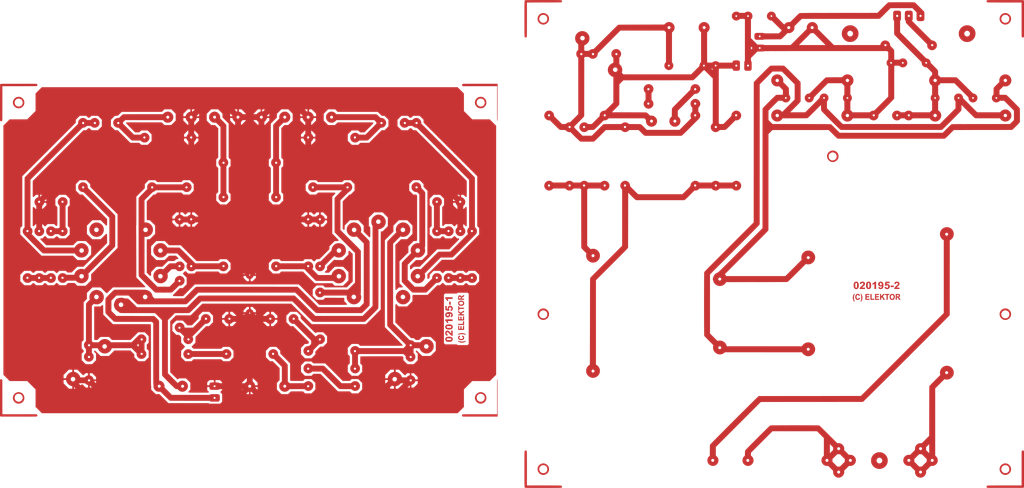
<source format=kicad_pcb>
(kicad_pcb (version 20171130) (host pcbnew "(2018-01-21 revision 6b9866de8)-makepkg")

  (general
    (thickness 1.6)
    (drawings 0)
    (tracks 0)
    (zones 0)
    (modules 2)
    (nets 1)
  )

  (page A4)
  (layers
    (0 F.Cu signal)
    (31 B.Cu signal)
    (32 B.Adhes user)
    (33 F.Adhes user)
    (34 B.Paste user)
    (35 F.Paste user)
    (36 B.SilkS user)
    (37 F.SilkS user)
    (38 B.Mask user)
    (39 F.Mask user)
    (40 Dwgs.User user)
    (41 Cmts.User user)
    (42 Eco1.User user)
    (43 Eco2.User user)
    (44 Edge.Cuts user)
    (45 Margin user)
    (46 B.CrtYd user)
    (47 F.CrtYd user)
    (48 B.Fab user)
    (49 F.Fab user)
  )

  (setup
    (last_trace_width 0.25)
    (trace_clearance 0.2)
    (zone_clearance 0.508)
    (zone_45_only no)
    (trace_min 0.2)
    (segment_width 0.2)
    (edge_width 0.15)
    (via_size 0.8)
    (via_drill 0.4)
    (via_min_size 0.4)
    (via_min_drill 0.3)
    (uvia_size 0.3)
    (uvia_drill 0.1)
    (uvias_allowed no)
    (uvia_min_size 0.2)
    (uvia_min_drill 0.1)
    (pcb_text_width 0.3)
    (pcb_text_size 1.5 1.5)
    (mod_edge_width 0.15)
    (mod_text_size 1 1)
    (mod_text_width 0.15)
    (pad_size 1.524 1.524)
    (pad_drill 0.762)
    (pad_to_mask_clearance 0.2)
    (aux_axis_origin 0 0)
    (visible_elements FFFFFF7F)
    (pcbplotparams
      (layerselection 0x010fc_ffffffff)
      (usegerberextensions false)
      (usegerberattributes false)
      (usegerberadvancedattributes false)
      (creategerberjobfile false)
      (excludeedgelayer true)
      (linewidth 0.100000)
      (plotframeref false)
      (viasonmask false)
      (mode 1)
      (useauxorigin false)
      (hpglpennumber 1)
      (hpglpenspeed 20)
      (hpglpendiameter 15)
      (psnegative false)
      (psa4output false)
      (plotreference true)
      (plotvalue true)
      (plotinvisibletext false)
      (padsonsilk false)
      (subtractmaskfromsilk false)
      (outputformat 1)
      (mirror false)
      (drillshape 1)
      (scaleselection 1)
      (outputdirectory ""))
  )

  (net 0 "")

  (net_class Default "Dies ist die voreingestellte Netzklasse."
    (clearance 0.2)
    (trace_width 0.25)
    (via_dia 0.8)
    (via_drill 0.4)
    (uvia_dia 0.3)
    (uvia_drill 0.1)
  )

  (module Private_Lips_footprint:BRoereN (layer B.Cu) (tedit 0) (tstamp 5A7338A6)
    (at 99.06 76.835)
    (fp_text reference G*** (at 0 0) (layer B.SilkS) hide
      (effects (font (size 1.524 1.524) (thickness 0.3)) (justify mirror))
    )
    (fp_text value LOGO (at 0.75 0) (layer B.SilkS) hide
      (effects (font (size 1.524 1.524) (thickness 0.3)) (justify mirror))
    )
    (fp_poly (pts (xy 23.531023 30.453001) (xy 23.729077 30.372852) (xy 23.909209 30.251145) (xy 24.003776 30.160297)
      (xy 24.143018 29.973465) (xy 24.236927 29.770971) (xy 24.285613 29.559143) (xy 24.28919 29.34431)
      (xy 24.247772 29.1328) (xy 24.16147 28.930941) (xy 24.030399 28.745062) (xy 23.977526 28.688495)
      (xy 23.801608 28.546281) (xy 23.606512 28.447757) (xy 23.399014 28.392881) (xy 23.185889 28.381613)
      (xy 22.973911 28.413914) (xy 22.769855 28.489741) (xy 22.580496 28.609054) (xy 22.480774 28.697464)
      (xy 22.345632 28.832432) (xy 20.303003 28.832432) (xy 18.459259 26.991684) (xy 18.11248 26.645957)
      (xy 17.800724 26.336181) (xy 17.523518 26.061897) (xy 17.280388 25.822645) (xy 17.070861 25.617966)
      (xy 16.894462 25.447399) (xy 16.750719 25.310486) (xy 16.639157 25.206767) (xy 16.559303 25.135781)
      (xy 16.510684 25.097069) (xy 16.501101 25.091133) (xy 16.386686 25.031331) (xy 15.167273 25.024027)
      (xy 13.94786 25.016724) (xy 13.814914 24.882713) (xy 13.634575 24.734961) (xy 13.433952 24.632107)
      (xy 13.218602 24.575671) (xy 12.994083 24.567177) (xy 12.788988 24.601721) (xy 12.581178 24.682027)
      (xy 12.39904 24.801374) (xy 12.246697 24.953407) (xy 12.128276 25.131772) (xy 12.047902 25.330113)
      (xy 12.009701 25.542075) (xy 12.013238 25.637851) (xy 12.779666 25.637851) (xy 12.789682 25.588589)
      (xy 12.843028 25.496658) (xy 12.923313 25.440071) (xy 13.018568 25.421435) (xy 13.116821 25.443354)
      (xy 13.197751 25.499745) (xy 13.253738 25.57426) (xy 13.271925 25.656834) (xy 13.272072 25.666967)
      (xy 13.249545 25.764939) (xy 13.189745 25.842624) (xy 13.104336 25.893538) (xy 13.004987 25.911198)
      (xy 12.903364 25.889119) (xy 12.886866 25.881036) (xy 12.825684 25.822405) (xy 12.787832 25.734967)
      (xy 12.779666 25.637851) (xy 12.013238 25.637851) (xy 12.017798 25.761301) (xy 12.021446 25.78416)
      (xy 12.084553 26.010946) (xy 12.191699 26.21234) (xy 12.341142 26.386611) (xy 12.521238 26.524625)
      (xy 12.719376 26.619477) (xy 12.928518 26.67107) (xy 13.141632 26.679309) (xy 13.35168 26.6441)
      (xy 13.55163 26.565345) (xy 13.734445 26.44295) (xy 13.776049 26.406082) (xy 13.900268 26.289889)
      (xy 15.953991 26.289889) (xy 17.822991 28.157653) (xy 18.162113 28.496133) (xy 18.466541 28.799088)
      (xy 18.737134 29.067354) (xy 18.97475 29.301763) (xy 19.127712 29.451665) (xy 22.949837 29.451665)
      (xy 22.959852 29.402403) (xy 23.013198 29.310472) (xy 23.093484 29.253885) (xy 23.188738 29.235248)
      (xy 23.286991 29.257168) (xy 23.367921 29.313559) (xy 23.423908 29.388074) (xy 23.442095 29.470648)
      (xy 23.442242 29.48078) (xy 23.419716 29.578753) (xy 23.359915 29.656438) (xy 23.274506 29.707352)
      (xy 23.175157 29.725012) (xy 23.073534 29.702933) (xy 23.057036 29.69485) (xy 22.995855 29.636218)
      (xy 22.958002 29.54878) (xy 22.949837 29.451665) (xy 19.127712 29.451665) (xy 19.180248 29.50315)
      (xy 19.354485 29.672348) (xy 19.49832 29.81019) (xy 19.612612 29.917511) (xy 19.69822 29.995144)
      (xy 19.756 30.043922) (xy 19.78652 30.06456) (xy 19.814366 30.073618) (xy 19.853273 30.0812)
      (xy 19.907566 30.087432) (xy 19.981569 30.092437) (xy 20.079609 30.09634) (xy 20.206009 30.099266)
      (xy 20.365095 30.101341) (xy 20.561192 30.102687) (xy 20.798625 30.103431) (xy 21.081718 30.103697)
      (xy 21.144144 30.103703) (xy 22.407239 30.103703) (xy 22.531458 30.219896) (xy 22.707893 30.352032)
      (xy 22.903483 30.44111) (xy 23.110811 30.487431) (xy 23.322463 30.491294) (xy 23.531023 30.453001)) (layer F.Cu) (width 0.01))
    (fp_poly (pts (xy 8.192091 30.660149) (xy 8.36304 30.61166) (xy 8.515679 30.538692) (xy 8.663139 30.433589)
      (xy 8.804356 30.303098) (xy 9.002205 30.103703) (xy 12.237068 30.103703) (xy 12.361288 30.219896)
      (xy 12.537723 30.352032) (xy 12.733312 30.44111) (xy 12.940641 30.487431) (xy 13.152293 30.491294)
      (xy 13.360853 30.453001) (xy 13.558907 30.372852) (xy 13.739039 30.251145) (xy 13.833606 30.160297)
      (xy 13.972848 29.973465) (xy 14.066756 29.770971) (xy 14.115443 29.559143) (xy 14.11902 29.34431)
      (xy 14.077602 29.1328) (xy 13.9913 28.930941) (xy 13.860229 28.745062) (xy 13.807356 28.688495)
      (xy 13.631438 28.546281) (xy 13.436342 28.447757) (xy 13.228844 28.392881) (xy 13.015718 28.381613)
      (xy 12.80374 28.413914) (xy 12.599685 28.489741) (xy 12.410326 28.609054) (xy 12.310604 28.697464)
      (xy 12.175462 28.832432) (xy 8.980916 28.832432) (xy 8.595103 28.446619) (xy 8.581081 24.853353)
      (xy 8.521041 24.738939) (xy 8.486712 24.69093) (xy 8.416335 24.608624) (xy 8.310662 24.492814)
      (xy 8.170448 24.344296) (xy 7.996445 24.163864) (xy 7.789407 23.952312) (xy 7.550086 23.710435)
      (xy 7.470726 23.630691) (xy 7.256237 23.415248) (xy 7.07507 23.232719) (xy 6.924506 23.080142)
      (xy 6.801829 22.954556) (xy 6.704322 22.852998) (xy 6.629268 22.772507) (xy 6.57395 22.71012)
      (xy 6.535651 22.662875) (xy 6.511655 22.627811) (xy 6.499243 22.601965) (xy 6.495701 22.582376)
      (xy 6.497349 22.569523) (xy 6.502825 22.488844) (xy 6.491239 22.37723) (xy 6.465717 22.250415)
      (xy 6.429387 22.124135) (xy 6.388088 22.019793) (xy 6.289338 21.861361) (xy 6.152814 21.713997)
      (xy 5.991569 21.590319) (xy 5.880235 21.528863) (xy 5.782431 21.48682) (xy 5.696075 21.461107)
      (xy 5.600164 21.447086) (xy 5.479179 21.440307) (xy 5.337395 21.439625) (xy 5.228484 21.450121)
      (xy 5.13534 21.473601) (xy 5.122891 21.477918) (xy 4.909077 21.578135) (xy 4.726605 21.712066)
      (xy 4.578844 21.874318) (xy 4.469167 22.059499) (xy 4.400944 22.262217) (xy 4.380639 22.448662)
      (xy 5.145584 22.448662) (xy 5.167756 22.351262) (xy 5.238065 22.263536) (xy 5.241457 22.260647)
      (xy 5.332985 22.207441) (xy 5.428712 22.202515) (xy 5.519672 22.235752) (xy 5.59828 22.301539)
      (xy 5.637892 22.389873) (xy 5.636443 22.488347) (xy 5.591866 22.584552) (xy 5.580193 22.599383)
      (xy 5.493828 22.66859) (xy 5.397014 22.69317) (xy 5.301003 22.674485) (xy 5.217045 22.613898)
      (xy 5.172891 22.550066) (xy 5.145584 22.448662) (xy 4.380639 22.448662) (xy 4.377544 22.47708)
      (xy 4.392123 22.647002) (xy 4.454484 22.871723) (xy 4.557566 23.071119) (xy 4.696615 23.240897)
      (xy 4.866879 23.376764) (xy 5.063604 23.474429) (xy 5.282038 23.529597) (xy 5.379853 23.539102)
      (xy 5.58794 23.550024) (xy 6.455231 24.418658) (xy 7.322522 25.287293) (xy 7.322522 28.446903)
      (xy 7.234269 28.501447) (xy 7.115262 28.59673) (xy 6.997884 28.730589) (xy 6.891596 28.891357)
      (xy 6.84227 28.984985) (xy 6.803342 29.067872) (xy 6.777337 29.133776) (xy 6.761651 29.196761)
      (xy 6.753678 29.270892) (xy 6.750814 29.370237) (xy 6.75045 29.48078) (xy 6.750451 29.481159)
      (xy 7.614914 29.481159) (xy 7.633634 29.354754) (xy 7.692202 29.257793) (xy 7.79423 29.18481)
      (xy 7.818318 29.173429) (xy 7.906287 29.143833) (xy 7.984924 29.14504) (xy 8.072832 29.174145)
      (xy 8.168754 29.238271) (xy 8.230766 29.328851) (xy 8.259338 29.434873) (xy 8.258671 29.451665)
      (xy 12.779666 29.451665) (xy 12.789682 29.402403) (xy 12.843028 29.310472) (xy 12.923313 29.253885)
      (xy 13.018568 29.235248) (xy 13.116821 29.257168) (xy 13.197751 29.313559) (xy 13.253738 29.388074)
      (xy 13.271925 29.470648) (xy 13.272072 29.48078) (xy 13.249545 29.578753) (xy 13.189745 29.656438)
      (xy 13.104336 29.707352) (xy 13.004987 29.725012) (xy 12.903364 29.702933) (xy 12.886866 29.69485)
      (xy 12.825684 29.636218) (xy 12.787832 29.54878) (xy 12.779666 29.451665) (xy 8.258671 29.451665)
      (xy 8.254945 29.545328) (xy 8.218058 29.649205) (xy 8.149151 29.735492) (xy 8.048696 29.793181)
      (xy 8.046217 29.794018) (xy 7.920086 29.811686) (xy 7.801197 29.779522) (xy 7.692626 29.698376)
      (xy 7.690135 29.695794) (xy 7.643985 29.639307) (xy 7.621581 29.581438) (xy 7.615022 29.499642)
      (xy 7.614914 29.481159) (xy 6.750451 29.481159) (xy 6.75104 29.611204) (xy 6.754597 29.70501)
      (xy 6.7638 29.77643) (xy 6.781327 29.839697) (xy 6.809857 29.909043) (xy 6.845248 29.984419)
      (xy 6.973168 30.197186) (xy 7.134362 30.375288) (xy 7.323258 30.515929) (xy 7.534284 30.616314)
      (xy 7.761868 30.673648) (xy 8.000439 30.685134) (xy 8.192091 30.660149)) (layer F.Cu) (width 0.01))
    (fp_poly (pts (xy 13.352908 22.82435) (xy 13.556529 22.742562) (xy 13.740155 22.622951) (xy 13.895694 22.4697)
      (xy 14.012561 22.291918) (xy 14.050139 22.199463) (xy 14.08392 22.0835) (xy 14.110379 21.960912)
      (xy 14.125989 21.848582) (xy 14.127223 21.763394) (xy 14.12548 21.751337) (xy 14.123511 21.730017)
      (xy 14.127893 21.706697) (xy 14.141916 21.677641) (xy 14.168873 21.639112) (xy 14.212056 21.587372)
      (xy 14.274755 21.518684) (xy 14.360264 21.429312) (xy 14.471873 21.315518) (xy 14.612875 21.173566)
      (xy 14.786562 20.999718) (xy 14.794865 20.991419) (xy 14.972062 20.8147) (xy 15.117192 20.671051)
      (xy 15.233828 20.557271) (xy 15.325543 20.470158) (xy 15.39591 20.406512) (xy 15.448502 20.36313)
      (xy 15.486893 20.336812) (xy 15.514654 20.324355) (xy 15.535359 20.322559) (xy 15.540305 20.323513)
      (xy 15.597619 20.327825) (xy 15.68435 20.323415) (xy 15.765515 20.313542) (xy 15.980918 20.256111)
      (xy 16.174806 20.157734) (xy 16.342775 20.024344) (xy 16.480422 19.861873) (xy 16.583343 19.676255)
      (xy 16.647134 19.473421) (xy 16.667394 19.259305) (xy 16.654876 19.115294) (xy 16.596325 18.894931)
      (xy 16.499714 18.701911) (xy 16.370837 18.538124) (xy 16.215491 18.405462) (xy 16.039472 18.305816)
      (xy 15.848574 18.241078) (xy 15.648594 18.213139) (xy 15.445328 18.223891) (xy 15.24457 18.275224)
      (xy 15.052117 18.369032) (xy 14.873765 18.507204) (xy 14.853146 18.527294) (xy 14.764225 18.608354)
      (xy 14.696019 18.651632) (xy 14.649677 18.662262) (xy 14.633287 18.65721) (xy 14.606811 18.640797)
      (xy 14.568295 18.611138) (xy 14.515783 18.56635) (xy 14.447322 18.504548) (xy 14.360956 18.423846)
      (xy 14.254732 18.322361) (xy 14.126695 18.198207) (xy 13.974889 18.049501) (xy 13.797362 17.874358)
      (xy 13.592158 17.670892) (xy 13.357322 17.437221) (xy 13.0909 17.171458) (xy 12.790939 16.871719)
      (xy 12.744428 16.82521) (xy 10.907507 14.988157) (xy 10.907205 14.861095) (xy 10.882275 14.638269)
      (xy 10.811564 14.429208) (xy 10.69957 14.240073) (xy 10.550792 14.077026) (xy 10.369727 13.946226)
      (xy 10.17522 13.858558) (xy 10.026542 13.823638) (xy 9.859363 13.808453) (xy 9.694819 13.81357)
      (xy 9.554043 13.839558) (xy 9.547247 13.841656) (xy 9.336555 13.933373) (xy 9.154433 14.062664)
      (xy 9.004732 14.223531) (xy 8.891306 14.409976) (xy 8.818007 14.615999) (xy 8.793912 14.796473)
      (xy 9.640441 14.796473) (xy 9.662957 14.711433) (xy 9.713919 14.640913) (xy 9.786038 14.592203)
      (xy 9.872023 14.572593) (xy 9.964585 14.589373) (xy 10.04842 14.642443) (xy 10.104329 14.702913)
      (xy 10.127562 14.765425) (xy 10.130876 14.820421) (xy 10.10983 14.925847) (xy 10.05403 15.0049)
      (xy 9.974482 15.053383) (xy 9.882192 15.067098) (xy 9.788167 15.041849) (xy 9.70991 14.980953)
      (xy 9.653662 14.888743) (xy 9.640441 14.796473) (xy 8.793912 14.796473) (xy 8.788687 14.835602)
      (xy 8.798198 15.007969) (xy 8.852301 15.22063) (xy 8.950759 15.418708) (xy 9.087477 15.593979)
      (xy 9.25636 15.738221) (xy 9.401286 15.82148) (xy 9.499871 15.863623) (xy 9.588634 15.889727)
      (xy 9.688502 15.904482) (xy 9.804632 15.911914) (xy 10.036591 15.922099) (xy 11.857735 17.743896)
      (xy 13.394781 19.281494) (xy 15.322209 19.281494) (xy 15.332225 19.232232) (xy 15.38557 19.140302)
      (xy 15.465856 19.083715) (xy 15.561111 19.065078) (xy 15.659363 19.086998) (xy 15.740294 19.143389)
      (xy 15.79628 19.217904) (xy 15.814467 19.300478) (xy 15.814614 19.31061) (xy 15.792088 19.408583)
      (xy 15.732287 19.486268) (xy 15.646879 19.537182) (xy 15.547529 19.554842) (xy 15.445906 19.532763)
      (xy 15.429409 19.52468) (xy 15.368227 19.466048) (xy 15.330375 19.37861) (xy 15.322209 19.281494)
      (xy 13.394781 19.281494) (xy 13.678878 19.565693) (xy 13.678878 20.301196) (xy 13.456936 20.524171)
      (xy 13.234994 20.747147) (xy 13.093609 20.747147) (xy 12.860148 20.770923) (xy 12.644595 20.839518)
      (xy 12.451909 20.94883) (xy 12.287049 21.094761) (xy 12.154976 21.273208) (xy 12.060648 21.480071)
      (xy 12.020721 21.63421) (xy 12.007293 21.824037) (xy 12.779666 21.824037) (xy 12.789682 21.774775)
      (xy 12.843028 21.682844) (xy 12.923313 21.626257) (xy 13.018568 21.607621) (xy 13.116821 21.629541)
      (xy 13.197751 21.685932) (xy 13.253738 21.760446) (xy 13.271925 21.84302) (xy 13.272072 21.853153)
      (xy 13.249545 21.951125) (xy 13.189745 22.02881) (xy 13.104336 22.079725) (xy 13.004987 22.097384)
      (xy 12.903364 22.075305) (xy 12.886866 22.067222) (xy 12.825684 22.008591) (xy 12.787832 21.921153)
      (xy 12.779666 21.824037) (xy 12.007293 21.824037) (xy 12.005619 21.847688) (xy 12.036777 22.056428)
      (xy 12.109626 22.254201) (xy 12.219596 22.434777) (xy 12.362118 22.591925) (xy 12.532623 22.719415)
      (xy 12.726542 22.811017) (xy 12.918042 22.857729) (xy 13.137382 22.864133) (xy 13.352908 22.82435)) (layer F.Cu) (width 0.01))
    (fp_poly (pts (xy -12.858527 23.527704) (xy -12.643018 23.470061) (xy -12.446034 23.365294) (xy -12.265601 23.212611)
      (xy -12.256424 23.203128) (xy -12.168804 23.111711) (xy -5.61122 23.111711) (xy -5.475497 23.240073)
      (xy -5.377376 23.32048) (xy -5.260002 23.399306) (xy -5.167935 23.449833) (xy -5.085556 23.487007)
      (xy -5.017204 23.510761) (xy -4.946854 23.524068) (xy -4.858483 23.5299) (xy -4.736067 23.531229)
      (xy -4.72913 23.531231) (xy -4.604793 23.530052) (xy -4.515229 23.524518) (xy -4.44438 23.511637)
      (xy -4.376184 23.488413) (xy -4.294584 23.451854) (xy -4.288887 23.44916) (xy -4.097311 23.3324)
      (xy -3.936637 23.181738) (xy -3.810648 23.004218) (xy -3.723127 22.806884) (xy -3.677856 22.596782)
      (xy -3.678616 22.380955) (xy -3.686419 22.327059) (xy -3.750427 22.099768) (xy -3.857272 21.897201)
      (xy -4.003618 21.723776) (xy -4.18613 21.583909) (xy -4.289935 21.527926) (xy -4.372461 21.490675)
      (xy -4.440866 21.46687) (xy -4.511183 21.453533) (xy -4.599448 21.447685) (xy -4.721693 21.446348)
      (xy -4.72913 21.446346) (xy -4.853625 21.447542) (xy -4.94329 21.453104) (xy -5.01413 21.46599)
      (xy -5.082146 21.489161) (xy -5.16334 21.525574) (xy -5.16704 21.527325) (xy -5.275616 21.58738)
      (xy -5.386096 21.662136) (xy -5.462069 21.724372) (xy -5.586155 21.84044) (xy -12.194691 21.84044)
      (xy -12.269368 21.761625) (xy -12.442037 21.61544) (xy -12.641077 21.510602) (xy -12.859594 21.449996)
      (xy -13.048798 21.435334) (xy -13.158265 21.440803) (xy -13.262928 21.453429) (xy -13.335636 21.469283)
      (xy -13.546328 21.561) (xy -13.72845 21.690292) (xy -13.878151 21.851159) (xy -13.991577 22.037603)
      (xy -14.064876 22.243627) (xy -14.088971 22.424101) (xy -13.242442 22.424101) (xy -13.219926 22.339061)
      (xy -13.168964 22.268541) (xy -13.096845 22.21983) (xy -13.010859 22.20022) (xy -12.918298 22.217)
      (xy -12.834463 22.27007) (xy -12.778553 22.33054) (xy -12.755321 22.393053) (xy -12.754259 22.410692)
      (xy -5.018811 22.410692) (xy -4.97826 22.315216) (xy -4.92555 22.257985) (xy -4.860096 22.213165)
      (xy -4.795769 22.20042) (xy -4.74571 22.204528) (xy -4.667209 22.22569) (xy -4.603803 22.26035)
      (xy -4.596352 22.267022) (xy -4.560612 22.324514) (xy -4.536095 22.402537) (xy -4.533858 22.41638)
      (xy -4.541998 22.518921) (xy -4.588453 22.604306) (xy -4.662598 22.664802) (xy -4.753809 22.692673)
      (xy -4.851464 22.680184) (xy -4.879396 22.667949) (xy -4.968143 22.598036) (xy -5.015027 22.508625)
      (xy -5.018811 22.410692) (xy -12.754259 22.410692) (xy -12.752007 22.448048) (xy -12.773053 22.553474)
      (xy -12.828853 22.632528) (xy -12.908401 22.68101) (xy -13.000691 22.694726) (xy -13.094716 22.669476)
      (xy -13.172973 22.60858) (xy -13.229221 22.51637) (xy -13.242442 22.424101) (xy -14.088971 22.424101)
      (xy -14.094196 22.46323) (xy -14.084685 22.635597) (xy -14.0306 22.848165) (xy -13.932182 23.04621)
      (xy -13.795561 23.22146) (xy -13.626869 23.365639) (xy -13.482037 23.448853) (xy -13.375501 23.493645)
      (xy -13.277851 23.520435) (xy -13.16536 23.534742) (xy -13.094534 23.539015) (xy -12.858527 23.527704)) (layer F.Cu) (width 0.01))
    (fp_poly (pts (xy -12.81515 20.298861) (xy -12.623477 20.23784) (xy -12.445988 20.141712) (xy -12.288513 20.012361)
      (xy -12.156879 19.851671) (xy -12.056914 19.661525) (xy -11.994448 19.443806) (xy -11.992551 19.433034)
      (xy -11.980924 19.234171) (xy -12.008471 19.028441) (xy -12.072063 18.837197) (xy -12.08334 18.813448)
      (xy -12.144001 18.690875) (xy -10.756549 17.303595) (xy -9.369098 15.916316) (xy -9.209473 15.916316)
      (xy -8.995302 15.891829) (xy -8.78933 15.821976) (xy -8.600408 15.712167) (xy -8.437388 15.567814)
      (xy -8.309122 15.394328) (xy -8.285913 15.351746) (xy -8.20325 15.139525) (xy -8.167524 14.925906)
      (xy -8.175446 14.716238) (xy -8.223727 14.515872) (xy -8.309078 14.330159) (xy -8.428211 14.16445)
      (xy -8.577836 14.024094) (xy -8.754666 13.914443) (xy -8.95541 13.840847) (xy -9.17678 13.808657)
      (xy -9.234984 13.807706) (xy -9.344451 13.813176) (xy -9.449114 13.825801) (xy -9.521822 13.841656)
      (xy -9.735297 13.9343) (xy -9.920594 14.065907) (xy -10.072165 14.231703) (xy -10.173346 14.402313)
      (xy -10.22618 14.538869) (xy -10.263729 14.683523) (xy -10.279464 14.796473) (xy -9.428628 14.796473)
      (xy -9.406112 14.711433) (xy -9.35515 14.640913) (xy -9.283031 14.592203) (xy -9.197046 14.572593)
      (xy -9.104484 14.589373) (xy -9.020649 14.642443) (xy -8.96474 14.702913) (xy -8.941507 14.765425)
      (xy -8.938193 14.820421) (xy -8.959239 14.925847) (xy -9.015039 15.0049) (xy -9.094588 15.053383)
      (xy -9.186877 15.067098) (xy -9.280902 15.041849) (xy -9.359159 14.980953) (xy -9.415407 14.888743)
      (xy -9.428628 14.796473) (xy -10.279464 14.796473) (xy -10.282645 14.819306) (xy -10.279582 14.92925)
      (xy -10.27849 14.935374) (xy -10.277583 14.953915) (xy -10.283589 14.976163) (xy -10.299412 15.005309)
      (xy -10.327958 15.044548) (xy -10.372135 15.097071) (xy -10.434848 15.166073) (xy -10.519002 15.254744)
      (xy -10.627504 15.36628) (xy -10.76326 15.503871) (xy -10.929176 15.670713) (xy -11.128158 15.869996)
      (xy -11.139069 15.88091) (xy -12.013238 16.755355) (xy -13.828316 16.755355) (xy -13.844645 16.634584)
      (xy -13.895019 16.404939) (xy -13.981689 16.20637) (xy -14.108519 16.030787) (xy -14.158229 15.978122)
      (xy -14.333129 15.835612) (xy -14.523056 15.737622) (xy -14.722189 15.682295) (xy -14.924704 15.667771)
      (xy -15.124777 15.692192) (xy -15.316587 15.7537) (xy -15.494309 15.850435) (xy -15.652122 15.980541)
      (xy -15.784201 16.142157) (xy -15.884724 16.333425) (xy -15.947247 16.549125) (xy -15.959866 16.738952)
      (xy -15.188302 16.738952) (xy -15.178286 16.68969) (xy -15.12494 16.597759) (xy -15.044655 16.541172)
      (xy -14.9494 16.522536) (xy -14.851147 16.544456) (xy -14.770217 16.600847) (xy -14.71423 16.675361)
      (xy -14.696043 16.757935) (xy -14.695896 16.768068) (xy -14.718423 16.86604) (xy -14.778223 16.943725)
      (xy -14.863632 16.99464) (xy -14.962981 17.012299) (xy -15.064604 16.99022) (xy -15.081102 16.982137)
      (xy -15.142284 16.923506) (xy -15.180136 16.836068) (xy -15.188302 16.738952) (xy -15.959866 16.738952)
      (xy -15.961084 16.757268) (xy -15.929229 16.965937) (xy -15.856072 17.166851) (xy -15.746004 17.351727)
      (xy -15.603416 17.512286) (xy -15.432699 17.640245) (xy -15.344142 17.6867) (xy -15.259571 17.718683)
      (xy -15.157098 17.747791) (xy -15.050502 17.771315) (xy -14.953562 17.786549) (xy -14.880058 17.790782)
      (xy -14.847279 17.784361) (xy -14.823755 17.797602) (xy -14.769374 17.842116) (xy -14.689269 17.913255)
      (xy -14.58858 18.006375) (xy -14.472441 18.116829) (xy -14.373844 18.212603) (xy -13.922783 18.654672)
      (xy -13.990214 18.804928) (xy -14.066005 19.030565) (xy -14.093258 19.256548) (xy -14.088278 19.31061)
      (xy -13.246647 19.31061) (xy -13.224835 19.213195) (xy -13.167328 19.136545) (xy -13.08602 19.085767)
      (xy -12.992803 19.065967) (xy -12.899573 19.082251) (xy -12.827006 19.130443) (xy -12.761929 19.225137)
      (xy -12.745885 19.327666) (xy -12.764188 19.401105) (xy -12.823778 19.491739) (xy -12.911888 19.541061)
      (xy -13.000006 19.552152) (xy -13.103103 19.529489) (xy -13.185374 19.468609) (xy -13.235933 19.380171)
      (xy -13.246647 19.31061) (xy -14.088278 19.31061) (xy -14.072907 19.477462) (xy -14.005884 19.687889)
      (xy -13.893123 19.882413) (xy -13.782286 20.011437) (xy -13.607117 20.154205) (xy -13.416991 20.252447)
      (xy -13.217735 20.308048) (xy -13.015179 20.322891) (xy -12.81515 20.298861)) (layer F.Cu) (width 0.01))
    (fp_poly (pts (xy 46.564944 19.998847) (xy 46.722308 19.96928) (xy 46.887959 19.925189) (xy 47.043511 19.871094)
      (xy 47.106956 19.843938) (xy 47.199311 19.799749) (xy 47.254363 19.766962) (xy 47.281635 19.737154)
      (xy 47.290651 19.701904) (xy 47.291291 19.680933) (xy 47.287942 19.626623) (xy 47.27985 19.603033)
      (xy 47.279519 19.603003) (xy 47.25117 19.611567) (xy 47.191174 19.633532) (xy 47.143185 19.652101)
      (xy 46.859093 19.737234) (xy 46.562134 19.77564) (xy 46.259505 19.767312) (xy 45.958407 19.712246)
      (xy 45.771168 19.652971) (xy 45.695857 19.625693) (xy 45.642071 19.607543) (xy 45.624972 19.603003)
      (xy 45.61676 19.625167) (xy 45.613216 19.678678) (xy 45.613213 19.680532) (xy 45.617029 19.721086)
      (xy 45.634768 19.752665) (xy 45.675861 19.783701) (xy 45.749742 19.822625) (xy 45.798276 19.845948)
      (xy 45.957889 19.910777) (xy 46.1311 19.962913) (xy 46.298691 19.997419) (xy 46.434255 20.009368)
      (xy 46.564944 19.998847)) (layer F.Cu) (width 0.01))
    (fp_poly (pts (xy 43.785875 19.818461) (xy 43.889564 19.815827) (xy 43.965214 19.809371) (xy 44.024228 19.797459)
      (xy 44.07801 19.778455) (xy 44.137966 19.750723) (xy 44.146191 19.746694) (xy 44.280888 19.661931)
      (xy 44.371334 19.558081) (xy 44.422903 19.427149) (xy 44.439009 19.311149) (xy 44.428626 19.1404)
      (xy 44.375081 18.995888) (xy 44.279793 18.879386) (xy 44.144179 18.792665) (xy 43.982232 18.740108)
      (xy 43.859753 18.723204) (xy 43.708563 18.715953) (xy 43.547431 18.718007) (xy 43.395125 18.729019)
      (xy 43.270413 18.748641) (xy 43.250078 18.753664) (xy 43.085634 18.819647) (xy 42.959033 18.916485)
      (xy 42.872922 19.039665) (xy 42.829948 19.184673) (xy 42.83146 19.272129) (xy 43.108808 19.272129)
      (xy 43.112691 19.198738) (xy 43.131852 19.155846) (xy 43.177558 19.123258) (xy 43.197797 19.112642)
      (xy 43.240582 19.09449) (xy 43.291555 19.082272) (xy 43.360343 19.075193) (xy 43.456578 19.07246)
      (xy 43.589889 19.073278) (xy 43.660047 19.074504) (xy 43.808375 19.078072) (xy 43.915112 19.082907)
      (xy 43.989522 19.090275) (xy 44.040864 19.101443) (xy 44.0784 19.117679) (xy 44.104992 19.135376)
      (xy 44.16466 19.206331) (xy 44.178983 19.28762) (xy 44.147963 19.366572) (xy 44.104926 19.409568)
      (xy 44.073205 19.43031) (xy 44.036703 19.444913) (xy 43.986359 19.454438) (xy 43.913111 19.459947)
      (xy 43.807899 19.462501) (xy 43.661661 19.46316) (xy 43.647268 19.463163) (xy 43.467679 19.461601)
      (xy 43.33267 19.455447) (xy 43.236028 19.442495) (xy 43.171538 19.420541) (xy 43.132985 19.387381)
      (xy 43.114156 19.340809) (xy 43.108837 19.278621) (xy 43.108808 19.272129) (xy 42.83146 19.272129)
      (xy 42.832755 19.346998) (xy 42.85198 19.432646) (xy 42.905078 19.557181) (xy 42.988337 19.65528)
      (xy 43.110578 19.736335) (xy 43.159659 19.760341) (xy 43.216528 19.784107) (xy 43.272945 19.800459)
      (xy 43.340095 19.810756) (xy 43.42916 19.816352) (xy 43.551327 19.818603) (xy 43.642742 19.818912)
      (xy 43.785875 19.818461)) (layer F.Cu) (width 0.01))
    (fp_poly (pts (xy 46.396172 19.461336) (xy 46.483258 19.453983) (xy 46.5515 19.438295) (xy 46.616864 19.41146)
      (xy 46.643389 19.39821) (xy 46.756729 19.320683) (xy 46.846113 19.2243) (xy 46.889213 19.155737)
      (xy 46.912352 19.092567) (xy 46.921378 19.013476) (xy 46.922451 18.94601) (xy 46.907323 18.792507)
      (xy 46.859251 18.673239) (xy 46.77368 18.580251) (xy 46.679292 18.521516) (xy 46.606544 18.48658)
      (xy 46.551882 18.463834) (xy 46.533398 18.458858) (xy 46.512477 18.480833) (xy 46.489752 18.534055)
      (xy 46.470881 18.599473) (xy 46.461522 18.658032) (xy 46.465288 18.68821) (xy 46.501605 18.710789)
      (xy 46.519272 18.713113) (xy 46.576748 18.734916) (xy 46.635479 18.789744) (xy 46.682761 18.861724)
      (xy 46.705889 18.934984) (xy 46.706506 18.947041) (xy 46.685247 19.055691) (xy 46.621375 19.137048)
      (xy 46.514752 19.191202) (xy 46.365236 19.218241) (xy 46.274274 19.221621) (xy 46.105251 19.208861)
      (xy 45.979067 19.170001) (xy 45.894413 19.104173) (xy 45.849978 19.010508) (xy 45.842042 18.935129)
      (xy 45.858876 18.851653) (xy 45.901877 18.776947) (xy 45.959786 18.726237) (xy 46.006151 18.713113)
      (xy 46.040792 18.705613) (xy 46.045445 18.698946) (xy 46.038839 18.655297) (xy 46.022672 18.591687)
      (xy 46.002418 18.526054) (xy 45.983552 18.476334) (xy 45.972507 18.459982) (xy 45.941816 18.471578)
      (xy 45.884801 18.499149) (xy 45.864188 18.509861) (xy 45.744061 18.598552) (xy 45.662398 18.711526)
      (xy 45.618805 18.840267) (xy 45.61289 18.976258) (xy 45.644261 19.11098) (xy 45.712524 19.235916)
      (xy 45.817286 19.342548) (xy 45.905159 19.39821) (xy 45.973486 19.429857) (xy 46.038811 19.449324)
      (xy 46.117099 19.45942) (xy 46.224319 19.462955) (xy 46.274274 19.463163) (xy 46.396172 19.461336)) (layer F.Cu) (width 0.01))
    (fp_poly (pts (xy 45.834193 18.248207) (xy 45.922458 18.217421) (xy 45.995531 18.195694) (xy 46.065531 18.181444)
      (xy 46.14458 18.173092) (xy 46.244797 18.169059) (xy 46.378304 18.167766) (xy 46.452252 18.167656)
      (xy 46.604763 18.168088) (xy 46.718565 18.170601) (xy 46.805794 18.176756) (xy 46.87859 18.188112)
      (xy 46.949089 18.206228) (xy 47.02943 18.232665) (xy 47.07024 18.247055) (xy 47.294134 18.326653)
      (xy 47.286356 18.24656) (xy 47.277303 18.202513) (xy 47.253384 18.167794) (xy 47.204361 18.13303)
      (xy 47.119994 18.088848) (xy 47.107182 18.082553) (xy 46.884245 17.996122) (xy 46.645213 17.9437)
      (xy 46.404314 17.92694) (xy 46.175777 17.947496) (xy 46.096296 17.965127) (xy 45.997751 17.996934)
      (xy 45.882285 18.042536) (xy 45.791191 18.084225) (xy 45.703895 18.130061) (xy 45.652922 18.165709)
      (xy 45.627847 18.201001) (xy 45.618249 18.245766) (xy 45.618077 18.247512) (xy 45.610228 18.328557)
      (xy 45.834193 18.248207)) (layer F.Cu) (width 0.01))
    (fp_poly (pts (xy 44.418218 17.390991) (xy 44.138538 17.390991) (xy 44.138538 17.708808) (xy 44.136792 17.8297)
      (xy 44.13202 17.929277) (xy 44.124918 17.998012) (xy 44.116187 18.026377) (xy 44.115257 18.026626)
      (xy 44.090466 18.008439) (xy 44.040268 17.958942) (xy 43.971999 17.88573) (xy 43.894294 17.797897)
      (xy 43.758484 17.648291) (xy 43.641326 17.537792) (xy 43.535596 17.461728) (xy 43.434074 17.415429)
      (xy 43.329539 17.394224) (xy 43.266062 17.391575) (xy 43.166591 17.406428) (xy 43.073037 17.442443)
      (xy 43.069941 17.444207) (xy 42.994855 17.500652) (xy 42.930555 17.569427) (xy 42.925088 17.577107)
      (xy 42.862663 17.706314) (xy 42.831585 17.85529) (xy 42.830713 18.011309) (xy 42.858907 18.161646)
      (xy 42.915027 18.293575) (xy 42.997933 18.394371) (xy 42.998338 18.394712) (xy 43.057431 18.434115)
      (xy 43.131743 18.470472) (xy 43.205598 18.497769) (xy 43.263317 18.509995) (xy 43.286891 18.505367)
      (xy 43.295957 18.475317) (xy 43.306845 18.409933) (xy 43.315401 18.3396) (xy 43.32325 18.254823)
      (xy 43.321302 18.207333) (xy 43.305134 18.183854) (xy 43.270323 18.171107) (xy 43.258253 18.168057)
      (xy 43.167793 18.131501) (xy 43.116383 18.071453) (xy 43.096842 17.97818) (xy 43.096096 17.948255)
      (xy 43.101411 17.866343) (xy 43.122659 17.813998) (xy 43.163088 17.774217) (xy 43.232143 17.734019)
      (xy 43.303698 17.72417) (xy 43.382429 17.747101) (xy 43.473012 17.805243) (xy 43.580123 17.90103)
      (xy 43.708438 18.03689) (xy 43.742879 18.075697) (xy 43.875079 18.221485) (xy 43.985573 18.331766)
      (xy 44.081937 18.412607) (xy 44.171744 18.470076) (xy 44.262572 18.510238) (xy 44.30133 18.52295)
      (xy 44.418218 18.558128) (xy 44.418218 17.390991)) (layer F.Cu) (width 0.01))
    (fp_poly (pts (xy 46.909909 16.348548) (xy 46.812445 16.348548) (xy 46.745256 16.35261) (xy 46.702246 16.36266)
      (xy 46.698031 16.365498) (xy 46.691533 16.396084) (xy 46.686188 16.467114) (xy 46.682527 16.568186)
      (xy 46.681085 16.688898) (xy 46.681081 16.696029) (xy 46.681081 17.009609) (xy 46.35055 17.009609)
      (xy 46.35055 16.424824) (xy 46.121721 16.424824) (xy 46.121721 17.009609) (xy 45.842042 17.009609)
      (xy 45.842042 16.373974) (xy 45.638638 16.373974) (xy 45.638638 17.238438) (xy 46.909909 17.238438)
      (xy 46.909909 16.348548)) (layer F.Cu) (width 0.01))
    (fp_poly (pts (xy 43.785875 17.148792) (xy 43.889564 17.146157) (xy 43.965214 17.139702) (xy 44.024228 17.12779)
      (xy 44.07801 17.108786) (xy 44.137966 17.081053) (xy 44.146191 17.077025) (xy 44.280888 16.992261)
      (xy 44.371334 16.888411) (xy 44.422903 16.757479) (xy 44.439009 16.641479) (xy 44.428626 16.470731)
      (xy 44.375081 16.326219) (xy 44.279793 16.209716) (xy 44.144179 16.122996) (xy 43.982232 16.070439)
      (xy 43.859753 16.053534) (xy 43.708563 16.046283) (xy 43.547431 16.048337) (xy 43.395125 16.059349)
      (xy 43.270413 16.078971) (xy 43.250078 16.083994) (xy 43.085634 16.149977) (xy 42.959033 16.246815)
      (xy 42.872922 16.369995) (xy 42.829948 16.515004) (xy 42.83146 16.60246) (xy 43.108808 16.60246)
      (xy 43.112691 16.529068) (xy 43.131852 16.486176) (xy 43.177558 16.453588) (xy 43.197797 16.442973)
      (xy 43.240582 16.42482) (xy 43.291555 16.412602) (xy 43.360343 16.405524) (xy 43.456578 16.402791)
      (xy 43.589889 16.403608) (xy 43.660047 16.404835) (xy 43.808375 16.408403) (xy 43.915112 16.413237)
      (xy 43.989522 16.420605) (xy 44.040864 16.431773) (xy 44.0784 16.448009) (xy 44.104992 16.465706)
      (xy 44.16466 16.536661) (xy 44.178983 16.61795) (xy 44.147963 16.696902) (xy 44.104926 16.739898)
      (xy 44.073205 16.76064) (xy 44.036703 16.775243) (xy 43.986359 16.784768) (xy 43.913111 16.790277)
      (xy 43.807899 16.792831) (xy 43.661661 16.79349) (xy 43.647268 16.793493) (xy 43.467679 16.791932)
      (xy 43.33267 16.785777) (xy 43.236028 16.772826) (xy 43.171538 16.750872) (xy 43.132985 16.717711)
      (xy 43.114156 16.671139) (xy 43.108837 16.608951) (xy 43.108808 16.60246) (xy 42.83146 16.60246)
      (xy 42.832755 16.677329) (xy 42.85198 16.762976) (xy 42.905078 16.887512) (xy 42.988337 16.98561)
      (xy 43.110578 17.066666) (xy 43.159659 17.090672) (xy 43.216528 17.114437) (xy 43.272945 17.13079)
      (xy 43.340095 17.141086) (xy 43.42916 17.146682) (xy 43.551327 17.148934) (xy 43.642742 17.149242)
      (xy 43.785875 17.148792)) (layer F.Cu) (width 0.01))
    (fp_poly (pts (xy 46.909909 15.356957) (xy 46.681081 15.356957) (xy 46.681081 15.941741) (xy 45.638638 15.941741)
      (xy 45.638638 16.17057) (xy 46.909909 16.17057) (xy 46.909909 15.356957)) (layer F.Cu) (width 0.01))
    (fp_poly (pts (xy 43.446432 15.736929) (xy 43.485624 15.729311) (xy 43.495704 15.710391) (xy 43.48935 15.681131)
      (xy 43.468858 15.630182) (xy 43.431583 15.551985) (xy 43.386416 15.465015) (xy 43.300461 15.306106)
      (xy 44.418218 15.306106) (xy 44.418218 14.95015) (xy 43.634267 14.95015) (xy 43.43947 14.95068)
      (xy 43.26123 14.952181) (xy 43.105857 14.95452) (xy 42.979658 14.957564) (xy 42.888941 14.961178)
      (xy 42.840014 14.96523) (xy 42.833366 14.9671) (xy 42.823303 15.000658) (xy 42.817229 15.066246)
      (xy 42.816416 15.103561) (xy 42.820271 15.179779) (xy 42.839796 15.227605) (xy 42.886931 15.269222)
      (xy 42.916331 15.289193) (xy 43.008541 15.368635) (xy 43.098861 15.477062) (xy 43.171951 15.594418)
      (xy 43.201711 15.66236) (xy 43.220651 15.706145) (xy 43.248034 15.728775) (xy 43.298973 15.737186)
      (xy 43.367263 15.738338) (xy 43.446432 15.736929)) (layer F.Cu) (width 0.01))
    (fp_poly (pts (xy 46.909909 14.289089) (xy 46.812445 14.289089) (xy 46.745256 14.293151) (xy 46.702246 14.3032)
      (xy 46.698031 14.306039) (xy 46.691533 14.336624) (xy 46.686188 14.407654) (xy 46.682527 14.508726)
      (xy 46.681085 14.629438) (xy 46.681081 14.636569) (xy 46.681081 14.95015) (xy 46.35055 14.95015)
      (xy 46.35055 14.365365) (xy 46.121721 14.365365) (xy 46.121721 14.95015) (xy 45.842042 14.95015)
      (xy 45.842042 14.314514) (xy 45.638638 14.314514) (xy 45.638638 15.178979) (xy 46.909909 15.178979)
      (xy 46.909909 14.289089)) (layer F.Cu) (width 0.01))
    (fp_poly (pts (xy 43.503099 14.500013) (xy 43.632455 14.448282) (xy 43.743998 14.363239) (xy 43.82904 14.245477)
      (xy 43.85964 14.172305) (xy 43.879578 14.051669) (xy 43.868794 13.923882) (xy 43.830113 13.81071)
      (xy 43.808141 13.775322) (xy 43.751773 13.699081) (xy 43.830741 13.714405) (xy 43.915731 13.730858)
      (xy 43.984131 13.744055) (xy 44.076216 13.780808) (xy 44.142094 13.843499) (xy 44.179603 13.921103)
      (xy 44.186585 14.002599) (xy 44.160878 14.07696) (xy 44.100322 14.133164) (xy 44.063461 14.148868)
      (xy 44.034879 14.164676) (xy 44.022931 14.197261) (xy 44.024236 14.260569) (xy 44.027621 14.29673)
      (xy 44.038688 14.396772) (xy 44.050949 14.454284) (xy 44.071006 14.477297) (xy 44.105462 14.473843)
      (xy 44.156685 14.453722) (xy 44.287113 14.379232) (xy 44.37647 14.279582) (xy 44.427672 14.150058)
      (xy 44.443643 13.989792) (xy 44.42002 13.817778) (xy 44.352683 13.665118) (xy 44.246932 13.538634)
      (xy 44.108065 13.445148) (xy 43.986376 13.401044) (xy 43.846971 13.377553) (xy 43.679361 13.366756)
      (xy 43.504812 13.369582) (xy 43.421419 13.376411) (xy 43.238394 13.416678) (xy 43.084278 13.491414)
      (xy 42.962534 13.594967) (xy 42.876626 13.721685) (xy 42.830017 13.865916) (xy 42.827237 13.978829)
      (xy 43.096096 13.978829) (xy 43.118179 13.878049) (xy 43.178203 13.800751) (xy 43.26683 13.75169)
      (xy 43.374725 13.735625) (xy 43.492549 13.757312) (xy 43.514385 13.765715) (xy 43.603051 13.825201)
      (xy 43.649073 13.905845) (xy 43.650133 13.997827) (xy 43.603912 14.091329) (xy 43.594093 14.103337)
      (xy 43.555175 14.142593) (xy 43.513191 14.164081) (xy 43.451576 14.173027) (xy 43.367933 14.174674)
      (xy 43.243004 14.165677) (xy 43.160127 14.135789) (xy 43.113274 14.080665) (xy 43.096413 13.995961)
      (xy 43.096096 13.978829) (xy 42.827237 13.978829) (xy 42.826173 14.022006) (xy 42.868556 14.184305)
      (xy 42.893265 14.238238) (xy 42.981341 14.36196) (xy 43.095052 14.449405) (xy 43.225708 14.501167)
      (xy 43.36462 14.517839) (xy 43.503099 14.500013)) (layer F.Cu) (width 0.01))
    (fp_poly (pts (xy 46.909909 13.856856) (xy 46.711666 13.856856) (xy 46.611198 13.855861) (xy 46.545924 13.849416)
      (xy 46.500187 13.832336) (xy 46.458332 13.799434) (xy 46.418631 13.75978) (xy 46.323838 13.662704)
      (xy 46.597805 13.515578) (xy 46.705189 13.45728) (xy 46.796343 13.406612) (xy 46.861778 13.368929)
      (xy 46.892005 13.349587) (xy 46.89222 13.349392) (xy 46.902154 13.315332) (xy 46.906295 13.247509)
      (xy 46.904932 13.186985) (xy 46.897197 13.043636) (xy 46.51784 13.270721) (xy 46.138482 13.497805)
      (xy 46.069183 13.442146) (xy 46.019203 13.400265) (xy 45.944395 13.335534) (xy 45.857676 13.259179)
      (xy 45.819261 13.224959) (xy 45.638638 13.063431) (xy 45.638638 13.38682) (xy 46.183184 13.844144)
      (xy 45.910911 13.85136) (xy 45.638638 13.858577) (xy 45.638638 14.085685) (xy 46.909909 14.085685)
      (xy 46.909909 13.856856)) (layer F.Cu) (width 0.01))
    (fp_poly (pts (xy 45.847236 12.846196) (xy 45.854754 12.674574) (xy 46.382332 12.667702) (xy 46.909909 12.66083)
      (xy 46.909909 12.434064) (xy 46.382332 12.427192) (xy 45.854754 12.42032) (xy 45.847236 12.248698)
      (xy 45.839718 12.077077) (xy 45.638638 12.077077) (xy 45.638638 13.017817) (xy 45.839718 13.017817)
      (xy 45.847236 12.846196)) (layer F.Cu) (width 0.01))
    (fp_poly (pts (xy 44.048353 13.134469) (xy 44.106772 13.115303) (xy 44.145539 13.09924) (xy 44.267929 13.019618)
      (xy 44.35872 12.908918) (xy 44.41761 12.77614) (xy 44.444302 12.630283) (xy 44.438495 12.480346)
      (xy 44.399889 12.335328) (xy 44.328185 12.204227) (xy 44.223084 12.096044) (xy 44.17994 12.066236)
      (xy 44.03641 12.002801) (xy 43.883642 11.979115) (xy 43.736177 11.996452) (xy 43.66795 12.021382)
      (xy 43.534268 12.109496) (xy 43.435174 12.227974) (xy 43.375344 12.367858) (xy 43.359452 12.52019)
      (xy 43.368711 12.594643) (xy 43.393498 12.718116) (xy 43.302004 12.702981) (xy 43.232306 12.692748)
      (xy 43.182459 12.687675) (xy 43.178728 12.687567) (xy 43.164623 12.673394) (xy 43.155026 12.627347)
      (xy 43.149365 12.543692) (xy 43.147066 12.4167) (xy 43.146946 12.369469) (xy 43.146946 12.051651)
      (xy 42.840641 12.051651) (xy 42.847597 12.49024) (xy 42.854554 12.928828) (xy 43.256399 13.014305)
      (xy 43.392672 13.042272) (xy 43.510953 13.064613) (xy 43.602587 13.079848) (xy 43.658921 13.086498)
      (xy 43.672543 13.08548) (xy 43.68391 13.053481) (xy 43.695555 12.989961) (xy 43.699315 12.960531)
      (xy 43.697211 12.853057) (xy 43.659141 12.751663) (xy 43.658196 12.749892) (xy 43.611068 12.626816)
      (xy 43.611343 12.520097) (xy 43.659166 12.427311) (xy 43.678925 12.405651) (xy 43.734224 12.359195)
      (xy 43.792484 12.337192) (xy 43.87659 12.331349) (xy 43.883999 12.331331) (xy 44.020799 12.345782)
      (xy 44.116529 12.389589) (xy 44.172115 12.463434) (xy 44.18858 12.555475) (xy 44.173561 12.66055)
      (xy 44.12169 12.736094) (xy 44.058191 12.778381) (xy 44.014736 12.803349) (xy 43.992552 12.830673)
      (xy 43.986518 12.875544) (xy 43.991516 12.953153) (xy 43.993153 12.971343) (xy 44.00247 13.054261)
      (xy 44.012608 13.114592) (xy 44.019782 13.136365) (xy 44.048353 13.134469)) (layer F.Cu) (width 0.01))
    (fp_poly (pts (xy 43.998698 11.123623) (xy 43.83902 11.116034) (xy 43.679343 11.108444) (xy 43.686468 11.433851)
      (xy 43.693593 11.759259) (xy 43.998698 11.759259) (xy 43.998698 11.123623)) (layer F.Cu) (width 0.01))
    (fp_poly (pts (xy 46.446866 11.981182) (xy 46.580028 11.958084) (xy 46.683589 11.915226) (xy 46.767379 11.849039)
      (xy 46.816301 11.791275) (xy 46.897091 11.645232) (xy 46.932525 11.491846) (xy 46.925027 11.339377)
      (xy 46.877017 11.196084) (xy 46.790917 11.070227) (xy 46.66915 10.970065) (xy 46.560361 10.918357)
      (xy 46.464641 10.897204) (xy 46.339272 10.886718) (xy 46.204289 10.886902) (xy 46.079729 10.89776)
      (xy 45.988469 10.91826) (xy 45.834698 10.994474) (xy 45.722783 11.099223) (xy 45.65139 11.234198)
      (xy 45.620473 11.385189) (xy 45.621938 11.441441) (xy 45.842042 11.441441) (xy 45.858665 11.3444)
      (xy 45.901734 11.254546) (xy 45.961051 11.192107) (xy 45.970615 11.186413) (xy 46.083183 11.147156)
      (xy 46.220765 11.129361) (xy 46.36278 11.133353) (xy 46.48865 11.159458) (xy 46.532639 11.177539)
      (xy 46.631485 11.250785) (xy 46.689077 11.343702) (xy 46.70564 11.446543) (xy 46.681398 11.54956)
      (xy 46.616576 11.643007) (xy 46.520315 11.712655) (xy 46.426847 11.741768) (xy 46.305744 11.7538)
      (xy 46.17721 11.748906) (xy 46.06145 11.727244) (xy 46.011552 11.708719) (xy 45.914195 11.636663)
      (xy 45.856393 11.535407) (xy 45.842042 11.441441) (xy 45.621938 11.441441) (xy 45.625047 11.560739)
      (xy 45.673117 11.709995) (xy 45.764846 11.833275) (xy 45.900398 11.930895) (xy 45.902447 11.931995)
      (xy 45.959311 11.958336) (xy 46.019883 11.975051) (xy 46.097661 11.984176) (xy 46.206145 11.987748)
      (xy 46.274274 11.988088) (xy 46.446866 11.981182)) (layer F.Cu) (width 0.01))
    (fp_poly (pts (xy 43.446432 10.931524) (xy 43.485624 10.923905) (xy 43.495704 10.904986) (xy 43.48935 10.875725)
      (xy 43.468858 10.824777) (xy 43.431583 10.74658) (xy 43.386416 10.659609) (xy 43.300461 10.5007)
      (xy 44.418218 10.5007) (xy 44.418218 10.144744) (xy 43.634267 10.144744) (xy 43.43947 10.145274)
      (xy 43.26123 10.146776) (xy 43.105857 10.149115) (xy 42.979658 10.152158) (xy 42.888941 10.155773)
      (xy 42.840014 10.159824) (xy 42.833366 10.161695) (xy 42.823303 10.195253) (xy 42.817229 10.26084)
      (xy 42.816416 10.298156) (xy 42.820271 10.374374) (xy 42.839796 10.4222) (xy 42.886931 10.463817)
      (xy 42.916331 10.483787) (xy 43.008541 10.563229) (xy 43.098861 10.671656) (xy 43.171951 10.789012)
      (xy 43.201711 10.856954) (xy 43.220651 10.900739) (xy 43.248034 10.923369) (xy 43.298973 10.93178)
      (xy 43.367263 10.932933) (xy 43.446432 10.931524)) (layer F.Cu) (width 0.01))
    (fp_poly (pts (xy 46.909909 10.449849) (xy 46.375975 10.449849) (xy 46.375975 10.372417) (xy 46.383891 10.318164)
      (xy 46.411765 10.26673) (xy 46.465789 10.212039) (xy 46.552156 10.148016) (xy 46.677056 10.068585)
      (xy 46.69949 10.05497) (xy 46.908591 9.928628) (xy 46.90925 9.782432) (xy 46.908603 9.70411)
      (xy 46.90625 9.65151) (xy 46.903553 9.637378) (xy 46.880318 9.649862) (xy 46.823671 9.682237)
      (xy 46.743993 9.728544) (xy 46.706506 9.750509) (xy 46.606834 9.812554) (xy 46.513846 9.876469)
      (xy 46.444516 9.930449) (xy 46.433622 9.940293) (xy 46.351429 10.018089) (xy 46.314382 9.929421)
      (xy 46.250015 9.836221) (xy 46.154413 9.771967) (xy 46.040196 9.739864) (xy 45.919984 9.743119)
      (xy 45.806398 9.784941) (xy 45.788965 9.795908) (xy 45.733473 9.837851) (xy 45.693553 9.883237)
      (xy 45.666683 9.941029) (xy 45.650344 10.020191) (xy 45.642013 10.129686) (xy 45.63917 10.278476)
      (xy 45.639013 10.329079) (xy 45.638884 10.449849) (xy 45.83458 10.449849) (xy 45.851015 10.255417)
      (xy 45.862501 10.157378) (xy 45.877736 10.077086) (xy 45.893703 10.029892) (xy 45.895998 10.026588)
      (xy 45.94616 9.999816) (xy 46.019169 9.993727) (xy 46.091662 10.007771) (xy 46.132618 10.032146)
      (xy 46.155884 10.073653) (xy 46.168648 10.14638) (xy 46.172572 10.25985) (xy 46.172572 10.449849)
      (xy 45.83458 10.449849) (xy 45.638884 10.449849) (xy 45.638638 10.678678) (xy 46.909909 10.678678)
      (xy 46.909909 10.449849)) (layer F.Cu) (width 0.01))
    (fp_poly (pts (xy -34.426761 24.112675) (xy -34.235088 24.051654) (xy -34.0576 23.955526) (xy -33.900124 23.826175)
      (xy -33.76849 23.665485) (xy -33.668526 23.475339) (xy -33.606059 23.25762) (xy -33.604162 23.246848)
      (xy -33.5922 23.030253) (xy -33.627827 22.813288) (xy -33.708508 22.60415) (xy -33.831709 22.411038)
      (xy -33.880531 22.353039) (xy -33.993794 22.227063) (xy -33.993794 21.375207) (xy -33.905563 21.289517)
      (xy -33.817331 21.203827) (xy -32.694451 21.217517) (xy -32.633847 21.36667) (xy -32.505049 21.618067)
      (xy -32.336677 21.840407) (xy -32.133364 22.029373) (xy -31.899742 22.180649) (xy -31.643936 22.288795)
      (xy -31.52835 22.322479) (xy -31.423157 22.342883) (xy -31.30757 22.352946) (xy -31.171572 22.355604)
      (xy -31.036487 22.353662) (xy -30.93208 22.345328) (xy -30.838286 22.327513) (xy -30.735041 22.297126)
      (xy -30.687366 22.281022) (xy -30.425632 22.165162) (xy -30.192713 22.009715) (xy -29.992554 21.818391)
      (xy -29.829104 21.594898) (xy -29.716475 21.368887) (xy -29.655626 21.217517) (xy -25.362578 21.204513)
      (xy -24.812321 21.754343) (xy -24.262065 22.304173) (xy -24.261474 22.424101) (xy -23.412612 22.424101)
      (xy -23.390096 22.339061) (xy -23.339134 22.268541) (xy -23.267015 22.21983) (xy -23.18103 22.20022)
      (xy -23.088468 22.217) (xy -23.004633 22.27007) (xy -22.948724 22.33054) (xy -22.925491 22.393053)
      (xy -22.922177 22.448048) (xy -22.943223 22.553474) (xy -22.999023 22.632528) (xy -23.078572 22.68101)
      (xy -23.170861 22.694726) (xy -23.264886 22.669476) (xy -23.343143 22.60858) (xy -23.399391 22.51637)
      (xy -23.412612 22.424101) (xy -24.261474 22.424101) (xy -24.261108 22.498182) (xy -24.236 22.728802)
      (xy -24.164875 22.94085) (xy -24.0505 23.130105) (xy -23.895642 23.292346) (xy -23.703068 23.423351)
      (xy -23.631157 23.459264) (xy -23.447979 23.518818) (xy -23.245308 23.54309) (xy -23.041056 23.531246)
      (xy -22.884992 23.494011) (xy -22.674887 23.3988) (xy -22.497715 23.270052) (xy -22.355019 23.113767)
      (xy -22.248342 22.935948) (xy -22.179226 22.742596) (xy -22.149215 22.539713) (xy -22.159851 22.3333)
      (xy -22.212678 22.12936) (xy -22.309239 21.933893) (xy -22.440298 21.764272) (xy -22.552353 21.644476)
      (xy -22.552353 20.106412) (xy -22.44206 19.994538) (xy -22.308064 19.823726) (xy -22.214566 19.628912)
      (xy -22.162859 19.418483) (xy -22.154237 19.200823) (xy -22.189991 18.984316) (xy -22.258325 18.803168)
      (xy -22.378023 18.612584) (xy -22.530301 18.455971) (xy -22.70841 18.335754) (xy -22.905601 18.254357)
      (xy -23.115124 18.214207) (xy -23.330232 18.217727) (xy -23.544174 18.267343) (xy -23.640658 18.306462)
      (xy -23.685239 18.328698) (xy -23.730243 18.355281) (xy -23.779566 18.389723) (xy -23.837101 18.435535)
      (xy -23.906742 18.496231) (xy -23.992384 18.575321) (xy -24.097921 18.676319) (xy -24.227248 18.802737)
      (xy -24.384258 18.958085) (xy -24.572845 19.145878) (xy -24.586387 19.159388) (xy -24.737943 19.31061)
      (xy -23.404105 19.31061) (xy -23.398153 19.228237) (xy -23.374287 19.173157) (xy -23.332767 19.130431)
      (xy -23.240629 19.079636) (xy -23.138804 19.068116) (xy -23.043523 19.095871) (xy -22.997176 19.130443)
      (xy -22.932099 19.225137) (xy -22.916056 19.327666) (xy -22.934358 19.401105) (xy -22.995063 19.489202)
      (xy -23.081613 19.541202) (xy -23.181382 19.554264) (xy -23.281746 19.525546) (xy -23.332767 19.49079)
      (xy -23.37915 19.44098) (xy -23.399895 19.383386) (xy -23.404105 19.31061) (xy -24.737943 19.31061)
      (xy -25.361862 19.933153) (xy -27.612942 19.933343) (xy -29.864021 19.933533) (xy -29.958563 19.806898)
      (xy -30.116332 19.635286) (xy -30.311559 19.487355) (xy -30.534563 19.367716) (xy -30.775663 19.280979)
      (xy -31.025178 19.231756) (xy -31.186574 19.222063) (xy -31.423079 19.244121) (xy -31.662901 19.308016)
      (xy -31.894946 19.408353) (xy -32.108123 19.539737) (xy -32.291338 19.696773) (xy -32.38539 19.805136)
      (xy -32.480981 19.930637) (xy -33.125201 19.932085) (xy -33.76942 19.933533) (xy -33.880597 19.812762)
      (xy -33.991775 19.691992) (xy -33.992785 15.839478) (xy -33.993794 11.986965) (xy -33.78134 11.775614)
      (xy -33.568885 11.564263) (xy -33.393602 11.619827) (xy -33.21681 11.659016) (xy -33.014464 11.676712)
      (xy -32.807278 11.672519) (xy -32.615966 11.64604) (xy -32.571807 11.635568) (xy -32.325336 11.546207)
      (xy -32.090598 11.413627) (xy -31.878249 11.245451) (xy -31.698947 11.049299) (xy -31.643405 10.971597)
      (xy -31.514876 10.733062) (xy -31.430587 10.475581) (xy -31.391472 10.206865) (xy -31.39847 9.934627)
      (xy -31.452515 9.666579) (xy -31.476103 9.59362) (xy -31.587186 9.349794) (xy -31.736685 9.132337)
      (xy -31.918884 8.944352) (xy -32.128065 8.788945) (xy -32.358511 8.669219) (xy -32.604504 8.588279)
      (xy -32.860327 8.549228) (xy -33.120262 8.555172) (xy -33.320021 8.592469) (xy -33.596147 8.689067)
      (xy -33.840762 8.825127) (xy -34.052587 8.999605) (xy -34.230341 9.211455) (xy -34.366433 9.446275)
      (xy -34.464791 9.700904) (xy -34.515169 9.956221) (xy -34.516589 10.068468) (xy -33.494996 10.068468)
      (xy -33.471038 9.912606) (xy -33.407996 9.781269) (xy -33.313301 9.678441) (xy -33.194385 9.608103)
      (xy -33.058678 9.574236) (xy -32.913613 9.580823) (xy -32.76662 9.631844) (xy -32.724497 9.655641)
      (xy -32.610191 9.754317) (xy -32.533543 9.88004) (xy -32.497489 10.022705) (xy -32.504964 10.172207)
      (xy -32.541749 10.284584) (xy -32.624448 10.412991) (xy -32.730585 10.502983) (xy -32.85242 10.556316)
      (xy -32.982211 10.574745) (xy -33.112218 10.560025) (xy -33.234697 10.513911) (xy -33.341909 10.438159)
      (xy -33.426111 10.334523) (xy -33.479562 10.204758) (xy -33.494996 10.068468) (xy -34.516589 10.068468)
      (xy -34.518508 10.220131) (xy -34.486121 10.451907) (xy -34.444513 10.6584) (xy -34.815682 11.030851)
      (xy -34.950939 11.169448) (xy -35.064074 11.291217) (xy -35.150903 11.391397) (xy -35.207244 11.465224)
      (xy -35.225958 11.497832) (xy -35.231147 11.514538) (xy -35.235862 11.539949) (xy -35.240128 11.576388)
      (xy -35.243964 11.626181) (xy -35.247394 11.691654) (xy -35.25044 11.775131) (xy -35.253123 11.878937)
      (xy -35.255466 12.005398) (xy -35.25749 12.156839) (xy -35.259218 12.335585) (xy -35.260672 12.543962)
      (xy -35.261873 12.784293) (xy -35.262844 13.058905) (xy -35.263606 13.370123) (xy -35.264183 13.720272)
      (xy -35.264595 14.111677) (xy -35.264864 14.546662) (xy -35.265014 15.027555) (xy -35.265065 15.556678)
      (xy -35.265066 15.627164) (xy -35.265066 19.661969) (xy -35.405949 19.80967) (xy -35.549823 19.994393)
      (xy -35.647478 20.194686) (xy -35.698928 20.404941) (xy -35.703262 20.581881) (xy -34.858259 20.581881)
      (xy -34.836447 20.484466) (xy -34.77894 20.407817) (xy -34.697631 20.357039) (xy -34.604415 20.337238)
      (xy -34.511184 20.353523) (xy -34.438618 20.401714) (xy -34.373541 20.496408) (xy -34.357497 20.598937)
      (xy -34.3758 20.672377) (xy -34.435389 20.76301) (xy -34.5235 20.812332) (xy -34.611618 20.823423)
      (xy -34.714715 20.800761) (xy -34.796985 20.73988) (xy -34.847545 20.651442) (xy -34.858259 20.581881)
      (xy -35.703262 20.581881) (xy -35.704185 20.619553) (xy -35.663542 20.831461) (xy -31.718189 20.831461)
      (xy -31.698867 20.70156) (xy -31.648136 20.580668) (xy -31.567787 20.476642) (xy -31.459615 20.39734)
      (xy -31.325411 20.350618) (xy -31.230434 20.341464) (xy -31.138235 20.346099) (xy -31.055418 20.359131)
      (xy -31.027031 20.367383) (xy -30.914077 20.435013) (xy -30.818559 20.539142) (xy -30.801991 20.569633)
      (xy -24.19139 20.569633) (xy -24.014545 20.391423) (xy -23.939063 20.316028) (xy -23.87813 20.256429)
      (xy -23.839732 20.220367) (xy -23.830662 20.213213) (xy -23.828153 20.237135) (xy -23.826038 20.302887)
      (xy -23.824494 20.40145) (xy -23.823696 20.523803) (xy -23.823624 20.575306) (xy -23.823624 20.937399)
      (xy -24.19139 20.569633) (xy -30.801991 20.569633) (xy -30.749567 20.66611) (xy -30.716193 20.802254)
      (xy -30.714473 20.837105) (xy -30.735725 20.962236) (xy -30.794715 21.089811) (xy -30.882368 21.202417)
      (xy -30.92462 21.240324) (xy -31.040314 21.302664) (xy -31.177988 21.331319) (xy -31.320288 21.324835)
      (xy -31.445518 21.284006) (xy -31.569765 21.196644) (xy -31.655431 21.08686) (xy -31.704308 20.962514)
      (xy -31.718189 20.831461) (xy -35.663542 20.831461) (xy -35.663263 20.832915) (xy -35.576174 21.03942)
      (xy -35.442932 21.233461) (xy -35.402532 21.279237) (xy -35.265066 21.427717) (xy -35.265066 22.204511)
      (xy -35.405949 22.352212) (xy -35.548052 22.535175) (xy -35.64515 22.734635) (xy -35.697295 22.944218)
      (xy -35.703414 23.124424) (xy -34.858259 23.124424) (xy -34.836447 23.027009) (xy -34.77894 22.950359)
      (xy -34.697631 22.899581) (xy -34.604415 22.879781) (xy -34.511184 22.896065) (xy -34.438618 22.944256)
      (xy -34.373541 23.03895) (xy -34.357497 23.14148) (xy -34.3758 23.214919) (xy -34.435389 23.305553)
      (xy -34.5235 23.354875) (xy -34.611618 23.365966) (xy -34.714715 23.343303) (xy -34.796985 23.282423)
      (xy -34.847545 23.193985) (xy -34.858259 23.124424) (xy -35.703414 23.124424) (xy -35.70454 23.157552)
      (xy -35.666936 23.368263) (xy -35.584536 23.569978) (xy -35.457391 23.756324) (xy -35.393897 23.825251)
      (xy -35.218729 23.968018) (xy -35.028602 24.066261) (xy -34.829347 24.121862) (xy -34.62679 24.136705)
      (xy -34.426761 24.112675)) (layer F.Cu) (width 0.01))
    (fp_poly (pts (xy 19.937824 7.080452) (xy 20.197761 7.016205) (xy 20.436872 6.906582) (xy 20.658362 6.750364)
      (xy 20.720848 6.695162) (xy 20.916429 6.485343) (xy 21.064833 6.260089) (xy 21.168614 6.014589)
      (xy 21.230322 5.744033) (xy 21.232117 5.731434) (xy 21.243848 5.468177) (xy 21.208334 5.207757)
      (xy 21.129049 4.956678) (xy 21.009466 4.721443) (xy 20.853059 4.508555) (xy 20.6633 4.324518)
      (xy 20.443665 4.175835) (xy 20.384843 4.145122) (xy 20.115805 4.037094) (xy 19.848831 3.979729)
      (xy 19.582449 3.973031) (xy 19.31519 4.017002) (xy 19.045586 4.111644) (xy 18.968843 4.147536)
      (xy 18.752668 4.280271) (xy 18.557548 4.451426) (xy 18.390454 4.652253) (xy 18.258354 4.874005)
      (xy 18.168221 5.107936) (xy 18.151814 5.17281) (xy 18.120236 5.313914) (xy 15.217483 5.313914)
      (xy 14.578579 4.675377) (xy 13.939674 4.036841) (xy 14.011204 3.895031) (xy 14.090812 3.684212)
      (xy 14.123144 3.468467) (xy 14.110474 3.254288) (xy 14.055078 3.048168) (xy 13.959232 2.856598)
      (xy 13.825211 2.686072) (xy 13.65529 2.543082) (xy 13.507863 2.458857) (xy 13.425337 2.421606)
      (xy 13.356932 2.397801) (xy 13.286615 2.384464) (xy 13.19835 2.378616) (xy 13.076105 2.377279)
      (xy 13.068668 2.377277) (xy 12.944173 2.378473) (xy 12.854507 2.384035) (xy 12.783668 2.396921)
      (xy 12.715652 2.420092) (xy 12.634458 2.456505) (xy 12.630758 2.458256) (xy 12.522182 2.518311)
      (xy 12.411702 2.593067) (xy 12.335729 2.655303) (xy 12.211643 2.771371) (xy 6.874378 2.771371)
      (xy 6.799701 2.692556) (xy 6.627032 2.546371) (xy 6.427992 2.441533) (xy 6.209475 2.380927)
      (xy 6.020271 2.366265) (xy 5.910804 2.371734) (xy 5.806141 2.384359) (xy 5.733433 2.400214)
      (xy 5.522741 2.491931) (xy 5.340619 2.621223) (xy 5.190918 2.78209) (xy 5.077492 2.968534)
      (xy 5.004193 3.174557) (xy 4.977163 3.377014) (xy 5.82811 3.377014) (xy 5.843503 3.285922)
      (xy 5.895591 3.205302) (xy 5.952348 3.162808) (xy 6.055315 3.130018) (xy 6.15477 3.147908)
      (xy 6.234606 3.201001) (xy 6.299228 3.286958) (xy 6.311871 3.341623) (xy 12.778987 3.341623)
      (xy 12.819538 3.246147) (xy 12.872248 3.188916) (xy 12.937701 3.144096) (xy 13.002029 3.131351)
      (xy 13.052088 3.135459) (xy 13.130589 3.156621) (xy 13.193995 3.191281) (xy 13.201445 3.197953)
      (xy 13.237186 3.255445) (xy 13.261703 3.333468) (xy 13.26394 3.34731) (xy 13.2558 3.449851)
      (xy 13.209345 3.535237) (xy 13.1352 3.595733) (xy 13.043989 3.623604) (xy 12.946334 3.611115)
      (xy 12.918402 3.59888) (xy 12.829655 3.528967) (xy 12.782771 3.439556) (xy 12.778987 3.341623)
      (xy 6.311871 3.341623) (xy 6.32104 3.38126) (xy 6.304241 3.472903) (xy 6.253027 3.550878)
      (xy 6.171596 3.604181) (xy 6.074074 3.621967) (xy 5.972395 3.601054) (xy 5.895527 3.545786)
      (xy 5.846442 3.467371) (xy 5.82811 3.377014) (xy 4.977163 3.377014) (xy 4.974873 3.394161)
      (xy 4.984384 3.566528) (xy 5.038469 3.779095) (xy 5.136887 3.977141) (xy 5.273508 4.152391)
      (xy 5.4422 4.29657) (xy 5.587032 4.379784) (xy 5.693568 4.424576) (xy 5.791218 4.451366)
      (xy 5.903709 4.465673) (xy 5.974535 4.469946) (xy 6.210542 4.458635) (xy 6.426051 4.400992)
      (xy 6.623035 4.296225) (xy 6.803468 4.143542) (xy 6.812645 4.134059) (xy 6.900265 4.042642)
      (xy 12.198518 4.042642) (xy 12.347557 4.211361) (xy 12.393065 4.260677) (xy 12.470656 4.342178)
      (xy 12.576551 4.451993) (xy 12.706975 4.586253) (xy 12.858151 4.741086) (xy 13.026302 4.912622)
      (xy 13.207652 5.096991) (xy 13.398424 5.290323) (xy 13.539039 5.432439) (xy 13.744634 5.639205)
      (xy 19.225015 5.639205) (xy 19.22906 5.49921) (xy 19.268387 5.365107) (xy 19.342414 5.246925)
      (xy 19.450558 5.154693) (xy 19.480154 5.138225) (xy 19.616687 5.094789) (xy 19.766657 5.089452)
      (xy 19.911736 5.121206) (xy 20.003765 5.167056) (xy 20.10993 5.265022) (xy 20.178656 5.386744)
      (xy 20.210605 5.52233) (xy 20.206435 5.661886) (xy 20.166807 5.795518) (xy 20.09238 5.913333)
      (xy 19.983814 6.005437) (xy 19.946508 6.025699) (xy 19.802569 6.069389) (xy 19.649336 6.07155)
      (xy 19.503192 6.033182) (xy 19.430404 5.994265) (xy 19.325105 5.896761) (xy 19.256836 5.775065)
      (xy 19.225015 5.639205) (xy 13.744634 5.639205) (xy 13.799011 5.693891) (xy 14.026797 5.920876)
      (xy 14.221986 6.112998) (xy 14.384163 6.26986) (xy 14.512918 6.391064) (xy 14.607838 6.476215)
      (xy 14.66851 6.524916) (xy 14.684854 6.534992) (xy 14.70594 6.544523) (xy 14.729582 6.552765)
      (xy 14.759419 6.559813) (xy 14.799088 6.565758) (xy 14.852228 6.570696) (xy 14.922475 6.574718)
      (xy 15.013469 6.577919) (xy 15.128847 6.580393) (xy 15.272247 6.582232) (xy 15.447306 6.58353)
      (xy 15.657663 6.584381) (xy 15.906956 6.584877) (xy 16.198823 6.585114) (xy 16.536901 6.585183)
      (xy 16.638556 6.585185) (xy 18.488886 6.585185) (xy 18.620068 6.696634) (xy 18.846991 6.865866)
      (xy 19.075694 6.987318) (xy 19.313312 7.063778) (xy 19.56698 7.098032) (xy 19.653853 7.100542)
      (xy 19.937824 7.080452)) (layer F.Cu) (width 0.01))
    (fp_poly (pts (xy -18.916972 7.095932) (xy -18.734337 7.074517) (xy -18.665424 7.059331) (xy -18.414474 6.967994)
      (xy -18.181664 6.833268) (xy -17.972898 6.66112) (xy -17.794077 6.457517) (xy -17.651102 6.228426)
      (xy -17.549876 5.979815) (xy -17.531051 5.912426) (xy -17.503664 5.748187) (xy -17.494308 5.557007)
      (xy -17.502909 5.359464) (xy -17.529393 5.176135) (xy -17.533769 5.156067) (xy -17.574845 4.97547)
      (xy -17.106516 4.509056) (xy -16.638186 4.042642) (xy -15.78139 4.042642) (xy -15.645667 4.171004)
      (xy -15.547547 4.251411) (xy -15.430172 4.330237) (xy -15.338105 4.380763) (xy -15.255726 4.417938)
      (xy -15.187374 4.441692) (xy -15.117024 4.454999) (xy -15.028654 4.46083) (xy -14.906237 4.46216)
      (xy -14.8993 4.462162) (xy -14.774893 4.460975) (xy -14.685284 4.455429) (xy -14.614439 4.442545)
      (xy -14.546325 4.419346) (xy -14.464907 4.382853) (xy -14.460105 4.380581) (xy -14.260756 4.259155)
      (xy -14.095906 4.101961) (xy -13.968888 3.913418) (xy -13.883039 3.69794) (xy -13.85659 3.581448)
      (xy -13.843618 3.364599) (xy -13.877671 3.152109) (xy -13.954991 2.950963) (xy -14.071819 2.768146)
      (xy -14.224398 2.610641) (xy -14.408968 2.485435) (xy -14.460105 2.459794) (xy -14.557051 2.418013)
      (xy -14.642047 2.392519) (xy -14.735928 2.378758) (xy -14.859526 2.372177) (xy -14.861162 2.372126)
      (xy -15.005065 2.372926) (xy -15.124436 2.383846) (xy -15.191692 2.398782) (xy -15.41876 2.499021)
      (xy -15.613911 2.638644) (xy -15.634815 2.657713) (xy -15.752897 2.768165) (xy -16.413036 2.776124)
      (xy -16.613905 2.77871) (xy -16.770729 2.78144) (xy -16.890311 2.784919) (xy -16.979452 2.789748)
      (xy -17.044957 2.796532) (xy -17.093629 2.805874) (xy -17.13227 2.818377) (xy -17.167683 2.834645)
      (xy -17.187047 2.844775) (xy -17.240262 2.882422) (xy -17.324889 2.954556) (xy -17.437851 3.058294)
      (xy -17.57607 3.190758) (xy -17.728929 3.341623) (xy -15.188981 3.341623) (xy -15.14843 3.246147)
      (xy -15.09572 3.188916) (xy -15.030267 3.144096) (xy -14.965939 3.131351) (xy -14.91588 3.135459)
      (xy -14.837379 3.156621) (xy -14.773973 3.191281) (xy -14.766523 3.197953) (xy -14.730782 3.255445)
      (xy -14.706265 3.333468) (xy -14.704028 3.34731) (xy -14.712168 3.449851) (xy -14.758623 3.535237)
      (xy -14.832768 3.595733) (xy -14.923979 3.623604) (xy -15.021634 3.611115) (xy -15.049566 3.59888)
      (xy -15.138313 3.528967) (xy -15.185197 3.439556) (xy -15.188981 3.341623) (xy -17.728929 3.341623)
      (xy -17.736471 3.349066) (xy -17.877204 3.490871) (xy -18.453487 4.076276) (xy -18.615082 4.030877)
      (xy -18.83885 3.986532) (xy -19.074926 3.972193) (xy -19.301123 3.988729) (xy -19.370745 4.001306)
      (xy -19.629391 4.081594) (xy -19.869744 4.205858) (xy -20.086419 4.368885) (xy -20.274034 4.565467)
      (xy -20.427204 4.790392) (xy -20.540545 5.038451) (xy -20.5815 5.173059) (xy -20.616813 5.402587)
      (xy -20.614782 5.592164) (xy -19.598135 5.592164) (xy -19.581674 5.451006) (xy -19.523999 5.318681)
      (xy -19.425904 5.203549) (xy -19.310611 5.125069) (xy -19.207396 5.093493) (xy -19.081733 5.086571)
      (xy -18.955357 5.103783) (xy -18.866126 5.135701) (xy -18.748495 5.221272) (xy -18.660287 5.336891)
      (xy -18.606901 5.470711) (xy -18.593737 5.610884) (xy -18.609206 5.699449) (xy -18.676885 5.853657)
      (xy -18.775866 5.968304) (xy -18.903859 6.041771) (xy -19.058573 6.072438) (xy -19.135949 6.071866)
      (xy -19.238678 6.060443) (xy -19.312902 6.037013) (xy -19.380765 5.994079) (xy -19.392298 5.985069)
      (xy -19.504241 5.867554) (xy -19.572589 5.7338) (xy -19.598135 5.592164) (xy -20.614782 5.592164)
      (xy -20.61417 5.649233) (xy -20.575559 5.898647) (xy -20.502968 6.136478) (xy -20.425029 6.302932)
      (xy -20.285439 6.505958) (xy -20.106384 6.691536) (xy -19.898423 6.851341) (xy -19.672117 6.977049)
      (xy -19.477885 7.049538) (xy -19.310083 7.083185) (xy -19.116 7.098735) (xy -18.916972 7.095932)) (layer F.Cu) (width 0.01))
    (fp_poly (pts (xy 15.735548 4.460983) (xy 15.825111 4.455449) (xy 15.895961 4.442568) (xy 15.964156 4.419344)
      (xy 16.045757 4.382785) (xy 16.051453 4.380091) (xy 16.217406 4.280046) (xy 16.369621 4.148149)
      (xy 16.494511 3.997625) (xy 16.559858 3.885197) (xy 16.609227 3.757163) (xy 16.646458 3.614596)
      (xy 16.668001 3.47573) (xy 16.670302 3.358797) (xy 16.667256 3.333901) (xy 16.65204 3.241741)
      (xy 17.679682 2.215023) (xy 18.707323 1.188305) (xy 18.859722 1.282371) (xy 19.103462 1.403696)
      (xy 19.363302 1.479269) (xy 19.632614 1.508829) (xy 19.904768 1.492114) (xy 20.173137 1.42886)
      (xy 20.384439 1.342716) (xy 20.519437 1.261229) (xy 20.664697 1.148608) (xy 20.805541 1.018031)
      (xy 20.927291 0.882679) (xy 20.987225 0.801427) (xy 21.116139 0.563836) (xy 21.199225 0.313905)
      (xy 21.238018 0.057367) (xy 21.234054 -0.200043) (xy 21.188867 -0.452593) (xy 21.103992 -0.694548)
      (xy 20.980965 -0.920174) (xy 20.82132 -1.123738) (xy 20.626594 -1.299507) (xy 20.398321 -1.441745)
      (xy 20.384843 -1.448472) (xy 20.116199 -1.556004) (xy 19.847828 -1.613071) (xy 19.577369 -1.61999)
      (xy 19.348748 -1.58769) (xy 19.096252 -1.508495) (xy 18.8585 -1.385425) (xy 18.64321 -1.22447)
      (xy 18.458101 -1.031623) (xy 18.310893 -0.812875) (xy 18.284072 -0.761287) (xy 18.209439 -0.586573)
      (xy 18.151338 -0.40385) (xy 18.114474 -0.230286) (xy 18.103344 -0.101601) (xy 18.101529 -0.082141)
      (xy 18.094574 -0.060054) (xy 18.079928 -0.032606) (xy 18.079632 -0.032182) (xy 19.225429 -0.032182)
      (xy 19.22648 -0.049968) (xy 19.260042 -0.203323) (xy 19.331905 -0.330244) (xy 19.434689 -0.426631)
      (xy 19.56101 -0.488383) (xy 19.703486 -0.511398) (xy 19.854735 -0.491578) (xy 19.953815 -0.453994)
      (xy 20.073344 -0.368084) (xy 20.141648 -0.282372) (xy 20.183156 -0.211594) (xy 20.204488 -0.150751)
      (xy 20.210664 -0.078282) (xy 20.208053 0.002809) (xy 20.178501 0.168574) (xy 20.111152 0.302352)
      (xy 20.009543 0.400959) (xy 19.877206 0.461213) (xy 19.717676 0.479932) (xy 19.680162 0.478224)
      (xy 19.520658 0.444718) (xy 19.391493 0.372337) (xy 19.296606 0.265669) (xy 19.239938 0.1293)
      (xy 19.225429 -0.032182) (xy 18.079632 -0.032182) (xy 18.055042 0.002937) (xy 18.017367 0.049311)
      (xy 17.964354 0.109247) (xy 17.893451 0.185481) (xy 17.80211 0.280747) (xy 17.687781 0.397778)
      (xy 17.547915 0.539309) (xy 17.379961 0.708074) (xy 17.181371 0.906807) (xy 16.949594 1.138241)
      (xy 16.914264 1.173496) (xy 15.725625 2.359502) (xy 15.5321 2.370701) (xy 15.38809 2.386864)
      (xy 15.26281 2.421535) (xy 15.170466 2.460568) (xy 14.973573 2.577634) (xy 14.814262 2.723009)
      (xy 14.692524 2.89076) (xy 14.60835 3.07495) (xy 14.561732 3.269645) (xy 14.556727 3.379593)
      (xy 15.315754 3.379593) (xy 15.337927 3.282193) (xy 15.408235 3.194467) (xy 15.411627 3.191578)
      (xy 15.503156 3.138372) (xy 15.598882 3.133446) (xy 15.689842 3.166683) (xy 15.76845 3.23247)
      (xy 15.808063 3.320804) (xy 15.806613 3.419278) (xy 15.762037 3.515483) (xy 15.750363 3.530314)
      (xy 15.663998 3.599521) (xy 15.567184 3.624101) (xy 15.471173 3.605416) (xy 15.387215 3.544829)
      (xy 15.343062 3.480997) (xy 15.315754 3.379593) (xy 14.556727 3.379593) (xy 14.552661 3.468908)
      (xy 14.581127 3.666805) (xy 14.647123 3.8574) (xy 14.75064 4.034757) (xy 14.891668 4.192943)
      (xy 15.070199 4.326021) (xy 15.1733 4.381182) (xy 15.255343 4.418179) (xy 15.323576 4.441817)
      (xy 15.394 4.455053) (xy 15.482619 4.460848) (xy 15.605435 4.462161) (xy 15.611211 4.462162)
      (xy 15.735548 4.460983)) (layer F.Cu) (width 0.01))
    (fp_poly (pts (xy -5.140649 4.441281) (xy -5.087194 4.424942) (xy -4.877248 4.330614) (xy -4.702567 4.205328)
      (xy -4.563151 4.054759) (xy -4.458999 3.884585) (xy -4.390112 3.700483) (xy -4.356489 3.50813)
      (xy -4.358131 3.313202) (xy -4.395037 3.121377) (xy -4.467208 2.938332) (xy -4.574643 2.769744)
      (xy -4.717344 2.62129) (xy -4.895308 2.498647) (xy -5.087194 2.414497) (xy -5.299031 2.368809)
      (xy -5.51692 2.369393) (xy -5.731392 2.414098) (xy -5.932976 2.500773) (xy -6.112203 2.627266)
      (xy -6.141192 2.653937) (xy -6.263752 2.771371) (xy -11.507689 2.771371) (xy -11.700947 2.574324)
      (xy -11.974699 2.295774) (xy -12.250084 2.016645) (xy -12.524639 1.739373) (xy -12.795898 1.466396)
      (xy -13.061398 1.200151) (xy -13.318673 0.943075) (xy -13.565258 0.697606) (xy -13.798691 0.46618)
      (xy -14.016504 0.251236) (xy -14.216235 0.055211) (xy -14.395418 -0.119459) (xy -14.551589 -0.270336)
      (xy -14.682283 -0.394983) (xy -14.785036 -0.490961) (xy -14.857383 -0.555835) (xy -14.896859 -0.587167)
      (xy -14.8993 -0.588572) (xy -15.013714 -0.648349) (xy -16.310686 -0.655571) (xy -17.607657 -0.662793)
      (xy -17.682441 -0.808124) (xy -17.768919 -0.943202) (xy -17.889246 -1.086418) (xy -18.030691 -1.225503)
      (xy -18.180526 -1.348192) (xy -18.326022 -1.442217) (xy -18.357158 -1.458315) (xy -18.622287 -1.560795)
      (xy -18.896942 -1.614864) (xy -19.175364 -1.619799) (xy -19.395335 -1.588238) (xy -19.642432 -1.509355)
      (xy -19.874579 -1.386231) (xy -20.08589 -1.224663) (xy -20.270476 -1.030446) (xy -20.422448 -0.809379)
      (xy -20.53592 -0.567256) (xy -20.5815 -0.420534) (xy -20.616813 -0.191007) (xy -20.614782 -0.001429)
      (xy -19.598135 -0.001429) (xy -19.581674 -0.142588) (xy -19.523999 -0.274913) (xy -19.425904 -0.390045)
      (xy -19.310611 -0.468525) (xy -19.207396 -0.500101) (xy -19.081733 -0.507023) (xy -18.955357 -0.489811)
      (xy -18.866126 -0.457893) (xy -18.748495 -0.372322) (xy -18.660287 -0.256702) (xy -18.606901 -0.122883)
      (xy -18.593737 0.01729) (xy -18.609206 0.105855) (xy -18.676885 0.260063) (xy -18.775866 0.37471)
      (xy -18.903859 0.448177) (xy -19.058573 0.478844) (xy -19.135949 0.478272) (xy -19.238678 0.466849)
      (xy -19.312902 0.443419) (xy -19.380765 0.400485) (xy -19.392298 0.391475) (xy -19.504241 0.27396)
      (xy -19.572589 0.140206) (xy -19.598135 -0.001429) (xy -20.614782 -0.001429) (xy -20.61417 0.055639)
      (xy -20.575559 0.305053) (xy -20.502968 0.542884) (xy -20.425029 0.709338) (xy -20.285439 0.912365)
      (xy -20.106384 1.097942) (xy -19.898423 1.257747) (xy -19.672117 1.383456) (xy -19.477885 1.455944)
      (xy -19.310083 1.489591) (xy -19.116 1.505142) (xy -18.916972 1.502338) (xy -18.734337 1.480923)
      (xy -18.665424 1.465737) (xy -18.454829 1.390035) (xy -18.246005 1.277513) (xy -18.050247 1.136678)
      (xy -17.878853 0.976035) (xy -17.743118 0.804092) (xy -17.706626 0.743719) (xy -17.632533 0.610261)
      (xy -16.53913 0.610236) (xy -15.445727 0.61021) (xy -14.34519 1.710965) (xy -13.244653 2.811721)
      (xy -13.311744 2.958267) (xy -13.388225 3.181563) (xy -13.408501 3.342776) (xy -12.646941 3.342776)
      (xy -12.607979 3.248129) (xy -12.556341 3.191578) (xy -12.464812 3.138372) (xy -12.369086 3.133446)
      (xy -12.278126 3.166683) (xy -12.199517 3.23247) (xy -12.159905 3.320804) (xy -12.160989 3.394455)
      (xy -5.615031 3.394455) (xy -5.601878 3.297676) (xy -5.583538 3.257253) (xy -5.513227 3.175865)
      (xy -5.422391 3.135689) (xy -5.32254 3.138441) (xy -5.225184 3.185842) (xy -5.206835 3.201001)
      (xy -5.140409 3.289582) (xy -5.119776 3.388615) (xy -5.145347 3.4871) (xy -5.193721 3.552625)
      (xy -5.279731 3.609719) (xy -5.371094 3.624588) (xy -5.459057 3.603865) (xy -5.534869 3.554181)
      (xy -5.589777 3.482167) (xy -5.615031 3.394455) (xy -12.160989 3.394455) (xy -12.161355 3.419278)
      (xy -12.205931 3.515483) (xy -12.217605 3.530314) (xy -12.304879 3.60232) (xy -12.402031 3.626239)
      (xy -12.503389 3.600726) (xy -12.507024 3.59888) (xy -12.595101 3.529401) (xy -12.642194 3.440283)
      (xy -12.646941 3.342776) (xy -13.408501 3.342776) (xy -13.41631 3.404855) (xy -13.398057 3.622477)
      (xy -13.335525 3.828766) (xy -13.230771 4.018058) (xy -13.085854 4.184688) (xy -12.902833 4.322992)
      (xy -12.794668 4.381182) (xy -12.712625 4.418179) (xy -12.644392 4.441817) (xy -12.573968 4.455053)
      (xy -12.485348 4.460848) (xy -12.362533 4.462161) (xy -12.356757 4.462162) (xy -12.232293 4.460969)
      (xy -12.142647 4.455412) (xy -12.071805 4.442527) (xy -12.003756 4.419347) (xy -11.922484 4.382906)
      (xy -11.918404 4.380975) (xy -11.785944 4.304923) (xy -11.660393 4.210106) (xy -11.618444 4.171215)
      (xy -11.489871 4.042642) (xy -6.282502 4.042642) (xy -6.153929 4.171215) (xy -5.981924 4.308892)
      (xy -5.785539 4.40689) (xy -5.573829 4.463056) (xy -5.355848 4.475238) (xy -5.140649 4.441281)) (layer F.Cu) (width 0.01))
    (fp_poly (pts (xy -6.683162 32.82054) (xy -6.602257 32.817316) (xy -6.54274 32.811972) (xy -6.49872 32.804177)
      (xy -6.464304 32.793601) (xy -6.433601 32.779914) (xy -6.408041 32.766654) (xy -6.29873 32.684623)
      (xy -6.236927 32.596411) (xy -6.216116 32.554097) (xy -6.200911 32.511814) (xy -6.190437 32.460936)
      (xy -6.183821 32.392839) (xy -6.180189 32.298896) (xy -6.178667 32.170484) (xy -6.178379 32.018507)
      (xy -6.179501 31.829079) (xy -6.183963 31.682797) (xy -6.19341 31.571983) (xy -6.209487 31.488959)
      (xy -6.23384 31.42605) (xy -6.268112 31.375577) (xy -6.313949 31.329863) (xy -6.32863 31.317249)
      (xy -6.372023 31.283804) (xy -6.418194 31.256993) (xy -6.472965 31.236173) (xy -6.542158 31.220699)
      (xy -6.631596 31.209929) (xy -6.7471 31.203217) (xy -6.894492 31.199922) (xy -7.079594 31.199398)
      (xy -7.308229 31.201002) (xy -7.373961 31.201672) (xy -8.132103 31.209709) (xy -8.249278 31.292342)
      (xy -8.366452 31.374975) (xy -16.564959 31.374975) (xy -17.384492 30.555005) (xy -18.204026 29.735035)
      (xy -18.189035 29.569769) (xy -18.193314 29.343026) (xy -18.244796 29.118586) (xy -18.340182 28.904689)
      (xy -18.476171 28.709575) (xy -18.575128 28.605654) (xy -18.770649 28.452549) (xy -18.979728 28.347436)
      (xy -19.202359 28.288999) (xy -19.373786 28.261879) (xy -19.380337 21.790349) (xy -19.386887 15.318818)
      (xy -19.447086 15.204404) (xy -19.488913 15.143162) (xy -19.561523 15.05554) (xy -19.657604 14.948849)
      (xy -19.769848 14.830397) (xy -19.890946 14.707494) (xy -20.013588 14.587448) (xy -20.130465 14.47757)
      (xy -20.234268 14.385169) (xy -20.317687 14.317553) (xy -20.365766 14.285723) (xy -20.480181 14.225525)
      (xy -24.560961 14.218894) (xy -28.641742 14.212263) (xy -29.194745 13.659751) (xy -29.747748 13.10724)
      (xy -29.747748 10.868936) (xy -29.194533 10.316149) (xy -28.641318 9.763363) (xy -26.001662 9.763363)
      (xy -25.720893 10.04381) (xy -22.904445 10.04381) (xy -22.877306 9.909612) (xy -22.813055 9.785882)
      (xy -22.712357 9.680881) (xy -22.575875 9.602873) (xy -22.554351 9.594719) (xy -22.460009 9.567826)
      (xy -22.376448 9.56436) (xy -22.277326 9.583761) (xy -22.260044 9.588454) (xy -22.152703 9.6399)
      (xy -22.049842 9.726065) (xy -21.966196 9.831862) (xy -21.917221 9.93947) (xy -21.89998 10.085242)
      (xy -21.929555 10.229553) (xy -21.98195 10.339579) (xy -22.074646 10.454826) (xy -22.196989 10.530185)
      (xy -22.351757 10.567303) (xy -22.368658 10.568935) (xy -22.467636 10.57217) (xy -22.544256 10.558112)
      (xy -22.625524 10.521679) (xy -22.628629 10.520019) (xy -22.756566 10.426579) (xy -22.844739 10.310555)
      (xy -22.893811 10.180211) (xy -22.904445 10.04381) (xy -25.720893 10.04381) (xy -25.104384 10.659609)
      (xy -24.881732 10.880897) (xy -24.682475 11.076665) (xy -24.50851 11.245117) (xy -24.361734 11.384458)
      (xy -24.244043 11.492892) (xy -24.157335 11.568622) (xy -24.103505 11.609854) (xy -24.096135 11.614185)
      (xy -23.985163 11.672514) (xy -18.753196 11.671002) (xy -18.146462 11.670821) (xy -17.588485 11.67063)
      (xy -17.077172 11.670408) (xy -16.610428 11.670135) (xy -16.186161 11.669789) (xy -15.802277 11.66935)
      (xy -15.456683 11.668798) (xy -15.147284 11.668111) (xy -14.871986 11.66727) (xy -14.628698 11.666254)
      (xy -14.415324 11.665041) (xy -14.229771 11.663612) (xy -14.069946 11.661946) (xy -13.933755 11.660021)
      (xy -13.819105 11.657818) (xy -13.723901 11.655316) (xy -13.646051 11.652494) (xy -13.58346 11.649331)
      (xy -13.534035 11.645808) (xy -13.495682 11.641902) (xy -13.466309 11.637594) (xy -13.44382 11.632864)
      (xy -13.426123 11.627689) (xy -13.411124 11.62205) (xy -13.402137 11.618258) (xy -13.371151 11.601189)
      (xy -13.328924 11.570951) (xy -13.272994 11.52521) (xy -13.200902 11.461628) (xy -13.110185 11.377868)
      (xy -12.998384 11.271595) (xy -12.863036 11.140471) (xy -12.701682 10.982161) (xy -12.511859 10.794327)
      (xy -12.291108 10.574633) (xy -12.063594 10.347377) (xy -10.844143 9.127727) (xy 10.233336 9.127727)
      (xy 12.420121 11.31333) (xy 12.785984 11.678649) (xy 13.11707 12.008505) (xy 13.414224 12.303721)
      (xy 13.678292 12.565123) (xy 13.910119 12.793534) (xy 14.110552 12.989781) (xy 14.280434 13.154686)
      (xy 14.420613 13.289074) (xy 14.531933 13.393771) (xy 14.615241 13.469601) (xy 14.671381 13.517387)
      (xy 14.701198 13.537955) (xy 14.701435 13.538055) (xy 14.716848 13.542774) (xy 14.740716 13.547103)
      (xy 14.775138 13.55106) (xy 14.822214 13.55466) (xy 14.884043 13.557919) (xy 14.962724 13.560855)
      (xy 15.060357 13.563483) (xy 15.179042 13.56582) (xy 15.320877 13.567883) (xy 15.487963 13.569687)
      (xy 15.6824 13.571249) (xy 15.906285 13.572586) (xy 16.16172 13.573714) (xy 16.450803 13.574649)
      (xy 16.775634 13.575408) (xy 17.138312 13.576007) (xy 17.540937 13.576462) (xy 17.985609 13.57679)
      (xy 18.474427 13.577007) (xy 19.00949 13.577131) (xy 19.592897 13.577176) (xy 19.711608 13.577177)
      (xy 24.627252 13.577177) (xy 24.753233 13.514398) (xy 24.800117 13.485144) (xy 24.865294 13.434218)
      (xy 24.951449 13.359124) (xy 25.061267 13.257365) (xy 25.197434 13.126444) (xy 25.362634 12.963863)
      (xy 25.559552 12.767127) (xy 25.593929 12.732566) (xy 25.775597 12.549425) (xy 25.924575 12.398169)
      (xy 26.044321 12.274923) (xy 26.138299 12.175811) (xy 26.209969 12.09696) (xy 26.26279 12.034492)
      (xy 26.300226 11.984533) (xy 26.325736 11.943208) (xy 26.342781 11.90664) (xy 26.350303 11.885626)
      (xy 26.35456 11.869754) (xy 26.358513 11.848033) (xy 26.36217 11.818663) (xy 26.36554 11.779844)
      (xy 26.368632 11.729775) (xy 26.371455 11.666656) (xy 26.374019 11.588686) (xy 26.376332 11.494066)
      (xy 26.378404 11.380994) (xy 26.380243 11.247672) (xy 26.381858 11.092298) (xy 26.383259 10.913072)
      (xy 26.384455 10.708193) (xy 26.385454 10.475862) (xy 26.386266 10.214278) (xy 26.386899 9.921641)
      (xy 26.387364 9.596151) (xy 26.387668 9.236007) (xy 26.387821 8.839408) (xy 26.387831 8.404555)
      (xy 26.387709 7.929648) (xy 26.387462 7.412885) (xy 26.387101 6.852467) (xy 26.386634 6.246593)
      (xy 26.386069 5.593464) (xy 26.385419 4.893634) (xy 26.378878 -1.970471) (xy 26.31879 -2.084885)
      (xy 26.284016 -2.133735) (xy 26.213532 -2.216474) (xy 26.108453 -2.331923) (xy 25.969892 -2.478901)
      (xy 25.798961 -2.656227) (xy 25.596774 -2.862722) (xy 25.364444 -3.097204) (xy 25.359741 -3.101927)
      (xy 24.460779 -4.004555) (xy 24.502101 -4.157082) (xy 24.53737 -4.35731) (xy 24.544711 -4.579361)
      (xy 24.524814 -4.803029) (xy 24.478371 -5.008104) (xy 24.472398 -5.026496) (xy 24.368042 -5.266942)
      (xy 24.224504 -5.49136) (xy 24.049748 -5.689598) (xy 23.851741 -5.851503) (xy 23.797954 -5.886079)
      (xy 23.593494 -5.987447) (xy 23.365075 -6.061678) (xy 23.128288 -6.105492) (xy 22.898726 -6.115608)
      (xy 22.765449 -6.1033) (xy 22.498343 -6.037933) (xy 22.252626 -5.931133) (xy 22.031697 -5.787675)
      (xy 21.838953 -5.612331) (xy 21.677795 -5.409876) (xy 21.551618 -5.185082) (xy 21.463822 -4.942724)
      (xy 21.417804 -4.687576) (xy 21.417239 -4.510713) (xy 22.530386 -4.510713) (xy 22.531737 -4.541754)
      (xy 22.54316 -4.644484) (xy 22.56659 -4.718708) (xy 22.609524 -4.786571) (xy 22.618534 -4.798104)
      (xy 22.734982 -4.908767) (xy 22.870764 -4.978294) (xy 23.016814 -5.004262) (xy 23.164068 -4.984245)
      (xy 23.226126 -4.960606) (xy 23.362697 -4.874412) (xy 23.456129 -4.761598) (xy 23.507314 -4.620749)
      (xy 23.518518 -4.497633) (xy 23.496202 -4.347105) (xy 23.434505 -4.219137) (xy 23.3413 -4.117507)
      (xy 23.224463 -4.045996) (xy 23.091868 -4.008383) (xy 22.951389 -4.008449) (xy 22.810902 -4.049974)
      (xy 22.711026 -4.110023) (xy 22.607736 -4.217262) (xy 22.547669 -4.350474) (xy 22.530386 -4.510713)
      (xy 21.417239 -4.510713) (xy 21.416963 -4.42441) (xy 21.443352 -4.246046) (xy 21.52374 -3.979895)
      (xy 21.644707 -3.738687) (xy 21.801401 -3.525394) (xy 21.988972 -3.342984) (xy 22.20257 -3.194425)
      (xy 22.437343 -3.082687) (xy 22.688441 -3.010739) (xy 22.951013 -2.98155) (xy 23.220209 -2.998089)
      (xy 23.414297 -3.039667) (xy 23.574599 -3.084645) (xy 24.347459 -2.310588) (xy 25.12032 -1.53653)
      (xy 25.12032 11.402787) (xy 24.669283 11.854346) (xy 24.218247 12.305905) (xy 15.217804 12.305905)
      (xy 13.056299 10.147298) (xy 12.683496 9.775391) (xy 12.345725 9.43927) (xy 12.042434 9.138398)
      (xy 11.77307 8.872235) (xy 11.537081 8.640243) (xy 11.333914 8.441884) (xy 11.163017 8.276618)
      (xy 11.023837 8.143908) (xy 10.915821 8.043214) (xy 10.838418 7.973999) (xy 10.791074 7.935723)
      (xy 10.78038 7.92893) (xy 10.665965 7.869169) (xy -0.266412 7.862696) (xy -1.158607 7.862178)
      (xy -2.001367 7.861713) (xy -2.796106 7.861307) (xy -3.54424 7.860963) (xy -4.247185 7.860686)
      (xy -4.906355 7.86048) (xy -5.523165 7.860351) (xy -6.099031 7.860301) (xy -6.635369 7.860336)
      (xy -7.133592 7.860461) (xy -7.595118 7.860679) (xy -8.02136 7.860995) (xy -8.413734 7.861414)
      (xy -8.773655 7.86194) (xy -9.102539 7.862577) (xy -9.401801 7.863331) (xy -9.672856 7.864205)
      (xy -9.917119 7.865203) (xy -10.136005 7.866331) (xy -10.33093 7.867593) (xy -10.50331 7.868993)
      (xy -10.654558 7.870536) (xy -10.786091 7.872226) (xy -10.899324 7.874067) (xy -10.995671 7.876065)
      (xy -11.076549 7.878223) (xy -11.143372 7.880547) (xy -11.197556 7.883039) (xy -11.240515 7.885706)
      (xy -11.273666 7.888551) (xy -11.298423 7.891579) (xy -11.316202 7.894794) (xy -11.326472 7.897543)
      (xy -11.353912 7.907996) (xy -11.384195 7.923638) (xy -11.420079 7.947044) (xy -11.464322 7.980789)
      (xy -11.519681 8.02745) (xy -11.588916 8.089601) (xy -11.674782 8.169819) (xy -11.78004 8.270678)
      (xy -11.907445 8.394755) (xy -12.059757 8.544625) (xy -12.239733 8.722863) (xy -12.450132 8.932046)
      (xy -12.687876 9.168931) (xy -13.921597 10.398999) (xy -20.379602 10.398999) (xy -20.585937 10.189239)
      (xy -20.67489 10.09778) (xy -20.734989 10.030738) (xy -20.773352 9.976589) (xy -20.797097 9.923807)
      (xy -20.813342 9.860868) (xy -20.82429 9.803351) (xy -20.868884 9.639834) (xy -20.942094 9.461534)
      (xy -21.034719 9.28766) (xy -21.137555 9.137422) (xy -21.151618 9.120118) (xy -21.347492 8.922261)
      (xy -21.571472 8.763093) (xy -21.81705 8.646499) (xy -22.056557 8.580153) (xy -22.172501 8.558205)
      (xy -22.287098 8.536069) (xy -22.376997 8.518259) (xy -22.382671 8.517106) (xy -22.427274 8.51328)
      (xy -22.521199 8.509734) (xy -22.66292 8.506477) (xy -22.850907 8.503522) (xy -23.083633 8.50088)
      (xy -23.359572 8.498562) (xy -23.677194 8.496579) (xy -24.034972 8.494944) (xy -24.431379 8.493666)
      (xy -24.864887 8.492759) (xy -25.333968 8.492232) (xy -25.753367 8.492092) (xy -26.229998 8.492135)
      (xy -26.658443 8.492288) (xy -27.041365 8.492584) (xy -27.38143 8.493054) (xy -27.681302 8.493733)
      (xy -27.943644 8.494652) (xy -28.171123 8.495845) (xy -28.366401 8.497345) (xy -28.532143 8.499184)
      (xy -28.671015 8.501396) (xy -28.785679 8.504013) (xy -28.8788 8.507069) (xy -28.953044 8.510596)
      (xy -29.011073 8.514626) (xy -29.055553 8.519194) (xy -29.089149 8.524331) (xy -29.114523 8.530071)
      (xy -29.126652 8.533732) (xy -29.159648 8.546842) (xy -29.196094 8.566727) (xy -29.239484 8.59656)
      (xy -29.293309 8.63951) (xy -29.361061 8.698751) (xy -29.446232 8.777452) (xy -29.552313 8.878786)
      (xy -29.682797 9.005923) (xy -29.841176 9.162034) (xy -30.03094 9.350291) (xy -30.085385 9.40443)
      (xy -30.313519 9.632458) (xy -30.505818 9.827078) (xy -30.663558 9.989644) (xy -30.788018 10.12151)
      (xy -30.880474 10.224031) (xy -30.942203 10.29856) (xy -30.974483 10.346452) (xy -30.975274 10.348025)
      (xy -30.987186 10.372999) (xy -30.997315 10.398523) (xy -31.005827 10.428759) (xy -31.012891 10.46787)
      (xy -31.018675 10.520019) (xy -31.023345 10.589369) (xy -31.027069 10.680084) (xy -31.030015 10.796327)
      (xy -31.032351 10.942259) (xy -31.034242 11.122045) (xy -31.035858 11.339848) (xy -31.037365 11.599831)
      (xy -31.038932 11.906156) (xy -31.039069 11.933713) (xy -31.040511 12.249842) (xy -31.041377 12.519308)
      (xy -31.04158 12.746297) (xy -31.041033 12.934994) (xy -31.039648 13.089585) (xy -31.037338 13.214254)
      (xy -31.034015 13.313188) (xy -31.029592 13.390572) (xy -31.023981 13.450592) (xy -31.017095 13.497433)
      (xy -31.008846 13.535281) (xy -31.005321 13.548227) (xy -30.994573 13.58277) (xy -30.981024 13.616123)
      (xy -30.961493 13.651848) (xy -30.932793 13.693506) (xy -30.891742 13.744661) (xy -30.835154 13.808873)
      (xy -30.759846 13.889705) (xy -30.662633 13.990718) (xy -30.540332 14.115475) (xy -30.389758 14.267538)
      (xy -30.207727 14.450468) (xy -30.120807 14.537681) (xy -29.896935 14.761045) (xy -29.700193 14.954814)
      (xy -29.531913 15.117728) (xy -29.393426 15.248526) (xy -29.286063 15.345949) (xy -29.211156 15.408736)
      (xy -29.174005 15.433928) (xy -29.15966 15.440479) (xy -29.143314 15.446433) (xy -29.12259 15.45182)
      (xy -29.095113 15.456666) (xy -29.058506 15.461002) (xy -29.010393 15.464854) (xy -28.948397 15.468253)
      (xy -28.870142 15.471225) (xy -28.773252 15.473801) (xy -28.655351 15.476007) (xy -28.514062 15.477873)
      (xy -28.347009 15.479428) (xy -28.151816 15.480699) (xy -27.926106 15.481715) (xy -27.667504 15.482504)
      (xy -27.373633 15.483096) (xy -27.042116 15.483518) (xy -26.670578 15.483799) (xy -26.256642 15.483968)
      (xy -25.797932 15.484052) (xy -25.292071 15.484081) (xy -24.988854 15.484084) (xy -20.907076 15.484084)
      (xy -20.776261 15.622402) (xy -20.645446 15.760719) (xy -20.645446 22.371197) (xy -20.645378 23.115909)
      (xy -20.645172 23.810848) (xy -20.644823 24.457093) (xy -20.644327 25.055721) (xy -20.643678 25.607812)
      (xy -20.642873 26.114442) (xy -20.641907 26.576691) (xy -20.640775 26.995636) (xy -20.639472 27.372356)
      (xy -20.637995 27.707928) (xy -20.636338 28.003431) (xy -20.634497 28.259943) (xy -20.632468 28.478542)
      (xy -20.630245 28.660307) (xy -20.627825 28.806314) (xy -20.625203 28.917644) (xy -20.622373 28.995373)
      (xy -20.619333 29.040579) (xy -20.617159 29.053249) (xy -20.606129 29.105507) (xy -20.596527 29.196246)
      (xy -20.589331 29.313102) (xy -20.585518 29.443707) (xy -20.585378 29.455355) (xy -20.585019 29.48078)
      (xy -19.67928 29.48078) (xy -19.656629 29.352836) (xy -19.592497 29.249714) (xy -19.492609 29.17734)
      (xy -19.362695 29.141642) (xy -19.35042 29.140487) (xy -19.306777 29.149227) (xy -19.238937 29.174722)
      (xy -19.206588 29.189512) (xy -19.105531 29.262546) (xy -19.043078 29.358108) (xy -19.019153 29.465717)
      (xy -19.033677 29.574894) (xy -19.086573 29.675158) (xy -19.177763 29.75603) (xy -19.210921 29.774146)
      (xy -19.334522 29.809769) (xy -19.451178 29.800044) (xy -19.552191 29.750418) (xy -19.628867 29.666338)
      (xy -19.672508 29.55325) (xy -19.67928 29.48078) (xy -20.585019 29.48078) (xy -20.58345 29.591602)
      (xy -20.579405 29.690197) (xy -20.570792 29.764335) (xy -20.555157 29.827214) (xy -20.53005 29.89203)
      (xy -20.493019 29.97198) (xy -20.487084 29.984419) (xy -20.357359 30.200679) (xy -20.19437 30.380255)
      (xy -20.002569 30.520574) (xy -19.786405 30.619063) (xy -19.550327 30.67315) (xy -19.298787 30.68026)
      (xy -19.285312 30.679292) (xy -19.082035 30.663694) (xy -18.128455 31.615689) (xy -17.878309 31.864386)
      (xy -17.730478 32.009837) (xy -7.543236 32.009837) (xy -7.519685 31.91915) (xy -7.46 31.84552)
      (xy -7.413518 31.817858) (xy -7.35758 31.793576) (xy -7.323771 31.786136) (xy -7.287762 31.795524)
      (xy -7.234764 31.817767) (xy -7.150471 31.875476) (xy -7.102399 31.954849) (xy -7.090844 32.043492)
      (xy -7.116105 32.12901) (xy -7.17848 32.199007) (xy -7.22497 32.224859) (xy -7.33154 32.246643)
      (xy -7.427772 32.218951) (xy -7.472739 32.185308) (xy -7.528354 32.103312) (xy -7.543236 32.009837)
      (xy -17.730478 32.009837) (xy -17.662673 32.07655) (xy -17.481113 32.25259) (xy -17.333197 32.392915)
      (xy -17.218491 32.497936) (xy -17.136563 32.568062) (xy -17.086978 32.603703) (xy -17.080347 32.606965)
      (xy -17.064175 32.61201) (xy -17.039546 32.616611) (xy -17.004212 32.620787) (xy -16.955922 32.624559)
      (xy -16.892428 32.627946) (xy -16.81148 32.630969) (xy -16.710831 32.633647) (xy -16.588229 32.636001)
      (xy -16.441428 32.63805) (xy -16.268176 32.639816) (xy -16.066226 32.641317) (xy -15.833329 32.642574)
      (xy -15.567234 32.643607) (xy -15.265693 32.644435) (xy -14.926458 32.64508) (xy -14.547278 32.645561)
      (xy -14.125905 32.645898) (xy -13.66009 32.646111) (xy -13.147584 32.64622) (xy -12.673901 32.646246)
      (xy -8.361984 32.646246) (xy -8.259199 32.728878) (xy -8.156415 32.811511) (xy -7.33851 32.818845)
      (xy -7.11313 32.820797) (xy -6.932707 32.82195) (xy -6.791348 32.821975) (xy -6.683162 32.82054)) (layer F.Cu) (width 0.01))
    (fp_poly (pts (xy -14.080683 30.66423) (xy -13.851156 30.594282) (xy -13.643055 30.481412) (xy -13.46135 30.330808)
      (xy -13.311009 30.147663) (xy -13.197 29.937166) (xy -13.124294 29.704508) (xy -13.115109 29.655553)
      (xy -13.101768 29.425585) (xy -13.136291 29.19719) (xy -13.216032 28.977824) (xy -13.338345 28.77494)
      (xy -13.486642 28.608836) (xy -13.680142 28.455083) (xy -13.882493 28.349652) (xy -14.099658 28.290093)
      (xy -14.302817 28.273694) (xy -14.5458 28.29703) (xy -14.773717 28.368829) (xy -14.985742 28.488738)
      (xy -15.169424 28.644608) (xy -15.325134 28.800915) (xy -16.396201 27.729625) (xy -17.467268 26.658336)
      (xy -17.467268 15.115102) (xy -16.697995 14.34614) (xy -15.928722 13.577177) (xy -14.40335 13.576618)
      (xy -14.086373 13.576452) (xy -13.816164 13.576115) (xy -13.588638 13.57548) (xy -13.399714 13.574415)
      (xy -13.245306 13.572792) (xy -13.121332 13.57048) (xy -13.023709 13.56735) (xy -12.948353 13.563273)
      (xy -12.89118 13.558118) (xy -12.848108 13.551755) (xy -12.815053 13.544056) (xy -12.787931 13.534891)
      (xy -12.763564 13.524537) (xy -12.730314 13.504554) (xy -12.680798 13.466514) (xy -12.612889 13.408395)
      (xy -12.52446 13.328172) (xy -12.413386 13.223822) (xy -12.27754 13.093321) (xy -12.114796 12.934645)
      (xy -11.923026 12.74577) (xy -11.700106 12.524673) (xy -11.443907 12.26933) (xy -11.42838 12.253824)
      (xy -10.20761 11.034634) (xy 9.5977 11.034634) (xy 11.784486 13.220237) (xy 12.150348 13.585556)
      (xy 12.481434 13.915412) (xy 12.778588 14.210628) (xy 13.042656 14.47203) (xy 13.274484 14.700441)
      (xy 13.474916 14.896687) (xy 13.644799 15.061593) (xy 13.784978 15.195981) (xy 13.896298 15.300678)
      (xy 13.979605 15.376507) (xy 14.035745 15.424294) (xy 14.065563 15.444862) (xy 14.065799 15.444962)
      (xy 14.080484 15.449412) (xy 14.103492 15.453516) (xy 14.136796 15.457288) (xy 14.182367 15.460742)
      (xy 14.242178 15.463892) (xy 14.3182 15.46675) (xy 14.412406 15.469332) (xy 14.526768 15.471649)
      (xy 14.663257 15.473717) (xy 14.823846 15.475549) (xy 15.010507 15.477158) (xy 15.225211 15.478558)
      (xy 15.469932 15.479763) (xy 15.74664 15.480786) (xy 16.057307 15.481642) (xy 16.403907 15.482343)
      (xy 16.78841 15.482903) (xy 17.21279 15.483337) (xy 17.679017 15.483657) (xy 18.189064 15.483878)
      (xy 18.744903 15.484013) (xy 19.348507 15.484075) (xy 19.711608 15.484084) (xy 25.262888 15.484084)
      (xy 25.388651 15.421281) (xy 25.422735 15.399789) (xy 25.472543 15.360875) (xy 25.540123 15.302571)
      (xy 25.627523 15.222912) (xy 25.736791 15.119931) (xy 25.869974 14.991664) (xy 26.02912 14.836142)
      (xy 26.216277 14.651402) (xy 26.433493 14.435475) (xy 26.682816 14.186397) (xy 26.865031 14.003813)
      (xy 27.1197 13.748222) (xy 27.340771 13.525912) (xy 27.530685 13.334289) (xy 27.691883 13.170757)
      (xy 27.826804 13.032724) (xy 27.937889 12.917594) (xy 28.027579 12.822772) (xy 28.098314 12.745664)
      (xy 28.152534 12.683675) (xy 28.192681 12.634212) (xy 28.221193 12.594678) (xy 28.240512 12.562481)
      (xy 28.253078 12.535024) (xy 28.257073 12.523849) (xy 28.260886 12.509488) (xy 28.264459 12.48914)
      (xy 28.2678 12.461197) (xy 28.270917 12.424054) (xy 28.273818 12.376105) (xy 28.276511 12.315745)
      (xy 28.279002 12.241367) (xy 28.2813 12.151365) (xy 28.283412 12.044133) (xy 28.285347 11.918066)
      (xy 28.287111 11.771558) (xy 28.288712 11.603003) (xy 28.290159 11.410794) (xy 28.291458 11.193326)
      (xy 28.292618 10.948994) (xy 28.293645 10.67619) (xy 28.294549 10.37331) (xy 28.295336 10.038747)
      (xy 28.296014 9.670896) (xy 28.296591 9.26815) (xy 28.297075 8.828904) (xy 28.297472 8.351552)
      (xy 28.297792 7.834487) (xy 28.298041 7.276105) (xy 28.298227 6.674798) (xy 28.298358 6.028962)
      (xy 28.298442 5.33699) (xy 28.298486 4.597276) (xy 28.298498 3.860135) (xy 28.298498 -4.678279)
      (xy 28.420283 -4.678279) (xy 28.643906 -4.702414) (xy 28.869146 -4.771386) (xy 29.088289 -4.880046)
      (xy 29.293617 -5.023243) (xy 29.477415 -5.195829) (xy 29.631966 -5.392654) (xy 29.720603 -5.546084)
      (xy 29.826379 -5.812689) (xy 29.881522 -6.082205) (xy 29.886032 -6.35286) (xy 29.839909 -6.622885)
      (xy 29.743155 -6.890506) (xy 29.71998 -6.939058) (xy 29.577051 -7.171578) (xy 29.395138 -7.376294)
      (xy 29.180887 -7.547843) (xy 28.940944 -7.680865) (xy 28.693607 -7.767086) (xy 28.560045 -7.789826)
      (xy 28.397043 -7.801004) (xy 28.224693 -7.800573) (xy 28.063082 -7.78849) (xy 27.948059 -7.768757)
      (xy 27.705724 -7.68484) (xy 27.477602 -7.557212) (xy 27.270016 -7.392401) (xy 27.089291 -7.19693)
      (xy 26.941752 -6.977327) (xy 26.833723 -6.740117) (xy 26.785442 -6.56919) (xy 26.751112 -6.290374)
      (xy 26.751723 -6.28008) (xy 27.780279 -6.28008) (xy 27.801206 -6.432879) (xy 27.862615 -6.564961)
      (xy 27.956826 -6.671106) (xy 28.076155 -6.746092) (xy 28.21292 -6.784699) (xy 28.359441 -6.781705)
      (xy 28.470589 -6.749237) (xy 28.599645 -6.671216) (xy 28.694832 -6.564935) (xy 28.755226 -6.439452)
      (xy 28.779908 -6.303828) (xy 28.767954 -6.167124) (xy 28.718443 -6.038399) (xy 28.630453 -5.926713)
      (xy 28.559819 -5.87229) (xy 28.40887 -5.802058) (xy 28.258184 -5.78058) (xy 28.113027 -5.807584)
      (xy 27.978666 -5.8828) (xy 27.953622 -5.903543) (xy 27.85412 -6.012894) (xy 27.798592 -6.133435)
      (xy 27.780282 -6.279845) (xy 27.780279 -6.28008) (xy 26.751723 -6.28008) (xy 26.767366 -6.016644)
      (xy 26.83422 -5.747893) (xy 26.925407 -5.533912) (xy 27.027227 -5.333241) (xy 27.027227 12.03916)
      (xy 25.94018 13.125986) (xy 24.853134 14.212812) (xy 14.582169 14.212812) (xy 12.420664 12.054205)
      (xy 12.04786 11.682298) (xy 11.710089 11.346177) (xy 11.406798 11.045305) (xy 11.137434 10.779142)
      (xy 10.901445 10.54715) (xy 10.698278 10.34879) (xy 10.527381 10.183525) (xy 10.388201 10.050815)
      (xy 10.280185 9.950121) (xy 10.202782 9.880906) (xy 10.155438 9.84263) (xy 10.144744 9.835837)
      (xy 10.03033 9.776076) (xy -0.26639 9.769595) (xy -1.131581 9.769062) (xy -1.947381 9.768586)
      (xy -2.715249 9.768171) (xy -3.436643 9.767824) (xy -4.113025 9.767548) (xy -4.745852 9.767349)
      (xy -5.336584 9.767231) (xy -5.886681 9.7672) (xy -6.397601 9.76726) (xy -6.870805 9.767416)
      (xy -7.307751 9.767673) (xy -7.709899 9.768036) (xy -8.078708 9.76851) (xy -8.415638 9.7691)
      (xy -8.722147 9.76981) (xy -8.999696 9.770645) (xy -9.249743 9.771611) (xy -9.473748 9.772711)
      (xy -9.67317 9.773952) (xy -9.849468 9.775338) (xy -10.004102 9.776874) (xy -10.138532 9.778564)
      (xy -10.254215 9.780414) (xy -10.352613 9.782428) (xy -10.435184 9.784611) (xy -10.503387 9.786969)
      (xy -10.558682 9.789506) (xy -10.602528 9.792226) (xy -10.636384 9.795136) (xy -10.66171 9.798239)
      (xy -10.679966 9.801541) (xy -10.690815 9.804443) (xy -10.718257 9.814895) (xy -10.748538 9.830533)
      (xy -10.784417 9.853931) (xy -10.82865 9.887666) (xy -10.883996 9.934312) (xy -10.953214 9.996445)
      (xy -11.03906 10.076642) (xy -11.144294 10.177477) (xy -11.271673 10.301526) (xy -11.423954 10.451366)
      (xy -11.603897 10.629571) (xy -11.814259 10.838717) (xy -12.05224 11.075838) (xy -13.285961 12.305905)
      (xy -24.190698 12.305905) (xy -25.081385 11.418904) (xy -25.320037 11.182438) (xy -25.528554 10.978346)
      (xy -25.706114 10.807404) (xy -25.851895 10.670385) (xy -25.965074 10.568065) (xy -26.044829 10.501216)
      (xy -26.086487 10.472464) (xy -26.138791 10.448061) (xy -26.193172 10.430818) (xy -26.260459 10.419161)
      (xy -26.351481 10.411519) (xy -26.477069 10.406316) (xy -26.556857 10.404121) (xy -26.708369 10.399198)
      (xy -26.821996 10.391948) (xy -26.910705 10.380531) (xy -26.987458 10.363112) (xy -27.065222 10.337851)
      (xy -27.090791 10.32843) (xy -27.17212 10.299975) (xy -27.245606 10.280807) (xy -27.325001 10.269086)
      (xy -27.424053 10.262971) (xy -27.556514 10.260625) (xy -27.5993 10.2604) (xy -27.743644 10.260997)
      (xy -27.851806 10.265283) (xy -27.938422 10.275111) (xy -28.018128 10.292337) (xy -28.105561 10.318818)
      (xy -28.133234 10.32808) (xy -28.24791 10.366431) (xy -28.362728 10.404001) (xy -28.455091 10.433408)
      (xy -28.46457 10.436338) (xy -28.562457 10.472635) (xy -28.644416 10.519951) (xy -28.717026 10.585589)
      (xy -28.786868 10.676852) (xy -28.860522 10.801042) (xy -28.944568 10.965462) (xy -28.948391 10.97329)
      (xy -29.043051 11.178) (xy -29.110968 11.352865) (xy -29.154982 11.509395) (xy -29.177936 11.659103)
      (xy -29.181396 11.771972) (xy -28.155657 11.771972) (xy -28.134631 11.620358) (xy -28.073039 11.488889)
      (xy -27.978682 11.38287) (xy -27.859362 11.3076) (xy -27.722881 11.268383) (xy -27.57704 11.270522)
      (xy -27.465347 11.302815) (xy -27.336291 11.380836) (xy -27.241104 11.487117) (xy -27.18071 11.6126)
      (xy -27.156028 11.748224) (xy -27.167982 11.884928) (xy -27.217493 12.013653) (xy -27.305483 12.12534)
      (xy -27.376117 12.179762) (xy -27.527066 12.249994) (xy -27.677752 12.271472) (xy -27.822909 12.244468)
      (xy -27.95727 12.169252) (xy -27.982314 12.148509) (xy -28.081816 12.039158) (xy -28.137344 11.918617)
      (xy -28.155654 11.772207) (xy -28.155657 11.771972) (xy -29.181396 11.771972) (xy -29.18267 11.813502)
      (xy -29.178481 11.905428) (xy -29.139678 12.174933) (xy -29.059434 12.42041) (xy -28.934749 12.648614)
      (xy -28.762622 12.866302) (xy -28.741596 12.888908) (xy -28.638985 12.986797) (xy -28.522019 13.081874)
      (xy -28.413125 13.155966) (xy -28.408947 13.158416) (xy -28.299789 13.228185) (xy -28.185687 13.310992)
      (xy -28.098481 13.382747) (xy -28.016802 13.45062) (xy -27.936255 13.508127) (xy -27.876637 13.541656)
      (xy -27.858492 13.546586) (xy -27.827256 13.551054) (xy -27.780617 13.555082) (xy -27.716265 13.55869)
      (xy -27.631886 13.5619) (xy -27.525172 13.564734) (xy -27.393809 13.567213) (xy -27.235488 13.569358)
      (xy -27.047896 13.571191) (xy -26.828723 13.572732) (xy -26.575656 13.574004) (xy -26.286386 13.575028)
      (xy -25.958601 13.575825) (xy -25.589989 13.576416) (xy -25.178239 13.576823) (xy -24.72104 13.577067)
      (xy -24.216081 13.57717) (xy -24.034666 13.577177) (xy -20.277707 13.577177) (xy -18.738539 15.116345)
      (xy -18.738539 21.101897) (xy -18.738534 21.752618) (xy -18.738506 22.354435) (xy -18.738442 22.909295)
      (xy -18.738323 23.419143) (xy -18.738134 23.885928) (xy -18.73786 24.311595) (xy -18.737484 24.698091)
      (xy -18.736989 25.047363) (xy -18.736361 25.361358) (xy -18.735583 25.642022) (xy -18.734638 25.891301)
      (xy -18.733511 26.111144) (xy -18.732186 26.303495) (xy -18.730646 26.470302) (xy -18.728876 26.613512)
      (xy -18.726859 26.735071) (xy -18.72458 26.836926) (xy -18.722023 26.921023) (xy -18.71917 26.98931)
      (xy -18.716007 27.043732) (xy -18.712518 27.086237) (xy -18.708685 27.118772) (xy -18.704494 27.143282)
      (xy -18.699927 27.161715) (xy -18.69497 27.176017) (xy -18.689605 27.188135) (xy -18.68831 27.190821)
      (xy -18.660479 27.228962) (xy -18.599829 27.298809) (xy -18.509816 27.396915) (xy -18.393893 27.519833)
      (xy -18.255513 27.664116) (xy -18.098132 27.826315) (xy -17.925201 28.002985) (xy -17.740176 28.190678)
      (xy -17.54651 28.385947) (xy -17.347657 28.585344) (xy -17.147071 28.785423) (xy -16.948205 28.982736)
      (xy -16.754514 29.173837) (xy -16.569451 29.355277) (xy -16.440484 29.48078) (xy -14.594195 29.48078)
      (xy -14.571544 29.352836) (xy -14.507412 29.249714) (xy -14.407524 29.17734) (xy -14.27761 29.141642)
      (xy -14.265335 29.140487) (xy -14.221692 29.149227) (xy -14.153852 29.174722) (xy -14.121503 29.189512)
      (xy -14.020445 29.262546) (xy -13.957993 29.358108) (xy -13.934068 29.465717) (xy -13.948592 29.574894)
      (xy -14.001488 29.675158) (xy -14.092678 29.75603) (xy -14.125836 29.774146) (xy -14.249437 29.809769)
      (xy -14.366093 29.800044) (xy -14.467106 29.750418) (xy -14.543781 29.666338) (xy -14.587423 29.55325)
      (xy -14.594195 29.48078) (xy -16.440484 29.48078) (xy -16.396471 29.52361) (xy -16.239026 29.675389)
      (xy -16.100571 29.807166) (xy -15.984559 29.915494) (xy -15.894445 29.996926) (xy -15.833683 30.048016)
      (xy -15.809075 30.064506) (xy -15.730956 30.085775) (xy -15.624408 30.10057) (xy -15.529396 30.105595)
      (xy -15.344245 30.107486) (xy -15.24113 30.239078) (xy -15.078945 30.406105) (xy -14.886419 30.536835)
      (xy -14.6716 30.62832) (xy -14.442534 30.67761) (xy -14.207271 30.681759) (xy -14.080683 30.66423)) (layer F.Cu) (width 0.01))
    (fp_poly (pts (xy 23.361917 11.633041) (xy 23.624383 11.543334) (xy 23.689744 11.512886) (xy 23.824742 11.4314)
      (xy 23.970002 11.318778) (xy 24.110846 11.188201) (xy 24.232596 11.052849) (xy 24.292531 10.971597)
      (xy 24.421163 10.732901) (xy 24.505454 10.475344) (xy 24.544483 10.206536) (xy 24.537331 9.934082)
      (xy 24.483076 9.66559) (xy 24.45942 9.592447) (xy 24.431623 9.507129) (xy 24.421585 9.44749)
      (xy 24.42826 9.391967) (xy 24.446704 9.330654) (xy 24.451516 9.311812) (xy 24.455902 9.284121)
      (xy 24.459876 9.245399) (xy 24.463453 9.193463) (xy 24.466647 9.126131) (xy 24.469475 9.041221)
      (xy 24.47195 8.93655) (xy 24.474088 8.809936) (xy 24.475902 8.659196) (xy 24.477409 8.482149)
      (xy 24.478623 8.276612) (xy 24.479559 8.040402) (xy 24.480232 7.771338) (xy 24.480655 7.467237)
      (xy 24.480846 7.125916) (xy 24.480817 6.745193) (xy 24.480584 6.322887) (xy 24.480162 5.856814)
      (xy 24.479566 5.344792) (xy 24.478811 4.784639) (xy 24.478602 4.639111) (xy 24.471971 0.063563)
      (xy 24.412211 -0.050851) (xy 24.386232 -0.086256) (xy 24.329531 -0.151498) (xy 24.241568 -0.24713)
      (xy 24.121805 -0.373704) (xy 23.969703 -0.531773) (xy 23.784725 -0.721889) (xy 23.56633 -0.944605)
      (xy 23.313981 -1.200473) (xy 23.02714 -1.490047) (xy 22.705267 -1.813878) (xy 22.347824 -2.172519)
      (xy 22.193842 -2.326771) (xy 20.035235 -4.488276) (xy 20.035235 -10.945911) (xy 20.944194 -11.853981)
      (xy 21.156085 -12.065251) (xy 21.335689 -12.243276) (xy 21.486319 -12.391125) (xy 21.611287 -12.511867)
      (xy 21.713905 -12.608569) (xy 21.797484 -12.684299) (xy 21.865336 -12.742126) (xy 21.920775 -12.785117)
      (xy 21.967111 -12.816341) (xy 22.007043 -12.838561) (xy 22.195244 -12.958694) (xy 22.351973 -13.112738)
      (xy 22.47346 -13.293451) (xy 22.555935 -13.493594) (xy 22.595627 -13.705927) (xy 22.588766 -13.923209)
      (xy 22.584844 -13.948056) (xy 22.524291 -14.167777) (xy 22.426255 -14.359987) (xy 22.296511 -14.522812)
      (xy 22.140837 -14.65438) (xy 21.965007 -14.752817) (xy 21.774798 -14.816249) (xy 21.575986 -14.842802)
      (xy 21.374347 -14.830603) (xy 21.175658 -14.777779) (xy 20.985693 -14.682456) (xy 20.810231 -14.542761)
      (xy 20.79576 -14.528365) (xy 20.659895 -14.390791) (xy 17.811379 -14.391162) (xy 14.962862 -14.391532)
      (xy 14.831648 -14.525765) (xy 14.653748 -14.673092) (xy 14.454346 -14.776079) (xy 14.239451 -14.833075)
      (xy 14.015073 -14.842428) (xy 13.806006 -14.807688) (xy 13.596968 -14.727279) (xy 13.416173 -14.609169)
      (xy 13.26635 -14.459646) (xy 13.150232 -14.284995) (xy 13.070548 -14.091506) (xy 13.030029 -13.885464)
      (xy 13.030767 -13.771559) (xy 13.796683 -13.771559) (xy 13.806699 -13.820821) (xy 13.860045 -13.912751)
      (xy 13.94033 -13.969338) (xy 14.035585 -13.987975) (xy 14.133838 -13.966055) (xy 14.214768 -13.909664)
      (xy 14.270755 -13.835149) (xy 14.288942 -13.752575) (xy 14.289089 -13.742443) (xy 21.331931 -13.742443)
      (xy 21.353743 -13.839858) (xy 21.411251 -13.916508) (xy 21.492559 -13.967286) (xy 21.585775 -13.987086)
      (xy 21.679006 -13.970802) (xy 21.751573 -13.922611) (xy 21.81665 -13.827917) (xy 21.832693 -13.725387)
      (xy 21.814391 -13.651948) (xy 21.754801 -13.561314) (xy 21.666691 -13.511992) (xy 21.578573 -13.500901)
      (xy 21.475476 -13.523564) (xy 21.393205 -13.584444) (xy 21.342645 -13.672882) (xy 21.331931 -13.742443)
      (xy 14.289089 -13.742443) (xy 14.266562 -13.64447) (xy 14.206762 -13.566785) (xy 14.121353 -13.515871)
      (xy 14.022004 -13.498211) (xy 13.920381 -13.52029) (xy 13.903883 -13.528373) (xy 13.842701 -13.587005)
      (xy 13.804849 -13.674443) (xy 13.796683 -13.771559) (xy 13.030767 -13.771559) (xy 13.031405 -13.673158)
      (xy 13.077407 -13.460873) (xy 13.148712 -13.294279) (xy 13.27372 -13.109245) (xy 13.428659 -12.959457)
      (xy 13.606811 -12.846105) (xy 13.801458 -12.770376) (xy 14.005881 -12.73346) (xy 14.213365 -12.736545)
      (xy 14.417189 -12.780819) (xy 14.610638 -12.867472) (xy 14.786993 -12.997692) (xy 14.793066 -13.003327)
      (xy 14.917285 -13.11952) (xy 20.403591 -13.11952) (xy 19.635687 -12.350401) (xy 19.429019 -12.142503)
      (xy 19.25675 -11.967128) (xy 19.116487 -11.821698) (xy 19.005839 -11.703632) (xy 18.922413 -11.61035)
      (xy 18.863817 -11.539273) (xy 18.82766 -11.487822) (xy 18.816432 -11.466867) (xy 18.809352 -11.450373)
      (xy 18.802954 -11.432324) (xy 18.797203 -11.410189) (xy 18.792065 -11.381438) (xy 18.787503 -11.34354)
      (xy 18.783484 -11.293965) (xy 18.779972 -11.230181) (xy 18.776932 -11.149659) (xy 18.774329 -11.049867)
      (xy 18.772129 -10.928275) (xy 18.770296 -10.782353) (xy 18.768795 -10.609569) (xy 18.767592 -10.407394)
      (xy 18.766651 -10.173296) (xy 18.765938 -9.904746) (xy 18.765418 -9.599211) (xy 18.765055 -9.254163)
      (xy 18.764814 -8.86707) (xy 18.764661 -8.435401) (xy 18.764561 -7.956626) (xy 18.764522 -7.709444)
      (xy 18.76449 -7.201721) (xy 18.764573 -6.742395) (xy 18.764797 -6.329015) (xy 18.765187 -5.959128)
      (xy 18.765769 -5.630281) (xy 18.766568 -5.340021) (xy 18.767608 -5.085896) (xy 18.768916 -4.865454)
      (xy 18.770517 -4.67624) (xy 18.772436 -4.515804) (xy 18.774698 -4.381691) (xy 18.777329 -4.27145)
      (xy 18.780353 -4.182627) (xy 18.783797 -4.112771) (xy 18.787686 -4.059428) (xy 18.792044 -4.020146)
      (xy 18.796897 -3.992472) (xy 18.802271 -3.973953) (xy 18.803085 -3.971907) (xy 18.823275 -3.942454)
      (xy 18.870672 -3.886692) (xy 18.946099 -3.803774) (xy 19.050383 -3.692855) (xy 19.184346 -3.55309)
      (xy 19.348815 -3.383632) (xy 19.544613 -3.183637) (xy 19.772564 -2.952259) (xy 20.033494 -2.688652)
      (xy 20.328227 -2.391971) (xy 20.657588 -2.061371) (xy 21.022401 -1.696005) (xy 21.02781 -1.690593)
      (xy 23.213413 0.496193) (xy 23.213413 6.954166) (xy 21.674867 8.492092) (xy 19.081627 8.491721)
      (xy 16.488388 8.49135) (xy 16.357174 8.357118) (xy 16.184453 8.213113) (xy 15.996239 8.113444)
      (xy 15.798352 8.056281) (xy 15.596613 8.039792) (xy 15.396845 8.062146) (xy 15.204867 8.121511)
      (xy 15.026501 8.216056) (xy 14.867568 8.34395) (xy 14.733889 8.503361) (xy 14.631285 8.692458)
      (xy 14.565577 8.909409) (xy 14.563263 8.921497) (xy 14.549836 9.111324) (xy 15.322209 9.111324)
      (xy 15.332225 9.062062) (xy 15.38557 8.970132) (xy 15.465856 8.913545) (xy 15.561111 8.894908)
      (xy 15.659363 8.916828) (xy 15.740294 8.973219) (xy 15.79628 9.047733) (xy 15.814467 9.130308)
      (xy 15.814614 9.14044) (xy 15.792088 9.238413) (xy 15.732287 9.316098) (xy 15.646879 9.367012)
      (xy 15.547529 9.384671) (xy 15.445906 9.362593) (xy 15.429409 9.35451) (xy 15.368227 9.295878)
      (xy 15.330375 9.20844) (xy 15.322209 9.111324) (xy 14.549836 9.111324) (xy 14.548162 9.134975)
      (xy 14.57932 9.343715) (xy 14.652168 9.541488) (xy 14.762138 9.722064) (xy 14.90466 9.879212)
      (xy 15.075165 10.006702) (xy 15.269084 10.098305) (xy 15.460585 10.145017) (xy 15.683714 10.152203)
      (xy 15.90239 10.112916) (xy 16.10709 10.0301) (xy 16.288291 9.906704) (xy 16.318591 9.879556)
      (xy 16.442811 9.763363) (xy 21.424311 9.763363) (xy 21.422651 10.068468) (xy 22.44094 10.068468)
      (xy 22.464898 9.912606) (xy 22.52794 9.781269) (xy 22.622635 9.678441) (xy 22.741551 9.608103)
      (xy 22.877258 9.574236) (xy 23.022323 9.580823) (xy 23.169316 9.631844) (xy 23.211439 9.655641)
      (xy 23.325745 9.754317) (xy 23.402393 9.88004) (xy 23.438447 10.022705) (xy 23.430972 10.172207)
      (xy 23.394187 10.284584) (xy 23.311488 10.412991) (xy 23.205351 10.502983) (xy 23.083516 10.556316)
      (xy 22.953725 10.574745) (xy 22.823718 10.560025) (xy 22.701239 10.513911) (xy 22.594027 10.438159)
      (xy 22.509825 10.334523) (xy 22.456374 10.204758) (xy 22.44094 10.068468) (xy 21.422651 10.068468)
      (xy 21.422616 10.074824) (xy 21.423713 10.224869) (xy 21.430031 10.33956) (xy 21.44329 10.434274)
      (xy 21.465206 10.524388) (xy 21.477312 10.564264) (xy 21.584483 10.824154) (xy 21.728834 11.053744)
      (xy 21.905385 11.250897) (xy 22.109154 11.413478) (xy 22.335159 11.539351) (xy 22.57842 11.626379)
      (xy 22.833954 11.672428) (xy 23.09678 11.67536) (xy 23.361917 11.633041)) (layer F.Cu) (width 0.01))
    (fp_poly (pts (xy -18.427894 9.127169) (xy -18.088319 9.127021) (xy -17.795801 9.12674) (xy -17.546547 9.126219)
      (xy -17.336765 9.125351) (xy -17.162661 9.124029) (xy -17.020442 9.122145) (xy -16.906315 9.119593)
      (xy -16.816486 9.116266) (xy -16.747163 9.112056) (xy -16.694553 9.106857) (xy -16.654861 9.100561)
      (xy -16.624296 9.093061) (xy -16.599063 9.084251) (xy -16.577378 9.074932) (xy -16.533393 9.048571)
      (xy -16.469973 8.999648) (xy -16.384575 8.925817) (xy -16.274656 8.824734) (xy -16.137673 8.694054)
      (xy -15.971083 8.531434) (xy -15.772345 8.334527) (xy -15.747101 8.309367) (xy -15.56526 8.1284)
      (xy -15.41563 7.98053) (xy -15.294737 7.862632) (xy -15.199101 7.771581) (xy -15.125247 7.704253)
      (xy -15.069697 7.657522) (xy -15.028973 7.628264) (xy -14.999599 7.613354) (xy -14.978097 7.609667)
      (xy -14.969874 7.610883) (xy -14.892099 7.616151) (xy -14.783512 7.605416) (xy -14.660443 7.581733)
      (xy -14.539226 7.548158) (xy -14.447931 7.513254) (xy -14.267864 7.404347) (xy -14.113666 7.257835)
      (xy -13.989928 7.082302) (xy -13.901246 6.886329) (xy -13.852211 6.678499) (xy -13.847417 6.467394)
      (xy -13.85514 6.405648) (xy -13.913926 6.187145) (xy -14.012928 5.991115) (xy -14.146428 5.821783)
      (xy -14.308709 5.683373) (xy -14.494054 5.580112) (xy -14.696744 5.516225) (xy -14.911064 5.495936)
      (xy -15.066775 5.51025) (xy -15.291081 5.572933) (xy -15.490324 5.677021) (xy -15.660362 5.817573)
      (xy -15.79705 5.989647) (xy -15.896247 6.188301) (xy -15.95381 6.408592) (xy -15.965982 6.568782)
      (xy -15.188302 6.568782) (xy -15.178286 6.51952) (xy -15.12494 6.427589) (xy -15.044655 6.371002)
      (xy -14.9494 6.352366) (xy -14.851147 6.374285) (xy -14.770217 6.430676) (xy -14.71423 6.505191)
      (xy -14.696043 6.587765) (xy -14.695896 6.597897) (xy -14.718423 6.69587) (xy -14.778223 6.773555)
      (xy -14.863632 6.824469) (xy -14.962981 6.842129) (xy -15.064604 6.82005) (xy -15.081102 6.811967)
      (xy -15.142284 6.753335) (xy -15.180136 6.665898) (xy -15.188302 6.568782) (xy -15.965982 6.568782)
      (xy -15.967168 6.584382) (xy -15.967168 6.725448) (xy -17.099014 7.856456) (xy -19.742673 7.856456)
      (xy -22.552353 5.047118) (xy -22.552353 -2.995392) (xy -22.355306 -2.982638) (xy -22.091559 -2.990241)
      (xy -21.834504 -3.044731) (xy -21.590054 -3.14215) (xy -21.36412 -3.278541) (xy -21.162616 -3.449947)
      (xy -20.991455 -3.652408) (xy -20.856547 -3.881969) (xy -20.797425 -4.025453) (xy -20.7279 -4.296739)
      (xy -20.707717 -4.569144) (xy -20.735725 -4.83778) (xy -20.810771 -5.097762) (xy -20.931702 -5.344203)
      (xy -21.097366 -5.572217) (xy -21.184225 -5.665539) (xy -21.371759 -5.825262) (xy -21.583529 -5.951022)
      (xy -21.802547 -6.040385) (xy -21.910602 -6.074069) (xy -22.006805 -6.095037) (xy -22.11044 -6.106123)
      (xy -22.240792 -6.11016) (xy -22.27903 -6.110397) (xy -22.552353 -6.111256) (xy -22.552353 -10.945915)
      (xy -21.656107 -11.837691) (xy -21.452491 -12.040132) (xy -21.28139 -12.209688) (xy -21.139377 -12.349446)
      (xy -21.023023 -12.462494) (xy -20.928901 -12.551918) (xy -20.853584 -12.620805) (xy -20.793645 -12.672243)
      (xy -20.745656 -12.709319) (xy -20.70619 -12.73512) (xy -20.671819 -12.752733) (xy -20.639117 -12.765245)
      (xy -20.619488 -12.771404) (xy -20.443247 -12.843243) (xy -20.280401 -12.945291) (xy -20.175158 -13.038708)
      (xy -20.098964 -13.11952) (xy -14.205374 -13.11952) (xy -14.081155 -13.003327) (xy -13.904984 -12.87146)
      (xy -13.709531 -12.782545) (xy -13.502248 -12.73628) (xy -13.290592 -12.732364) (xy -13.082016 -12.770494)
      (xy -12.883975 -12.85037) (xy -12.703924 -12.971688) (xy -12.608837 -13.062926) (xy -12.469594 -13.249758)
      (xy -12.375686 -13.452252) (xy -12.327 -13.66408) (xy -12.323422 -13.878913) (xy -12.364841 -14.090423)
      (xy -12.451142 -14.292282) (xy -12.582214 -14.478161) (xy -12.635086 -14.534729) (xy -12.811005 -14.676942)
      (xy -13.006101 -14.775467) (xy -13.213599 -14.830342) (xy -13.426724 -14.84161) (xy -13.638702 -14.80931)
      (xy -13.842758 -14.733483) (xy -14.032116 -14.614169) (xy -14.131839 -14.525759) (xy -14.266981 -14.390791)
      (xy -20.041538 -14.390791) (xy -20.137239 -14.498849) (xy -20.292719 -14.637805) (xy -20.478706 -14.744034)
      (xy -20.684098 -14.81404) (xy -20.897795 -14.844328) (xy -21.108693 -14.831405) (xy -21.160205 -14.820889)
      (xy -21.337991 -14.756317) (xy -21.512379 -14.652059) (xy -21.670957 -14.51829) (xy -21.801312 -14.365187)
      (xy -21.878621 -14.23195) (xy -21.942888 -14.038435) (xy -21.972047 -13.827246) (xy -21.969192 -13.742443)
      (xy -21.128529 -13.742443) (xy -21.106717 -13.839858) (xy -21.04921 -13.916508) (xy -20.967901 -13.967286)
      (xy -20.874685 -13.987086) (xy -20.781455 -13.970802) (xy -20.708888 -13.922611) (xy -20.643811 -13.827917)
      (xy -20.634993 -13.771559) (xy -13.662776 -13.771559) (xy -13.65276 -13.820821) (xy -13.599415 -13.912751)
      (xy -13.519129 -13.969338) (xy -13.423874 -13.987975) (xy -13.325622 -13.966055) (xy -13.244691 -13.909664)
      (xy -13.188705 -13.835149) (xy -13.170518 -13.752575) (xy -13.170371 -13.742443) (xy -13.192897 -13.64447)
      (xy -13.252698 -13.566785) (xy -13.338106 -13.515871) (xy -13.437456 -13.498211) (xy -13.539079 -13.52029)
      (xy -13.555576 -13.528373) (xy -13.616758 -13.587005) (xy -13.65461 -13.674443) (xy -13.662776 -13.771559)
      (xy -20.634993 -13.771559) (xy -20.627767 -13.725387) (xy -20.64607 -13.651948) (xy -20.70566 -13.561314)
      (xy -20.79377 -13.511992) (xy -20.881888 -13.500901) (xy -20.984985 -13.523564) (xy -21.067256 -13.584444)
      (xy -21.117815 -13.672882) (xy -21.128529 -13.742443) (xy -21.969192 -13.742443) (xy -21.964943 -13.616242)
      (xy -21.929181 -13.449266) (xy -21.928658 -13.432699) (xy -21.937868 -13.409146) (xy -21.959574 -13.375604)
      (xy -21.996543 -13.329072) (xy -22.051537 -13.266548) (xy -22.127323 -13.18503) (xy -22.226665 -13.081516)
      (xy -22.352328 -12.953004) (xy -22.507076 -12.796492) (xy -22.693675 -12.608979) (xy -22.815606 -12.486816)
      (xy -23.032581 -12.26901) (xy -23.21572 -12.083796) (xy -23.367667 -11.928342) (xy -23.491066 -11.799814)
      (xy -23.588564 -11.695379) (xy -23.662804 -11.612206) (xy -23.71643 -11.547461) (xy -23.752089 -11.498311)
      (xy -23.772401 -11.461978) (xy -23.824706 -11.342673) (xy -23.824387 -4.499969) (xy -22.816394 -4.499969)
      (xy -22.795404 -4.652926) (xy -22.733976 -4.785114) (xy -22.639774 -4.891323) (xy -22.520464 -4.966339)
      (xy -22.383712 -5.00495) (xy -22.237183 -5.001942) (xy -22.126007 -4.969458) (xy -21.993892 -4.889982)
      (xy -21.897681 -4.782668) (xy -21.838072 -4.656369) (xy -21.815761 -4.519936) (xy -21.831447 -4.382223)
      (xy -21.885826 -4.252081) (xy -21.979595 -4.138364) (xy -22.056053 -4.08108) (xy -22.200436 -4.018952)
      (xy -22.349838 -4.003628) (xy -22.494876 -4.033909) (xy -22.626164 -4.108596) (xy -22.68273 -4.161144)
      (xy -22.760159 -4.260272) (xy -22.801681 -4.360048) (xy -22.816074 -4.482729) (xy -22.816394 -4.499969)
      (xy -23.824387 -4.499969) (xy -23.824313 -2.933724) (xy -23.824274 -2.15792) (xy -23.824224 -1.431332)
      (xy -23.824155 -0.752326) (xy -23.824055 -0.119268) (xy -23.823917 0.469476) (xy -23.823729 1.015541)
      (xy -23.823482 1.520561) (xy -23.823166 1.986171) (xy -23.822772 2.414005) (xy -23.822289 2.805697)
      (xy -23.821709 3.162881) (xy -23.821021 3.487192) (xy -23.820215 3.780264) (xy -23.819282 4.043732)
      (xy -23.818212 4.27923) (xy -23.816996 4.488392) (xy -23.815622 4.672852) (xy -23.814083 4.834245)
      (xy -23.812367 4.974206) (xy -23.810466 5.094367) (xy -23.80837 5.196365) (xy -23.806068 5.281833)
      (xy -23.803551 5.352406) (xy -23.800809 5.409717) (xy -23.797833 5.455401) (xy -23.794612 5.491094)
      (xy -23.791137 5.518427) (xy -23.787399 5.539038) (xy -23.783387 5.554558) (xy -23.779092 5.566624)
      (xy -23.774504 5.576868) (xy -23.773521 5.578904) (xy -23.746665 5.615107) (xy -23.686698 5.683524)
      (xy -23.596715 5.781065) (xy -23.479814 5.904637) (xy -23.339089 6.05115) (xy -23.177638 6.217511)
      (xy -22.998557 6.400629) (xy -22.804942 6.597412) (xy -22.599889 6.804769) (xy -22.386494 7.019609)
      (xy -22.167854 7.238839) (xy -21.947065 7.459369) (xy -21.727224 7.678106) (xy -21.511426 7.891959)
      (xy -21.302767 8.097837) (xy -21.104345 8.292647) (xy -20.919255 8.473299) (xy -20.750593 8.636701)
      (xy -20.601457 8.779761) (xy -20.474941 8.899387) (xy -20.374143 8.992489) (xy -20.302158 9.055974)
      (xy -20.262084 9.086751) (xy -20.258525 9.088568) (xy -20.234548 9.096346) (xy -20.200488 9.10304)
      (xy -20.15271 9.108726) (xy -20.087577 9.11348) (xy -20.001453 9.11738) (xy -19.890704 9.120502)
      (xy -19.751692 9.122923) (xy -19.580782 9.124718) (xy -19.374339 9.125966) (xy -19.128726 9.126743)
      (xy -18.840308 9.127125) (xy -18.505448 9.127189) (xy -18.427894 9.127169)) (layer F.Cu) (width 0.01))
    (fp_poly (pts (xy -42.742861 7.003517) (xy -42.653252 6.997971) (xy -42.582407 6.985088) (xy -42.514293 6.961889)
      (xy -42.432875 6.925395) (xy -42.428073 6.923124) (xy -42.228724 6.801697) (xy -42.063874 6.644504)
      (xy -41.936856 6.45596) (xy -41.851007 6.240482) (xy -41.824557 6.123991) (xy -41.811572 5.907046)
      (xy -41.845671 5.69451) (xy -41.923149 5.493274) (xy -42.040301 5.310231) (xy -42.19342 5.152274)
      (xy -42.378802 5.026296) (xy -42.428073 5.0014) (xy -42.510599 4.964149) (xy -42.579004 4.940344)
      (xy -42.649321 4.927006) (xy -42.737586 4.921158) (xy -42.859831 4.919821) (xy -42.867268 4.919819)
      (xy -42.991763 4.921016) (xy -43.081429 4.926578) (xy -43.152268 4.939464) (xy -43.220284 4.962634)
      (xy -43.301478 4.999048) (xy -43.305178 5.000799) (xy -43.413754 5.060854) (xy -43.524234 5.135609)
      (xy -43.600207 5.197846) (xy -43.724293 5.313914) (xy -44.550587 5.313914) (xy -44.68145 5.195619)
      (xy -44.777938 5.119558) (xy -44.893048 5.0444) (xy -44.977578 4.998572) (xy -45.057355 4.962532)
      (xy -45.124602 4.939521) (xy -45.195149 4.926655) (xy -45.284828 4.921049) (xy -45.409467 4.919819)
      (xy -45.40981 4.919819) (xy -45.534305 4.921016) (xy -45.623971 4.926578) (xy -45.694811 4.939464)
      (xy -45.762826 4.962634) (xy -45.844021 4.999048) (xy -45.847721 5.000799) (xy -45.956297 5.060854)
      (xy -46.066777 5.135609) (xy -46.14275 5.197846) (xy -46.266836 5.313914) (xy -47.09313 5.313914)
      (xy -47.223992 5.195619) (xy -47.320607 5.119616) (xy -47.435854 5.044776) (xy -47.520121 4.999509)
      (xy -47.682758 4.943256) (xy -47.865753 4.913095) (xy -48.050752 4.9102) (xy -48.219402 4.93575)
      (xy -48.270503 4.951391) (xy -48.487828 5.052264) (xy -48.672154 5.186318) (xy -48.818959 5.349633)
      (xy -48.909408 5.505327) (xy -48.98507 5.72711) (xy -49.004369 5.884166) (xy -48.242034 5.884166)
      (xy -48.201483 5.78869) (xy -48.148773 5.731459) (xy -48.08332 5.686639) (xy -48.018992 5.673894)
      (xy -47.968933 5.678001) (xy -47.890432 5.699163) (xy -47.827026 5.733823) (xy -47.819576 5.740496)
      (xy -47.783835 5.797987) (xy -47.759318 5.87601) (xy -47.758001 5.884166) (xy -45.699491 5.884166)
      (xy -45.65894 5.78869) (xy -45.60623 5.731459) (xy -45.540777 5.686639) (xy -45.476449 5.673894)
      (xy -45.42639 5.678001) (xy -45.347889 5.699163) (xy -45.284483 5.733823) (xy -45.277033 5.740496)
      (xy -45.241293 5.797987) (xy -45.216776 5.87601) (xy -45.215459 5.884166) (xy -43.156949 5.884166)
      (xy -43.116398 5.78869) (xy -43.063688 5.731459) (xy -42.998235 5.686639) (xy -42.933907 5.673894)
      (xy -42.883848 5.678001) (xy -42.805347 5.699163) (xy -42.741941 5.733823) (xy -42.734491 5.740496)
      (xy -42.69875 5.797987) (xy -42.674233 5.87601) (xy -42.671996 5.889853) (xy -42.680136 5.992394)
      (xy -42.726591 6.07778) (xy -42.800736 6.138275) (xy -42.891947 6.166146) (xy -42.989602 6.153658)
      (xy -43.017534 6.141422) (xy -43.106281 6.071509) (xy -43.153165 5.982098) (xy -43.156949 5.884166)
      (xy -45.215459 5.884166) (xy -45.214539 5.889853) (xy -45.222679 5.992394) (xy -45.269133 6.07778)
      (xy -45.343278 6.138275) (xy -45.43449 6.166146) (xy -45.532145 6.153658) (xy -45.560077 6.141422)
      (xy -45.648824 6.071509) (xy -45.695707 5.982098) (xy -45.699491 5.884166) (xy -47.758001 5.884166)
      (xy -47.757081 5.889853) (xy -47.765222 5.992394) (xy -47.811676 6.07778) (xy -47.885821 6.138275)
      (xy -47.977032 6.166146) (xy -48.074687 6.153658) (xy -48.102619 6.141422) (xy -48.191366 6.071509)
      (xy -48.23825 5.982098) (xy -48.242034 5.884166) (xy -49.004369 5.884166) (xy -49.012384 5.949384)
      (xy -48.993465 6.166372) (xy -48.930427 6.372295) (xy -48.825385 6.561376) (xy -48.680453 6.727837)
      (xy -48.497747 6.8659) (xy -48.390263 6.923725) (xy -48.30822 6.960722) (xy -48.239988 6.984359)
      (xy -48.169563 6.997596) (xy -48.080944 7.003391) (xy -47.958128 7.004703) (xy -47.952353 7.004704)
      (xy -47.827728 7.003494) (xy -47.737978 6.997909) (xy -47.667143 6.985017) (xy -47.599269 6.961887)
      (xy -47.518398 6.925587) (xy -47.516294 6.924591) (xy -47.403696 6.860823) (xy -47.287235 6.778597)
      (xy -47.212696 6.714832) (xy -47.07819 6.585185) (xy -46.291901 6.585185) (xy -46.156177 6.713546)
      (xy -46.058057 6.793954) (xy -45.940683 6.87278) (xy -45.848616 6.923306) (xy -45.766236 6.96048)
      (xy -45.697884 6.984234) (xy -45.627535 6.997541) (xy -45.539164 7.003373) (xy -45.416747 7.004703)
      (xy -45.40981 7.004704) (xy -45.285186 7.003494) (xy -45.195435 6.997909) (xy -45.124601 6.985017)
      (xy -45.056726 6.961887) (xy -44.975855 6.925587) (xy -44.973751 6.924591) (xy -44.861153 6.860823)
      (xy -44.744693 6.778597) (xy -44.670153 6.714832) (xy -44.535647 6.585185) (xy -43.749358 6.585185)
      (xy -43.613635 6.713546) (xy -43.515514 6.793954) (xy -43.39814 6.87278) (xy -43.306073 6.923306)
      (xy -43.223694 6.96048) (xy -43.155342 6.984234) (xy -43.084992 6.997541) (xy -42.996622 7.003373)
      (xy -42.874205 7.004703) (xy -42.867268 7.004704) (xy -42.742861 7.003517)) (layer F.Cu) (width 0.01))
    (fp_poly (pts (xy -32.710826 -2.998748) (xy -32.633534 -3.012897) (xy -32.377288 -3.09171) (xy -32.137669 -3.214627)
      (xy -31.921021 -3.3761) (xy -31.733685 -3.57058) (xy -31.582003 -3.792519) (xy -31.476103 -4.025453)
      (xy -31.407654 -4.292703) (xy -31.387247 -4.560014) (xy -31.412338 -4.82224) (xy -31.480387 -5.074235)
      (xy -31.58885 -5.310852) (xy -31.735187 -5.526945) (xy -31.916854 -5.717367) (xy -32.131309 -5.876972)
      (xy -32.376011 -6.000615) (xy -32.468513 -6.034501) (xy -32.657766 -6.082791) (xy -32.86126 -6.110033)
      (xy -33.05729 -6.114101) (xy -33.170487 -6.1033) (xy -33.437593 -6.037933) (xy -33.68331 -5.931133)
      (xy -33.904239 -5.787675) (xy -34.096982 -5.612331) (xy -34.258141 -5.409876) (xy -34.384318 -5.185082)
      (xy -34.472114 -4.942724) (xy -34.518132 -4.687576) (xy -34.518731 -4.499969) (xy -33.495072 -4.499969)
      (xy -33.474083 -4.652926) (xy -33.412655 -4.785114) (xy -33.318453 -4.891323) (xy -33.199143 -4.966339)
      (xy -33.062391 -5.00495) (xy -32.915862 -5.001942) (xy -32.804686 -4.969458) (xy -32.67257 -4.889982)
      (xy -32.576359 -4.782668) (xy -32.51675 -4.656369) (xy -32.49444 -4.519936) (xy -32.510126 -4.382223)
      (xy -32.564505 -4.252081) (xy -32.658274 -4.138364) (xy -32.734732 -4.08108) (xy -32.879115 -4.018952)
      (xy -33.028517 -4.003628) (xy -33.173554 -4.033909) (xy -33.304843 -4.108596) (xy -33.361408 -4.161144)
      (xy -33.438838 -4.260272) (xy -33.48036 -4.360048) (xy -33.494752 -4.482729) (xy -33.495072 -4.499969)
      (xy -34.518731 -4.499969) (xy -34.518973 -4.42441) (xy -34.492584 -4.246046) (xy -34.412344 -3.980515)
      (xy -34.291373 -3.739225) (xy -34.134512 -3.525388) (xy -33.946604 -3.342216) (xy -33.73249 -3.192921)
      (xy -33.497014 -3.080715) (xy -33.245016 -3.00881) (xy -32.98134 -2.980417) (xy -32.710826 -2.998748)) (layer F.Cu) (width 0.01))
    (fp_poly (pts (xy -35.901459 7.061577) (xy -35.652347 6.979253) (xy -35.417582 6.853425) (xy -35.215088 6.695162)
      (xy -35.042647 6.515428) (xy -34.910426 6.328874) (xy -34.808464 6.120431) (xy -34.774012 6.027814)
      (xy -34.714031 5.781848) (xy -34.694895 5.518085) (xy -34.717291 5.249924) (xy -34.730434 5.179054)
      (xy -34.766433 5.006056) (xy -31.89085 2.128003) (xy -31.571222 1.807841) (xy -31.260981 1.496574)
      (xy -30.962077 1.196182) (xy -30.676458 0.908642) (xy -30.406071 0.635932) (xy -30.152866 0.38003)
      (xy -29.91879 0.142913) (xy -29.705792 -0.073439) (xy -29.515821 -0.267048) (xy -29.350824 -0.435938)
      (xy -29.21275 -0.57813) (xy -29.103547 -0.691645) (xy -29.025164 -0.774506) (xy -28.979548 -0.824735)
      (xy -28.968344 -0.839039) (xy -28.961572 -0.853499) (xy -28.955484 -0.871606) (xy -28.950043 -0.895996)
      (xy -28.945214 -0.929304) (xy -28.940959 -0.974165) (xy -28.937242 -1.033217) (xy -28.934028 -1.109092)
      (xy -28.93128 -1.204429) (xy -28.928962 -1.321861) (xy -28.927037 -1.464024) (xy -28.925469 -1.633554)
      (xy -28.924221 -1.833086) (xy -28.923258 -2.065257) (xy -28.922544 -2.3327) (xy -28.922041 -2.638052)
      (xy -28.921714 -2.983949) (xy -28.921525 -3.373025) (xy -28.92144 -3.807916) (xy -28.921422 -4.246046)
      (xy -28.921422 -7.564064) (xy -28.98112 -7.678479) (xy -29.004599 -7.710047) (xy -29.057071 -7.769981)
      (xy -29.139112 -7.858867) (xy -29.251295 -7.977291) (xy -29.394196 -8.125839) (xy -29.568389 -8.305097)
      (xy -29.774449 -8.515652) (xy -30.01295 -8.75809) (xy -30.284467 -9.032997) (xy -30.589575 -9.340959)
      (xy -30.928847 -9.682563) (xy -31.30286 -10.058395) (xy -31.712186 -10.46904) (xy -31.946744 -10.704105)
      (xy -34.852671 -13.615316) (xy -34.865721 -13.818719) (xy -34.903815 -14.058375) (xy -34.984287 -14.273321)
      (xy -35.104707 -14.460137) (xy -35.262646 -14.615405) (xy -35.455674 -14.735706) (xy -35.544745 -14.774264)
      (xy -35.667483 -14.80869) (xy -35.814289 -14.831085) (xy -35.965051 -14.839876) (xy -36.099653 -14.833489)
      (xy -36.161206 -14.822511) (xy -36.343698 -14.754035) (xy -36.520481 -14.646863) (xy -36.679549 -14.510866)
      (xy -36.808895 -14.355912) (xy -36.879746 -14.23195) (xy -36.949969 -14.018985) (xy -36.974678 -13.79475)
      (xy -36.969847 -13.742443) (xy -36.116817 -13.742443) (xy -36.110866 -13.824816) (xy -36.087 -13.879896)
      (xy -36.04548 -13.922622) (xy -35.953342 -13.973417) (xy -35.851517 -13.984937) (xy -35.756236 -13.957182)
      (xy -35.709889 -13.922611) (xy -35.644812 -13.827917) (xy -35.628768 -13.725387) (xy -35.647071 -13.651948)
      (xy -35.707776 -13.563851) (xy -35.794326 -13.511851) (xy -35.894095 -13.498789) (xy -35.994458 -13.527507)
      (xy -36.04548 -13.562263) (xy -36.091863 -13.612073) (xy -36.112608 -13.669667) (xy -36.116817 -13.742443)
      (xy -36.969847 -13.742443) (xy -36.953933 -13.57017) (xy -36.887793 -13.35617) (xy -36.874758 -13.327345)
      (xy -36.790384 -13.189582) (xy -36.672777 -13.052217) (xy -36.537276 -12.930703) (xy -36.399219 -12.840489)
      (xy -36.383784 -12.832777) (xy -36.270442 -12.788368) (xy -36.14045 -12.752995) (xy -36.011442 -12.730154)
      (xy -35.901051 -12.723338) (xy -35.854054 -12.7278) (xy -35.842767 -12.727259) (xy -35.826689 -12.720935)
      (xy -35.804145 -12.707199) (xy -35.77346 -12.684421) (xy -35.732958 -12.650973) (xy -35.680964 -12.605225)
      (xy -35.615802 -12.545548) (xy -35.535796 -12.470313) (xy -35.439272 -12.377889) (xy -35.324554 -12.266649)
      (xy -35.189965 -12.134962) (xy -35.033832 -11.981199) (xy -34.854478 -11.803731) (xy -34.650227 -11.600929)
      (xy -34.419405 -11.371163) (xy -34.160335 -11.112804) (xy -33.871342 -10.824223) (xy -33.550752 -10.503791)
      (xy -33.196887 -10.149877) (xy -32.983134 -9.936023) (xy -30.17998 -7.13129) (xy -30.17998 -1.360758)
      (xy -35.633734 4.092676) (xy -35.798999 4.040745) (xy -36.062267 3.983392) (xy -36.325652 3.973724)
      (xy -36.583886 4.008865) (xy -36.831698 4.085935) (xy -37.06382 4.202056) (xy -37.274982 4.354349)
      (xy -37.459915 4.539937) (xy -37.61335 4.75594) (xy -37.730016 4.99948) (xy -37.768994 5.116866)
      (xy -37.811216 5.263063) (xy -39.51183 5.263063) (xy -39.645261 5.154382) (xy -39.785413 5.05105)
      (xy -39.916703 4.981659) (xy -40.055352 4.940612) (xy -40.217582 4.922312) (xy -40.324725 4.919912)
      (xy -40.449188 4.921062) (xy -40.538816 4.926582) (xy -40.609605 4.939427) (xy -40.677551 4.962552)
      (xy -40.758649 4.998912) (xy -40.762636 5.000799) (xy -40.960793 5.119623) (xy -41.121084 5.266467)
      (xy -41.243509 5.435412) (xy -41.328068 5.620538) (xy -41.332529 5.639205) (xy -36.71092 5.639205)
      (xy -36.706876 5.49921) (xy -36.667548 5.365107) (xy -36.593522 5.246925) (xy -36.485378 5.154693)
      (xy -36.455782 5.138225) (xy -36.319249 5.094789) (xy -36.169279 5.089452) (xy -36.0242 5.121206)
      (xy -35.932171 5.167056) (xy -35.826006 5.265022) (xy -35.75728 5.386744) (xy -35.725331 5.52233)
      (xy -35.729501 5.661886) (xy -35.769129 5.795518) (xy -35.843556 5.913333) (xy -35.952122 6.005437)
      (xy -35.989428 6.025699) (xy -36.133367 6.069389) (xy -36.2866 6.07155) (xy -36.432744 6.033182)
      (xy -36.505532 5.994265) (xy -36.610831 5.896761) (xy -36.6791 5.775065) (xy -36.71092 5.639205)
      (xy -41.332529 5.639205) (xy -41.374762 5.815925) (xy -41.377778 5.884166) (xy -40.614406 5.884166)
      (xy -40.573855 5.78869) (xy -40.521145 5.731459) (xy -40.455692 5.686639) (xy -40.391364 5.673894)
      (xy -40.341305 5.678001) (xy -40.262804 5.699163) (xy -40.199398 5.733823) (xy -40.191948 5.740496)
      (xy -40.156208 5.797987) (xy -40.131691 5.87601) (xy -40.129454 5.889853) (xy -40.137594 5.992394)
      (xy -40.184048 6.07778) (xy -40.258193 6.138275) (xy -40.349405 6.166146) (xy -40.447059 6.153658)
      (xy -40.474992 6.141422) (xy -40.563739 6.071509) (xy -40.610622 5.982098) (xy -40.614406 5.884166)
      (xy -41.377778 5.884166) (xy -41.38359 6.015651) (xy -41.354552 6.213798) (xy -41.287649 6.404445)
      (xy -41.182879 6.581671) (xy -41.040244 6.739557) (xy -40.859743 6.872183) (xy -40.762636 6.923725)
      (xy -40.680593 6.960722) (xy -40.61236 6.984359) (xy -40.541935 6.997596) (xy -40.453316 7.003391)
      (xy -40.330501 7.004703) (xy -40.324725 7.004704) (xy -40.200443 7.003531) (xy -40.110914 6.998007)
      (xy -40.040059 6.985127) (xy -39.971801 6.961885) (xy -39.890058 6.925274) (xy -39.883667 6.922252)
      (xy -39.691071 6.803872) (xy -39.560126 6.687067) (xy -39.410678 6.534334) (xy -37.478416 6.534334)
      (xy -37.363656 6.649093) (xy -37.153621 6.82511) (xy -36.922174 6.958389) (xy -36.675274 7.048803)
      (xy -36.418882 7.096225) (xy -36.158957 7.100525) (xy -35.901459 7.061577)) (layer F.Cu) (width 0.01))
    (fp_poly (pts (xy 33.909641 11.659849) (xy 34.176072 11.593006) (xy 34.368422 11.512886) (xy 34.503421 11.4314)
      (xy 34.648681 11.318778) (xy 34.789525 11.188201) (xy 34.911275 11.052849) (xy 34.971209 10.971597)
      (xy 35.099738 10.733062) (xy 35.184028 10.475581) (xy 35.223142 10.206865) (xy 35.216145 9.934627)
      (xy 35.162099 9.666579) (xy 35.138511 9.59362) (xy 35.027576 9.350241) (xy 34.878163 9.133069)
      (xy 34.696018 8.945226) (xy 34.486887 8.789829) (xy 34.256517 8.67) (xy 34.010652 8.588857)
      (xy 33.75504 8.549521) (xy 33.495425 8.555111) (xy 33.294594 8.592469) (xy 33.018457 8.689067)
      (xy 32.773846 8.825125) (xy 32.562028 8.999607) (xy 32.384267 9.211484) (xy 32.248103 9.44644)
      (xy 32.14963 9.709099) (xy 32.099784 9.978724) (xy 32.099306 10.068468) (xy 33.119619 10.068468)
      (xy 33.143576 9.912606) (xy 33.206618 9.781269) (xy 33.301313 9.678441) (xy 33.42023 9.608103)
      (xy 33.555937 9.574236) (xy 33.701002 9.580823) (xy 33.847995 9.631844) (xy 33.890118 9.655641)
      (xy 34.004423 9.754317) (xy 34.081071 9.88004) (xy 34.117126 10.022705) (xy 34.10965 10.172207)
      (xy 34.072865 10.284584) (xy 33.990167 10.412991) (xy 33.88403 10.502983) (xy 33.762195 10.556316)
      (xy 33.632403 10.574745) (xy 33.502397 10.560025) (xy 33.379917 10.513911) (xy 33.272706 10.438159)
      (xy 33.188504 10.334523) (xy 33.135052 10.204758) (xy 33.119619 10.068468) (xy 32.099306 10.068468)
      (xy 32.098338 10.249819) (xy 32.145063 10.51689) (xy 32.239731 10.774441) (xy 32.308686 10.904226)
      (xy 32.471771 11.132233) (xy 32.665618 11.322847) (xy 32.884895 11.47449) (xy 33.124269 11.585588)
      (xy 33.378406 11.654565) (xy 33.641974 11.679844) (xy 33.909641 11.659849)) (layer F.Cu) (width 0.01))
    (fp_poly (pts (xy 48.788671 7.003517) (xy 48.87828 6.997971) (xy 48.949125 6.985088) (xy 49.017239 6.961889)
      (xy 49.098657 6.925395) (xy 49.103458 6.923124) (xy 49.302807 6.801697) (xy 49.467658 6.644504)
      (xy 49.594676 6.45596) (xy 49.680524 6.240482) (xy 49.706974 6.123991) (xy 49.71996 5.907046)
      (xy 49.68586 5.69451) (xy 49.608382 5.493274) (xy 49.491231 5.310231) (xy 49.338111 5.152274)
      (xy 49.152729 5.026296) (xy 49.103458 5.0014) (xy 49.020932 4.964149) (xy 48.952528 4.940344)
      (xy 48.88221 4.927006) (xy 48.793946 4.921158) (xy 48.671701 4.919821) (xy 48.664264 4.919819)
      (xy 48.539769 4.921016) (xy 48.450103 4.926578) (xy 48.379263 4.939464) (xy 48.311248 4.962634)
      (xy 48.230054 4.999048) (xy 48.226353 5.000799) (xy 48.117778 5.060854) (xy 48.007297 5.135609)
      (xy 47.931324 5.197846) (xy 47.807239 5.313914) (xy 46.980944 5.313914) (xy 46.850082 5.195619)
      (xy 46.753593 5.119558) (xy 46.638483 5.0444) (xy 46.553953 4.998572) (xy 46.474176 4.962532)
      (xy 46.406929 4.939521) (xy 46.336382 4.926655) (xy 46.246704 4.921049) (xy 46.122064 4.919819)
      (xy 46.121721 4.919819) (xy 45.997226 4.921016) (xy 45.90756 4.926578) (xy 45.836721 4.939464)
      (xy 45.768705 4.962634) (xy 45.687511 4.999048) (xy 45.683811 5.000799) (xy 45.575235 5.060854)
      (xy 45.464755 5.135609) (xy 45.388782 5.197846) (xy 45.264696 5.313914) (xy 44.438402 5.313914)
      (xy 44.307539 5.195619) (xy 44.210924 5.119616) (xy 44.095677 5.044776) (xy 44.011411 4.999509)
      (xy 43.848773 4.943256) (xy 43.665778 4.913095) (xy 43.480779 4.9102) (xy 43.312129 4.93575)
      (xy 43.261029 4.951391) (xy 43.043703 5.052264) (xy 42.859378 5.186318) (xy 42.712573 5.349633)
      (xy 42.622124 5.505327) (xy 42.546461 5.72711) (xy 42.527162 5.884166) (xy 43.289498 5.884166)
      (xy 43.330049 5.78869) (xy 43.382759 5.731459) (xy 43.448212 5.686639) (xy 43.51254 5.673894)
      (xy 43.562599 5.678001) (xy 43.6411 5.699163) (xy 43.704506 5.733823) (xy 43.711956 5.740496)
      (xy 43.747696 5.797987) (xy 43.772213 5.87601) (xy 43.77353 5.884166) (xy 45.83204 5.884166)
      (xy 45.872591 5.78869) (xy 45.925301 5.731459) (xy 45.990754 5.686639) (xy 46.055082 5.673894)
      (xy 46.105141 5.678001) (xy 46.183642 5.699163) (xy 46.247048 5.733823) (xy 46.254498 5.740496)
      (xy 46.290239 5.797987) (xy 46.314756 5.87601) (xy 46.316073 5.884166) (xy 48.374583 5.884166)
      (xy 48.415134 5.78869) (xy 48.467844 5.731459) (xy 48.533297 5.686639) (xy 48.597625 5.673894)
      (xy 48.647684 5.678001) (xy 48.726185 5.699163) (xy 48.789591 5.733823) (xy 48.797041 5.740496)
      (xy 48.832781 5.797987) (xy 48.857298 5.87601) (xy 48.859535 5.889853) (xy 48.851395 5.992394)
      (xy 48.804941 6.07778) (xy 48.730796 6.138275) (xy 48.639584 6.166146) (xy 48.54193 6.153658)
      (xy 48.513997 6.141422) (xy 48.42525 6.071509) (xy 48.378367 5.982098) (xy 48.374583 5.884166)
      (xy 46.316073 5.884166) (xy 46.316993 5.889853) (xy 46.308853 5.992394) (xy 46.262398 6.07778)
      (xy 46.188253 6.138275) (xy 46.097042 6.166146) (xy 45.999387 6.153658) (xy 45.971455 6.141422)
      (xy 45.882708 6.071509) (xy 45.835824 5.982098) (xy 45.83204 5.884166) (xy 43.77353 5.884166)
      (xy 43.77445 5.889853) (xy 43.76631 5.992394) (xy 43.719856 6.07778) (xy 43.645711 6.138275)
      (xy 43.554499 6.166146) (xy 43.456844 6.153658) (xy 43.428912 6.141422) (xy 43.340165 6.071509)
      (xy 43.293282 5.982098) (xy 43.289498 5.884166) (xy 42.527162 5.884166) (xy 42.519147 5.949384)
      (xy 42.538066 6.166372) (xy 42.601105 6.372295) (xy 42.706147 6.561376) (xy 42.851079 6.727837)
      (xy 43.033785 6.8659) (xy 43.141268 6.923725) (xy 43.223311 6.960722) (xy 43.291544 6.984359)
      (xy 43.361968 6.997596) (xy 43.450587 7.003391) (xy 43.573403 7.004703) (xy 43.579179 7.004704)
      (xy 43.703803 7.003494) (xy 43.793554 6.997909) (xy 43.864388 6.985017) (xy 43.932262 6.961887)
      (xy 44.013134 6.925587) (xy 44.015238 6.924591) (xy 44.127836 6.860823) (xy 44.244296 6.778597)
      (xy 44.318836 6.714832) (xy 44.453342 6.585185) (xy 45.239631 6.585185) (xy 45.375354 6.713546)
      (xy 45.473475 6.793954) (xy 45.590849 6.87278) (xy 45.682916 6.923306) (xy 45.765295 6.96048)
      (xy 45.833647 6.984234) (xy 45.903997 6.997541) (xy 45.992367 7.003373) (xy 46.114784 7.004703)
      (xy 46.121721 7.004704) (xy 46.246346 7.003494) (xy 46.336096 6.997909) (xy 46.406931 6.985017)
      (xy 46.474805 6.961887) (xy 46.555676 6.925587) (xy 46.55778 6.924591) (xy 46.670378 6.860823)
      (xy 46.786839 6.778597) (xy 46.861378 6.714832) (xy 46.995884 6.585185) (xy 47.782173 6.585185)
      (xy 47.917897 6.713546) (xy 48.016017 6.793954) (xy 48.133391 6.87278) (xy 48.225458 6.923306)
      (xy 48.307838 6.96048) (xy 48.37619 6.984234) (xy 48.446539 6.997541) (xy 48.53491 7.003373)
      (xy 48.657327 7.004703) (xy 48.664264 7.004704) (xy 48.788671 7.003517)) (layer F.Cu) (width 0.01))
    (fp_poly (pts (xy 23.489907 26.650179) (xy 23.67999 26.582964) (xy 23.854785 26.480299) (xy 24.008546 26.344125)
      (xy 24.135525 26.176382) (xy 24.229976 25.979009) (xy 24.280394 25.789383) (xy 24.292756 25.579921)
      (xy 24.259311 25.368187) (xy 24.183505 25.164553) (xy 24.068783 24.979394) (xy 23.976839 24.87568)
      (xy 23.850354 24.751651) (xy 23.849702 23.722884) (xy 23.849049 22.694117) (xy 23.956044 22.585096)
      (xy 24.06304 22.476076) (xy 33.753256 22.476076) (xy 33.991505 22.71532) (xy 34.092269 22.818574)
      (xy 34.160123 22.893888) (xy 34.199819 22.947489) (xy 34.21611 22.985604) (xy 34.215556 23.00886)
      (xy 34.209852 23.086384) (xy 34.213533 23.124424) (xy 35.061661 23.124424) (xy 35.083473 23.027009)
      (xy 35.14098 22.950359) (xy 35.222289 22.899581) (xy 35.315505 22.879781) (xy 35.408736 22.896065)
      (xy 35.481302 22.944256) (xy 35.546379 23.03895) (xy 35.562423 23.14148) (xy 35.54412 23.214919)
      (xy 35.48453 23.305553) (xy 35.39642 23.354875) (xy 35.308302 23.365966) (xy 35.205205 23.343303)
      (xy 35.122935 23.282423) (xy 35.072375 23.193985) (xy 35.061661 23.124424) (xy 34.213533 23.124424)
      (xy 34.220341 23.194771) (xy 34.243944 23.31783) (xy 34.277582 23.439366) (xy 34.316434 23.539522)
      (xy 34.400807 23.677285) (xy 34.518414 23.81465) (xy 34.653915 23.936164) (xy 34.791972 24.026378)
      (xy 34.807407 24.03409) (xy 35.018636 24.109708) (xy 35.232579 24.1383) (xy 35.443322 24.122952)
      (xy 35.64495 24.066753) (xy 35.831548 23.972787) (xy 35.997203 23.844144) (xy 36.135998 23.683909)
      (xy 36.24202 23.49517) (xy 36.309353 23.281014) (xy 36.315758 23.246848) (xy 36.32772 23.030253)
      (xy 36.292093 22.813288) (xy 36.211412 22.60415) (xy 36.088211 22.411038) (xy 36.039389 22.353039)
      (xy 35.926126 22.227063) (xy 35.926126 21.375207) (xy 36.014357 21.289517) (xy 36.102589 21.203827)
      (xy 37.225469 21.217517) (xy 37.286072 21.36667) (xy 37.41487 21.618067) (xy 37.583243 21.840407)
      (xy 37.786556 22.029373) (xy 38.020177 22.180649) (xy 38.275984 22.288795) (xy 38.39157 22.322479)
      (xy 38.496763 22.342883) (xy 38.61235 22.352946) (xy 38.748348 22.355604) (xy 38.883433 22.353662)
      (xy 38.98784 22.345328) (xy 39.081634 22.327513) (xy 39.184879 22.297126) (xy 39.232554 22.281022)
      (xy 39.490013 22.167236) (xy 39.717042 22.016788) (xy 39.911203 21.834622) (xy 40.070057 21.625678)
      (xy 40.191166 21.394899) (xy 40.272092 21.147227) (xy 40.310397 20.887603) (xy 40.303643 20.620969)
      (xy 40.249391 20.352268) (xy 40.223596 20.272299) (xy 40.112258 20.027741) (xy 39.96257 19.809816)
      (xy 39.780201 19.621625) (xy 39.570824 19.466269) (xy 39.340109 19.346847) (xy 39.093726 19.266461)
      (xy 38.837347 19.22821) (xy 38.576642 19.235196) (xy 38.390035 19.269823) (xy 38.12678 19.359057)
      (xy 37.889874 19.483784) (xy 37.685701 19.640012) (xy 37.53453 19.805136) (xy 37.438938 19.930637)
      (xy 36.793796 19.932085) (xy 36.148653 19.933533) (xy 36.052952 19.825475) (xy 35.900918 19.689693)
      (xy 35.71602 19.582964) (xy 35.510295 19.510468) (xy 35.295777 19.477383) (xy 35.240587 19.475875)
      (xy 35.099666 19.475875) (xy 33.288171 17.664248) (xy 31.476676 15.85262) (xy 31.476676 -1.487691)
      (xy 33.074018 -3.084429) (xy 33.233935 -3.039559) (xy 33.503113 -2.989129) (xy 33.770942 -2.986385)
      (xy 34.031997 -3.028519) (xy 34.280855 -3.112723) (xy 34.512089 -3.236188) (xy 34.720275 -3.396107)
      (xy 34.899987 -3.58967) (xy 35.045802 -3.814071) (xy 35.138511 -4.025453) (xy 35.20696 -4.292703)
      (xy 35.227368 -4.560014) (xy 35.202277 -4.82224) (xy 35.134228 -5.074235) (xy 35.025764 -5.310852)
      (xy 34.879428 -5.526945) (xy 34.697761 -5.717367) (xy 34.483306 -5.876972) (xy 34.238604 -6.000615)
      (xy 34.146102 -6.034501) (xy 33.956848 -6.082791) (xy 33.753354 -6.110033) (xy 33.557325 -6.114101)
      (xy 33.444128 -6.1033) (xy 33.170526 -6.035841) (xy 32.917054 -5.923953) (xy 32.688382 -5.771652)
      (xy 32.489181 -5.582953) (xy 32.324121 -5.361872) (xy 32.197873 -5.112423) (xy 32.156259 -4.996097)
      (xy 32.119667 -4.832529) (xy 32.100974 -4.64298) (xy 32.100551 -4.499969) (xy 33.119542 -4.499969)
      (xy 33.140532 -4.652926) (xy 33.20196 -4.785114) (xy 33.296162 -4.891323) (xy 33.415472 -4.966339)
      (xy 33.552224 -5.00495) (xy 33.698753 -5.001942) (xy 33.809929 -4.969458) (xy 33.942044 -4.889982)
      (xy 34.038255 -4.782668) (xy 34.097864 -4.656369) (xy 34.120175 -4.519936) (xy 34.104489 -4.382223)
      (xy 34.05011 -4.252081) (xy 33.956341 -4.138364) (xy 33.879883 -4.08108) (xy 33.7355 -4.018952)
      (xy 33.586098 -4.003628) (xy 33.44106 -4.033909) (xy 33.309772 -4.108596) (xy 33.253206 -4.161144)
      (xy 33.175777 -4.260272) (xy 33.134255 -4.360048) (xy 33.119862 -4.482729) (xy 33.119542 -4.499969)
      (xy 32.100551 -4.499969) (xy 32.100392 -4.446608) (xy 32.118134 -4.26257) (xy 32.146683 -4.13371)
      (xy 32.192496 -3.983236) (xy 31.23799 -3.027704) (xy 30.990444 -2.778887) (xy 30.779265 -2.564445)
      (xy 30.603896 -2.38379) (xy 30.463781 -2.236335) (xy 30.358364 -2.12149) (xy 30.287088 -2.038668)
      (xy 30.249396 -1.987281) (xy 30.244445 -1.977644) (xy 30.240946 -1.965444) (xy 30.23766 -1.945289)
      (xy 30.234579 -1.915648) (xy 30.231698 -1.874987) (xy 30.22901 -1.821774) (xy 30.226509 -1.754475)
      (xy 30.224187 -1.671559) (xy 30.222039 -1.571493) (xy 30.220057 -1.452743) (xy 30.218235 -1.313777)
      (xy 30.216568 -1.153062) (xy 30.215047 -0.969066) (xy 30.213668 -0.760256) (xy 30.212422 -0.525099)
      (xy 30.211304 -0.262063) (xy 30.210307 0.030386) (xy 30.209425 0.35378) (xy 30.208651 0.709652)
      (xy 30.207979 1.099534) (xy 30.207401 1.52496) (xy 30.206912 1.987461) (xy 30.206506 2.488571)
      (xy 30.206174 3.029822) (xy 30.205912 3.612748) (xy 30.205711 4.23888) (xy 30.205567 4.909752)
      (xy 30.205472 5.626896) (xy 30.205421 6.391845) (xy 30.205405 7.195395) (xy 30.205421 8.008897)
      (xy 30.205473 8.773081) (xy 30.205567 9.489482) (xy 30.205711 10.159633) (xy 30.205911 10.785068)
      (xy 30.206173 11.367321) (xy 30.206504 11.907925) (xy 30.20691 12.408413) (xy 30.207398 12.87032)
      (xy 30.207975 13.295179) (xy 30.208646 13.684524) (xy 30.20942 14.039889) (xy 30.210301 14.362807)
      (xy 30.211297 14.654811) (xy 30.212414 14.917436) (xy 30.213659 15.152215) (xy 30.215038 15.360682)
      (xy 30.216558 15.544371) (xy 30.218225 15.704815) (xy 30.220046 15.843548) (xy 30.222028 15.962103)
      (xy 30.224177 16.062014) (xy 30.226499 16.144815) (xy 30.229001 16.21204) (xy 30.23169 16.265222)
      (xy 30.234572 16.305895) (xy 30.237654 16.335592) (xy 30.240942 16.355848) (xy 30.244443 16.368195)
      (xy 30.24454 16.368434) (xy 30.265558 16.399268) (xy 30.3146 16.457179) (xy 30.39247 16.542997)
      (xy 30.499976 16.657553) (xy 30.637922 16.801675) (xy 30.807115 16.976196) (xy 31.008361 17.181943)
      (xy 31.242465 17.419748) (xy 31.510233 17.690441) (xy 31.812472 17.994851) (xy 32.149986 18.333809)
      (xy 32.249337 18.433433) (xy 34.214998 20.403903) (xy 34.217966 20.569169) (xy 34.218194 20.581881)
      (xy 35.061661 20.581881) (xy 35.083473 20.484466) (xy 35.14098 20.407817) (xy 35.222289 20.357039)
      (xy 35.315505 20.337238) (xy 35.408736 20.353523) (xy 35.481302 20.401714) (xy 35.546379 20.496408)
      (xy 35.562423 20.598937) (xy 35.54412 20.672377) (xy 35.48453 20.76301) (xy 35.39642 20.812332)
      (xy 35.308302 20.823423) (xy 35.205205 20.800761) (xy 35.122935 20.73988) (xy 35.072375 20.651442)
      (xy 35.061661 20.581881) (xy 34.218194 20.581881) (xy 34.220934 20.734434) (xy 34.124463 20.831461)
      (xy 38.201731 20.831461) (xy 38.221053 20.70156) (xy 38.271784 20.580668) (xy 38.352133 20.476642)
      (xy 38.460305 20.39734) (xy 38.594509 20.350618) (xy 38.689485 20.341464) (xy 38.781685 20.346099)
      (xy 38.864502 20.359131) (xy 38.892889 20.367383) (xy 39.005843 20.435013) (xy 39.101361 20.539142)
      (xy 39.170353 20.66611) (xy 39.203727 20.802254) (xy 39.205447 20.837105) (xy 39.184195 20.962236)
      (xy 39.125205 21.089811) (xy 39.037552 21.202417) (xy 38.9953 21.240324) (xy 38.879605 21.302664)
      (xy 38.741932 21.331319) (xy 38.599632 21.324835) (xy 38.474402 21.284006) (xy 38.350155 21.196644)
      (xy 38.264489 21.08686) (xy 38.215612 20.962514) (xy 38.201731 20.831461) (xy 34.124463 20.831461)
      (xy 33.753256 21.204804) (xy 28.934636 21.204434) (xy 24.116016 21.204063) (xy 23.984802 21.069831)
      (xy 23.812081 20.925826) (xy 23.623866 20.826157) (xy 23.425979 20.768994) (xy 23.224241 20.752505)
      (xy 23.024473 20.774859) (xy 22.832495 20.834224) (xy 22.654129 20.928769) (xy 22.495196 21.056663)
      (xy 22.361516 21.216074) (xy 22.258912 21.40517) (xy 22.193204 21.622122) (xy 22.190891 21.63421)
      (xy 22.178011 21.824037) (xy 22.949837 21.824037) (xy 22.959852 21.774775) (xy 23.013198 21.682844)
      (xy 23.093484 21.626257) (xy 23.188738 21.607621) (xy 23.286991 21.629541) (xy 23.367921 21.685932)
      (xy 23.423908 21.760446) (xy 23.442095 21.84302) (xy 23.442242 21.853153) (xy 23.419716 21.951125)
      (xy 23.359915 22.02881) (xy 23.274506 22.079725) (xy 23.175157 22.097384) (xy 23.073534 22.075305)
      (xy 23.057036 22.067222) (xy 22.995855 22.008591) (xy 22.958002 21.921153) (xy 22.949837 21.824037)
      (xy 22.178011 21.824037) (xy 22.177354 21.833706) (xy 22.205498 22.039229) (xy 22.271255 22.237776)
      (xy 22.370556 22.416345) (xy 22.473847 22.538443) (xy 22.577777 22.638948) (xy 22.577777 24.769605)
      (xy 22.464514 24.895581) (xy 22.326295 25.084084) (xy 22.233171 25.287609) (xy 22.184943 25.499836)
      (xy 22.182673 25.637851) (xy 22.949837 25.637851) (xy 22.959852 25.588589) (xy 23.013198 25.496658)
      (xy 23.093484 25.440071) (xy 23.188738 25.421435) (xy 23.286991 25.443354) (xy 23.367921 25.499745)
      (xy 23.423908 25.57426) (xy 23.442095 25.656834) (xy 23.442242 25.666967) (xy 23.419716 25.764939)
      (xy 23.359915 25.842624) (xy 23.274506 25.893538) (xy 23.175157 25.911198) (xy 23.073534 25.889119)
      (xy 23.057036 25.881036) (xy 22.995855 25.822405) (xy 22.958002 25.734967) (xy 22.949837 25.637851)
      (xy 22.182673 25.637851) (xy 22.181412 25.714443) (xy 22.222381 25.925111) (xy 22.307651 26.125517)
      (xy 22.437024 26.30934) (xy 22.511312 26.386611) (xy 22.691633 26.525744) (xy 22.885399 26.619727)
      (xy 23.086865 26.6705) (xy 23.290283 26.680004) (xy 23.489907 26.650179)) (layer F.Cu) (width 0.01))
    (fp_poly (pts (xy 43.703515 -3.166645) (xy 43.793079 -3.172178) (xy 43.863929 -3.18506) (xy 43.932124 -3.208283)
      (xy 44.013725 -3.244842) (xy 44.019421 -3.247537) (xy 44.186422 -3.348321) (xy 44.339297 -3.48126)
      (xy 44.464496 -3.633141) (xy 44.528482 -3.743806) (xy 44.604869 -3.96087) (xy 44.633491 -4.180775)
      (xy 44.616608 -4.397215) (xy 44.556476 -4.603884) (xy 44.455352 -4.794476) (xy 44.315494 -4.962684)
      (xy 44.13916 -5.102202) (xy 44.018373 -5.16877) (xy 43.935847 -5.206021) (xy 43.867443 -5.229826)
      (xy 43.797125 -5.243164) (xy 43.708861 -5.249012) (xy 43.586616 -5.250349) (xy 43.579179 -5.250351)
      (xy 43.454684 -5.249154) (xy 43.365018 -5.243593) (xy 43.294178 -5.230706) (xy 43.226163 -5.207536)
      (xy 43.144968 -5.171122) (xy 43.141268 -5.169371) (xy 43.032692 -5.109316) (xy 42.922212 -5.034561)
      (xy 42.846239 -4.972324) (xy 42.722153 -4.856257) (xy 42.305271 -4.857266) (xy 41.888388 -4.858276)
      (xy 41.767617 -4.969454) (xy 41.646846 -5.080631) (xy 41.646846 -9.682576) (xy 41.784148 -9.823208)
      (xy 41.926328 -10.002147) (xy 42.024028 -10.19715) (xy 42.078394 -10.401897) (xy 42.090569 -10.61007)
      (xy 42.061701 -10.81535) (xy 41.992934 -11.011417) (xy 41.885414 -11.191954) (xy 41.740285 -11.35064)
      (xy 41.558694 -11.481158) (xy 41.475831 -11.52419) (xy 41.378027 -11.566233) (xy 41.291671 -11.591946)
      (xy 41.195759 -11.605967) (xy 41.074774 -11.612746) (xy 40.93299 -11.613428) (xy 40.82408 -11.602932)
      (xy 40.730935 -11.579452) (xy 40.718486 -11.575135) (xy 40.495229 -11.471468) (xy 40.309543 -11.333917)
      (xy 40.162461 -11.163677) (xy 40.055015 -10.961943) (xy 39.988234 -10.729911) (xy 39.98803 -10.728817)
      (xy 39.982401 -10.642361) (xy 40.746955 -10.642361) (xy 40.787506 -10.737837) (xy 40.840216 -10.795068)
      (xy 40.905669 -10.839888) (xy 40.969997 -10.852633) (xy 41.020056 -10.848525) (xy 41.098557 -10.827363)
      (xy 41.161963 -10.792703) (xy 41.169413 -10.786031) (xy 41.205154 -10.728539) (xy 41.229671 -10.650516)
      (xy 41.231908 -10.636674) (xy 41.223767 -10.534133) (xy 41.177313 -10.448747) (xy 41.103168 -10.388251)
      (xy 41.011957 -10.36038) (xy 40.914302 -10.372869) (xy 40.88637 -10.385104) (xy 40.797623 -10.455017)
      (xy 40.750739 -10.544428) (xy 40.746955 -10.642361) (xy 39.982401 -10.642361) (xy 39.974746 -10.524807)
      (xy 40.006102 -10.315867) (xy 40.078589 -10.11343) (xy 40.188701 -9.928928) (xy 40.259382 -9.844172)
      (xy 40.375575 -9.719952) (xy 40.375575 -5.052221) (xy 40.259382 -4.928001) (xy 40.123285 -4.748311)
      (xy 40.031848 -4.553073) (xy 39.983804 -4.348568) (xy 39.980937 -4.248034) (xy 40.74118 -4.248034)
      (xy 40.763352 -4.345435) (xy 40.83366 -4.43316) (xy 40.837053 -4.43605) (xy 40.928581 -4.489255)
      (xy 41.024308 -4.494182) (xy 41.115267 -4.460945) (xy 41.193876 -4.395158) (xy 41.233488 -4.306824)
      (xy 41.233182 -4.286004) (xy 43.289498 -4.286004) (xy 43.330049 -4.38148) (xy 43.382759 -4.438712)
      (xy 43.448212 -4.483531) (xy 43.51254 -4.496276) (xy 43.562599 -4.492169) (xy 43.6411 -4.471007)
      (xy 43.704506 -4.436347) (xy 43.711956 -4.429675) (xy 43.747696 -4.372183) (xy 43.772213 -4.29416)
      (xy 43.77445 -4.280317) (xy 43.76631 -4.177776) (xy 43.719856 -4.092391) (xy 43.645711 -4.031895)
      (xy 43.554499 -4.004024) (xy 43.456844 -4.016512) (xy 43.428912 -4.028748) (xy 43.340165 -4.098661)
      (xy 43.293282 -4.188072) (xy 43.289498 -4.286004) (xy 41.233182 -4.286004) (xy 41.232038 -4.20835)
      (xy 41.187462 -4.112145) (xy 41.175789 -4.097314) (xy 41.089423 -4.028107) (xy 40.99261 -4.003527)
      (xy 40.896599 -4.022212) (xy 40.812641 -4.082799) (xy 40.768487 -4.146631) (xy 40.74118 -4.248034)
      (xy 39.980937 -4.248034) (xy 39.977885 -4.141075) (xy 40.012824 -3.936877) (xy 40.087354 -3.742253)
      (xy 40.200206 -3.563483) (xy 40.350115 -3.406848) (xy 40.535811 -3.278628) (xy 40.598726 -3.246445)
      (xy 40.680769 -3.209448) (xy 40.749001 -3.185811) (xy 40.819426 -3.172575) (xy 40.908045 -3.16678)
      (xy 41.030861 -3.165467) (xy 41.036636 -3.165466) (xy 41.161101 -3.166659) (xy 41.250747 -3.172215)
      (xy 41.321588 -3.185101) (xy 41.389638 -3.208281) (xy 41.470909 -3.244722) (xy 41.47499 -3.246653)
      (xy 41.607449 -3.322705) (xy 41.733001 -3.417522) (xy 41.774949 -3.456412) (xy 41.903522 -3.584985)
      (xy 42.697088 -3.584985) (xy 42.832811 -3.456624) (xy 42.930932 -3.376217) (xy 43.048306 -3.29739)
      (xy 43.140373 -3.246864) (xy 43.222753 -3.20969) (xy 43.291105 -3.185936) (xy 43.361454 -3.172629)
      (xy 43.449825 -3.166797) (xy 43.572242 -3.165467) (xy 43.579179 -3.165466) (xy 43.703515 -3.166645)) (layer F.Cu) (width 0.01))
    (fp_poly (pts (xy 37.186355 9.127169) (xy 37.491689 9.126991) (xy 37.750425 9.126622) (xy 37.966812 9.125916)
      (xy 38.145105 9.12473) (xy 38.289554 9.122919) (xy 38.404411 9.120339) (xy 38.493927 9.116845)
      (xy 38.562356 9.112294) (xy 38.613948 9.106542) (xy 38.652955 9.099443) (xy 38.68363 9.090854)
      (xy 38.710223 9.080631) (xy 38.722922 9.07504) (xy 38.759681 9.053002) (xy 38.813807 9.01145)
      (xy 38.88759 8.94823) (xy 38.98332 8.861189) (xy 39.103285 8.748174) (xy 39.249776 8.607031)
      (xy 39.42508 8.435609) (xy 39.631488 8.231752) (xy 39.841641 8.022857) (xy 40.845945 7.022245)
      (xy 41.075214 7.012283) (xy 41.301524 6.982659) (xy 41.500502 6.912716) (xy 41.67958 6.799245)
      (xy 41.782498 6.707008) (xy 41.924475 6.531893) (xy 42.022445 6.339755) (xy 42.077553 6.136958)
      (xy 42.090943 5.92987) (xy 42.06376 5.724856) (xy 41.997149 5.528285) (xy 41.892255 5.346521)
      (xy 41.750221 5.185932) (xy 41.572193 5.052883) (xy 41.475831 5.0014) (xy 41.393305 4.964149)
      (xy 41.3249 4.940344) (xy 41.254582 4.927006) (xy 41.166318 4.921158) (xy 41.044073 4.919821)
      (xy 41.036636 4.919819) (xy 40.912141 4.921016) (xy 40.822475 4.926578) (xy 40.751636 4.939464)
      (xy 40.68362 4.962634) (xy 40.602426 4.999048) (xy 40.598726 5.000799) (xy 40.400675 5.120912)
      (xy 40.234966 5.275354) (xy 40.105707 5.457781) (xy 40.017003 5.661848) (xy 39.972962 5.881209)
      (xy 39.972829 5.884166) (xy 40.746955 5.884166) (xy 40.787506 5.78869) (xy 40.840216 5.731459)
      (xy 40.905669 5.686639) (xy 40.969997 5.673894) (xy 41.020056 5.678001) (xy 41.098557 5.699163)
      (xy 41.161963 5.733823) (xy 41.169413 5.740496) (xy 41.205154 5.797987) (xy 41.229671 5.87601)
      (xy 41.231908 5.889853) (xy 41.223767 5.992394) (xy 41.177313 6.07778) (xy 41.103168 6.138275)
      (xy 41.011957 6.166146) (xy 40.914302 6.153658) (xy 40.88637 6.141422) (xy 40.797623 6.071509)
      (xy 40.750739 5.982098) (xy 40.746955 5.884166) (xy 39.972829 5.884166) (xy 39.968768 5.974096)
      (xy 39.968768 6.089661) (xy 39.0851 6.973059) (xy 38.201433 7.856456) (xy 36.19278 7.856456)
      (xy 34.654854 6.31791) (xy 34.654854 3.0889) (xy 35.489512 2.25453) (xy 36.324169 1.42016)
      (xy 36.48746 1.46365) (xy 36.654169 1.493792) (xy 36.846525 1.506117) (xy 37.042528 1.500573)
      (xy 37.220178 1.477106) (xy 37.270511 1.465554) (xy 37.520917 1.374654) (xy 37.753376 1.240329)
      (xy 37.96197 1.068561) (xy 38.140781 0.865332) (xy 38.283892 0.636625) (xy 38.385383 0.388422)
      (xy 38.404885 0.318832) (xy 38.432205 0.155118) (xy 38.441631 -0.035528) (xy 38.43323 -0.232465)
      (xy 38.407067 -0.415052) (xy 38.402455 -0.436258) (xy 38.382026 -0.531946) (xy 38.374415 -0.595858)
      (xy 38.380014 -0.645527) (xy 38.399216 -0.698487) (xy 38.408812 -0.720134) (xy 38.413972 -0.732868)
      (xy 38.418741 -0.748599) (xy 38.423135 -0.769286) (xy 38.42717 -0.796885) (xy 38.43086 -0.833354)
      (xy 38.434221 -0.880649) (xy 38.437269 -0.940728) (xy 38.440018 -1.015547) (xy 38.442484 -1.107065)
      (xy 38.444682 -1.217238) (xy 38.446628 -1.348023) (xy 38.448336 -1.501378) (xy 38.449823 -1.679259)
      (xy 38.451104 -1.883624) (xy 38.452194 -2.11643) (xy 38.453107 -2.379634) (xy 38.453861 -2.675193)
      (xy 38.454469 -3.005064) (xy 38.454948 -3.371205) (xy 38.455312 -3.775573) (xy 38.455577 -4.220124)
      (xy 38.455758 -4.706816) (xy 38.455871 -5.237606) (xy 38.455931 -5.814451) (xy 38.455954 -6.439308)
      (xy 38.455955 -6.736915) (xy 38.455955 -12.64915) (xy 38.395134 -12.763564) (xy 38.358448 -12.817183)
      (xy 38.292253 -12.898828) (xy 38.203258 -13.000832) (xy 38.09817 -13.115526) (xy 37.983698 -13.235241)
      (xy 37.972529 -13.246647) (xy 37.610745 -13.615316) (xy 37.597218 -13.818719) (xy 37.558588 -14.058872)
      (xy 37.477743 -14.274052) (xy 37.357069 -14.460903) (xy 37.198953 -14.61607) (xy 37.005781 -14.736195)
      (xy 36.917717 -14.774264) (xy 36.79498 -14.80869) (xy 36.648173 -14.831085) (xy 36.497411 -14.839876)
      (xy 36.362809 -14.833489) (xy 36.301256 -14.822511) (xy 36.118765 -14.754035) (xy 35.941981 -14.646863)
      (xy 35.782913 -14.510866) (xy 35.653567 -14.355912) (xy 35.582717 -14.23195) (xy 35.512493 -14.018985)
      (xy 35.487784 -13.79475) (xy 35.492615 -13.742443) (xy 36.332932 -13.742443) (xy 36.354744 -13.839858)
      (xy 36.412252 -13.916508) (xy 36.49356 -13.967286) (xy 36.586776 -13.987086) (xy 36.680007 -13.970802)
      (xy 36.752574 -13.922611) (xy 36.817651 -13.827917) (xy 36.833694 -13.725387) (xy 36.815392 -13.651948)
      (xy 36.755802 -13.561314) (xy 36.667692 -13.511992) (xy 36.579574 -13.500901) (xy 36.476477 -13.523564)
      (xy 36.394206 -13.584444) (xy 36.343646 -13.672882) (xy 36.332932 -13.742443) (xy 35.492615 -13.742443)
      (xy 35.50853 -13.57017) (xy 35.57467 -13.35617) (xy 35.587705 -13.327345) (xy 35.672079 -13.189582)
      (xy 35.789686 -13.052217) (xy 35.925187 -12.930703) (xy 36.063243 -12.840489) (xy 36.078678 -12.832777)
      (xy 36.192003 -12.788352) (xy 36.321747 -12.753043) (xy 36.45041 -12.730302) (xy 36.56049 -12.72358)
      (xy 36.608408 -12.728279) (xy 36.639097 -12.729626) (xy 36.673077 -12.717848) (xy 36.717042 -12.687815)
      (xy 36.777687 -12.634397) (xy 36.861707 -12.552464) (xy 36.936786 -12.476645) (xy 37.197397 -12.211576)
      (xy 37.197397 -1.605104) (xy 36.974924 -1.61869) (xy 36.747706 -1.618379) (xy 36.565191 -1.592371)
      (xy 36.306341 -1.511922) (xy 36.065856 -1.387512) (xy 35.849114 -1.224346) (xy 35.66149 -1.027629)
      (xy 35.508363 -0.802564) (xy 35.39511 -0.554356) (xy 35.354436 -0.420534) (xy 35.323482 -0.229192)
      (xy 35.318299 -0.014482) (xy 35.319512 -0.001429) (xy 36.337801 -0.001429) (xy 36.354262 -0.142588)
      (xy 36.411937 -0.274913) (xy 36.510032 -0.390045) (xy 36.625325 -0.468525) (xy 36.72854 -0.500101)
      (xy 36.854203 -0.507023) (xy 36.980579 -0.489811) (xy 37.06981 -0.457893) (xy 37.187441 -0.372322)
      (xy 37.275649 -0.256702) (xy 37.329035 -0.122883) (xy 37.342199 0.01729) (xy 37.32673 0.105855)
      (xy 37.259051 0.260063) (xy 37.16007 0.37471) (xy 37.032077 0.448177) (xy 36.877363 0.478844)
      (xy 36.799987 0.478272) (xy 36.697257 0.466849) (xy 36.623034 0.443419) (xy 36.555171 0.400485)
      (xy 36.543638 0.391475) (xy 36.431695 0.27396) (xy 36.363347 0.140206) (xy 36.337801 -0.001429)
      (xy 35.319512 -0.001429) (xy 35.338548 0.203327) (xy 35.367208 0.34497) (xy 35.4185 0.545521)
      (xy 34.44008 1.524963) (xy 34.189881 1.776393) (xy 33.975979 1.993448) (xy 33.797786 2.176749)
      (xy 33.65471 2.326922) (xy 33.546161 2.44459) (xy 33.471547 2.530375) (xy 33.430278 2.584902)
      (xy 33.422622 2.598933) (xy 33.415409 2.621412) (xy 33.409124 2.653801) (xy 33.403705 2.699445)
      (xy 33.39909 2.761686) (xy 33.395218 2.843869) (xy 33.392028 2.949336) (xy 33.389457 3.081432)
      (xy 33.387444 3.243499) (xy 33.385927 3.438882) (xy 33.384844 3.670924) (xy 33.384135 3.942969)
      (xy 33.383737 4.25836) (xy 33.383588 4.620441) (xy 33.383583 4.716416) (xy 33.383678 5.090175)
      (xy 33.384005 5.416432) (xy 33.384625 5.698539) (xy 33.3856 5.939844) (xy 33.386994 6.143696)
      (xy 33.388867 6.313446) (xy 33.391282 6.452444) (xy 33.394301 6.564038) (xy 33.397986 6.651578)
      (xy 33.4024 6.718415) (xy 33.407604 6.767897) (xy 33.41366 6.803374) (xy 33.420631 6.828197)
      (xy 33.42284 6.833899) (xy 33.449365 6.872287) (xy 33.508523 6.942007) (xy 33.596353 7.039086)
      (xy 33.708893 7.159553) (xy 33.842178 7.299434) (xy 33.992247 7.454757) (xy 34.155137 7.621548)
      (xy 34.326884 7.795835) (xy 34.503527 7.973646) (xy 34.681102 8.151007) (xy 34.855647 8.323946)
      (xy 35.023199 8.488491) (xy 35.179796 8.640667) (xy 35.321474 8.776503) (xy 35.444271 8.892027)
      (xy 35.544223 8.983264) (xy 35.61737 9.046243) (xy 35.659746 9.07699) (xy 35.66083 9.077534)
      (xy 35.6848 9.08831) (xy 35.711523 9.097421) (xy 35.745219 9.105006) (xy 35.790106 9.111201)
      (xy 35.850405 9.116143) (xy 35.930333 9.119971) (xy 36.034111 9.122821) (xy 36.165958 9.124831)
      (xy 36.330092 9.126138) (xy 36.530733 9.126878) (xy 36.7721 9.127191) (xy 37.058412 9.127211)
      (xy 37.186355 9.127169)) (layer F.Cu) (width 0.01))
    (fp_poly (pts (xy 37.018964 7.095932) (xy 37.201599 7.074517) (xy 37.270511 7.059331) (xy 37.521462 6.967994)
      (xy 37.754272 6.833268) (xy 37.963038 6.66112) (xy 38.141859 6.457517) (xy 38.284834 6.228426)
      (xy 38.38606 5.979815) (xy 38.404885 5.912426) (xy 38.432255 5.748315) (xy 38.441629 5.557265)
      (xy 38.433077 5.359871) (xy 38.406671 5.176724) (xy 38.402237 5.156377) (xy 38.361232 4.97609)
      (xy 40.099772 3.238095) (xy 41.838313 1.5001) (xy 44.331957 1.5001) (xy 44.45772 1.437211)
      (xy 44.484639 1.41988) (xy 44.526011 1.387078) (xy 44.583413 1.337265) (xy 44.658418 1.268899)
      (xy 44.752604 1.18044) (xy 44.867545 1.070346) (xy 45.004817 0.937078) (xy 45.165997 0.779093)
      (xy 45.352659 0.594851) (xy 45.566379 0.382811) (xy 45.808733 0.141432) (xy 46.081297 -0.130827)
      (xy 46.385645 -0.435507) (xy 46.723355 -0.774149) (xy 46.894987 -0.946422) (xy 47.180268 -1.232864)
      (xy 47.45571 -1.50947) (xy 47.719174 -1.774088) (xy 47.96852 -2.024567) (xy 48.201608 -2.258757)
      (xy 48.416299 -2.474507) (xy 48.610453 -2.669666) (xy 48.78193 -2.842083) (xy 48.92859 -2.989607)
      (xy 49.048294 -3.110087) (xy 49.138902 -3.201373) (xy 49.198273 -3.261312) (xy 49.224269 -3.287756)
      (xy 49.225228 -3.288779) (xy 49.251274 -3.315576) (xy 49.303984 -3.367742) (xy 49.37336 -3.43541)
      (xy 49.395554 -3.456897) (xy 49.54269 -3.632004) (xy 49.64594 -3.826115) (xy 49.705242 -4.032572)
      (xy 49.720533 -4.244715) (xy 49.691749 -4.455885) (xy 49.618827 -4.659423) (xy 49.501705 -4.848671)
      (xy 49.409753 -4.953027) (xy 49.274941 -5.087935) (xy 49.268351 -10.457631) (xy 49.261761 -15.827328)
      (xy 49.202154 -15.941742) (xy 49.182753 -15.966852) (xy 49.136973 -16.018025) (xy 49.064296 -16.095783)
      (xy 48.964207 -16.200648) (xy 48.836187 -16.333143) (xy 48.67972 -16.493789) (xy 48.494289 -16.68311)
      (xy 48.279377 -16.901626) (xy 48.034467 -17.149862) (xy 47.759042 -17.428338) (xy 47.452586 -17.737577)
      (xy 47.114581 -18.078101) (xy 46.744511 -18.450433) (xy 46.341858 -18.855094) (xy 45.906105 -19.292608)
      (xy 45.436736 -19.763496) (xy 44.933234 -20.26828) (xy 44.395082 -20.807483) (xy 43.821762 -21.381627)
      (xy 43.376127 -21.827728) (xy 37.609708 -27.5993) (xy 37.5967 -27.802703) (xy 37.581761 -27.932836)
      (xy 37.55604 -28.060437) (xy 37.530019 -28.145946) (xy 37.4278 -28.347468) (xy 37.292592 -28.515403)
      (xy 37.130686 -28.64846) (xy 36.948372 -28.745346) (xy 36.751942 -28.804769) (xy 36.547686 -28.825435)
      (xy 36.341895 -28.806052) (xy 36.14086 -28.745328) (xy 35.950873 -28.64197) (xy 35.787242 -28.50403)
      (xy 35.66107 -28.374775) (xy 34.877381 -28.374775) (xy 34.78168 -28.482833) (xy 34.626589 -28.621861)
      (xy 34.442181 -28.727779) (xy 34.239264 -28.79734) (xy 34.028645 -28.827298) (xy 33.821131 -28.814403)
      (xy 33.739539 -28.795999) (xy 33.541199 -28.717649) (xy 33.357842 -28.601108) (xy 33.199763 -28.454913)
      (xy 33.077254 -28.287604) (xy 33.040174 -28.215933) (xy 32.969951 -28.002968) (xy 32.945242 -27.778734)
      (xy 32.950073 -27.726427) (xy 33.79039 -27.726427) (xy 33.812202 -27.823842) (xy 33.869709 -27.900492)
      (xy 33.951017 -27.95127) (xy 34.044234 -27.97107) (xy 34.137464 -27.954786) (xy 34.210031 -27.906594)
      (xy 34.275108 -27.811901) (xy 34.288483 -27.726427) (xy 36.332932 -27.726427) (xy 36.354744 -27.823842)
      (xy 36.412252 -27.900492) (xy 36.49356 -27.95127) (xy 36.586776 -27.97107) (xy 36.680007 -27.954786)
      (xy 36.752574 -27.906594) (xy 36.817651 -27.811901) (xy 36.833694 -27.709371) (xy 36.815392 -27.635932)
      (xy 36.755802 -27.545298) (xy 36.667692 -27.495976) (xy 36.579574 -27.484885) (xy 36.476477 -27.507548)
      (xy 36.394206 -27.568428) (xy 36.343646 -27.656866) (xy 36.332932 -27.726427) (xy 34.288483 -27.726427)
      (xy 34.291152 -27.709371) (xy 34.272849 -27.635932) (xy 34.213259 -27.545298) (xy 34.125149 -27.495976)
      (xy 34.037031 -27.484885) (xy 33.933934 -27.507548) (xy 33.851663 -27.568428) (xy 33.801104 -27.656866)
      (xy 33.79039 -27.726427) (xy 32.950073 -27.726427) (xy 32.965987 -27.554154) (xy 33.032127 -27.340154)
      (xy 33.045162 -27.311329) (xy 33.129536 -27.173566) (xy 33.247143 -27.036201) (xy 33.382644 -26.914687)
      (xy 33.5207 -26.824473) (xy 33.536136 -26.816761) (xy 33.744375 -26.743241) (xy 33.962067 -26.715049)
      (xy 34.180426 -26.730825) (xy 34.390668 -26.789211) (xy 34.584006 -26.888849) (xy 34.723792 -27.000403)
      (xy 34.830868 -27.103504) (xy 35.702538 -27.103504) (xy 35.828514 -26.99024) (xy 35.919765 -26.917318)
      (xy 36.022038 -26.848869) (xy 36.086504 -26.813183) (xy 36.191182 -26.772221) (xy 36.31324 -26.738847)
      (xy 36.435951 -26.716262) (xy 36.542589 -26.707664) (xy 36.607365 -26.713555) (xy 36.61588 -26.712398)
      (xy 36.630043 -26.705118) (xy 36.651006 -26.690579) (xy 36.679922 -26.667641) (xy 36.717945 -26.63517)
      (xy 36.766225 -26.592026) (xy 36.825918 -26.537073) (xy 36.898175 -26.469174) (xy 36.98415 -26.387191)
      (xy 37.084995 -26.289987) (xy 37.201863 -26.176425) (xy 37.335907 -26.045367) (xy 37.48828 -25.895675)
      (xy 37.660135 -25.726214) (xy 37.852624 -25.535845) (xy 38.066901 -25.323431) (xy 38.304119 -25.087835)
      (xy 38.56543 -24.827919) (xy 38.851987 -24.542546) (xy 39.164943 -24.23058) (xy 39.505451 -23.890882)
      (xy 39.874664 -23.522315) (xy 40.273734 -23.123742) (xy 40.703815 -22.694026) (xy 41.16606 -22.232029)
      (xy 41.66162 -21.736615) (xy 42.19165 -21.206645) (xy 42.336194 -21.062105) (xy 48.003203 -15.395138)
      (xy 48.003203 -5.052221) (xy 47.88701 -4.928001) (xy 47.750429 -4.746392) (xy 47.658037 -4.544507)
      (xy 47.610845 -4.328928) (xy 47.610488 -4.248034) (xy 48.368807 -4.248034) (xy 48.39098 -4.345435)
      (xy 48.461288 -4.43316) (xy 48.46468 -4.43605) (xy 48.556209 -4.489255) (xy 48.651935 -4.494182)
      (xy 48.742895 -4.460945) (xy 48.821504 -4.395158) (xy 48.861116 -4.306824) (xy 48.859666 -4.20835)
      (xy 48.81509 -4.112145) (xy 48.803416 -4.097314) (xy 48.717051 -4.028107) (xy 48.620237 -4.003527)
      (xy 48.524227 -4.022212) (xy 48.440268 -4.082799) (xy 48.396115 -4.146631) (xy 48.368807 -4.248034)
      (xy 47.610488 -4.248034) (xy 47.609862 -4.106241) (xy 47.6561 -3.883027) (xy 47.706545 -3.752423)
      (xy 47.768491 -3.617116) (xy 45.845456 -1.69478) (xy 43.922422 0.227555) (xy 42.663863 0.234548)
      (xy 42.378518 0.236178) (xy 42.139496 0.237763) (xy 41.942269 0.239513) (xy 41.78231 0.241638)
      (xy 41.655092 0.244348) (xy 41.556088 0.247853) (xy 41.48077 0.252362) (xy 41.42461 0.258085)
      (xy 41.383083 0.265233) (xy 41.351659 0.274015) (xy 41.325812 0.284641) (xy 41.301015 0.297322)
      (xy 41.300167 0.297775) (xy 41.26469 0.325267) (xy 41.195082 0.387609) (xy 41.092825 0.483354)
      (xy 40.9594 0.611051) (xy 40.796287 0.769254) (xy 40.604968 0.956514) (xy 40.386923 1.171381)
      (xy 40.143635 1.412408) (xy 39.876583 1.678145) (xy 39.587248 1.967146) (xy 39.339502 2.215357)
      (xy 37.483974 4.076704) (xy 37.321617 4.031091) (xy 37.097086 3.98656) (xy 36.860517 3.972191)
      (xy 36.633973 3.988853) (xy 36.565191 4.001306) (xy 36.306545 4.081594) (xy 36.066192 4.205858)
      (xy 35.849517 4.368885) (xy 35.661902 4.565467) (xy 35.508732 4.790392) (xy 35.395391 5.038451)
      (xy 35.354436 5.173059) (xy 35.319123 5.402587) (xy 35.321154 5.592164) (xy 36.337801 5.592164)
      (xy 36.354262 5.451006) (xy 36.411937 5.318681) (xy 36.510032 5.203549) (xy 36.625325 5.125069)
      (xy 36.72854 5.093493) (xy 36.854203 5.086571) (xy 36.980579 5.103783) (xy 37.06981 5.135701)
      (xy 37.187441 5.221272) (xy 37.275649 5.336891) (xy 37.329035 5.470711) (xy 37.342199 5.610884)
      (xy 37.32673 5.699449) (xy 37.259051 5.853657) (xy 37.16007 5.968304) (xy 37.032077 6.041771)
      (xy 36.877363 6.072438) (xy 36.799987 6.071866) (xy 36.697257 6.060443) (xy 36.623034 6.037013)
      (xy 36.555171 5.994079) (xy 36.543638 5.985069) (xy 36.431695 5.867554) (xy 36.363347 5.7338)
      (xy 36.337801 5.592164) (xy 35.321154 5.592164) (xy 35.321766 5.649233) (xy 35.360377 5.898647)
      (xy 35.432968 6.136478) (xy 35.510907 6.302932) (xy 35.650497 6.505958) (xy 35.829552 6.691536)
      (xy 36.037513 6.851341) (xy 36.263819 6.977049) (xy 36.458051 7.049538) (xy 36.625853 7.083185)
      (xy 36.819936 7.098735) (xy 37.018964 7.095932)) (layer F.Cu) (width 0.01))
    (fp_poly (pts (xy -40.200318 -3.166653) (xy -40.110709 -3.172199) (xy -40.039864 -3.185082) (xy -39.97175 -3.208281)
      (xy -39.890332 -3.244775) (xy -39.885531 -3.247046) (xy -39.690763 -3.364924) (xy -39.531506 -3.513341)
      (xy -39.408901 -3.685938) (xy -39.324089 -3.876353) (xy -39.278212 -4.078228) (xy -39.272409 -4.2852)
      (xy -39.307821 -4.490911) (xy -39.385591 -4.688999) (xy -39.506858 -4.873105) (xy -39.57947 -4.95326)
      (xy -39.714515 -5.088402) (xy -39.714515 -9.683771) (xy -39.57947 -9.818913) (xy -39.437456 -9.994077)
      (xy -39.339398 -10.186316) (xy -39.284147 -10.389224) (xy -39.270552 -10.596396) (xy -39.297463 -10.801426)
      (xy -39.363732 -10.997909) (xy -39.468208 -11.17944) (xy -39.609742 -11.339612) (xy -39.787185 -11.472021)
      (xy -39.885531 -11.52419) (xy -39.983335 -11.566233) (xy -40.06969 -11.591946) (xy -40.165602 -11.605967)
      (xy -40.286587 -11.612746) (xy -40.428371 -11.613428) (xy -40.537282 -11.602932) (xy -40.630426 -11.579452)
      (xy -40.642875 -11.575135) (xy -40.866133 -11.471468) (xy -41.051818 -11.333917) (xy -41.1989 -11.163677)
      (xy -41.306347 -10.961943) (xy -41.373127 -10.729911) (xy -41.373331 -10.728817) (xy -41.378991 -10.642361)
      (xy -40.614406 -10.642361) (xy -40.573855 -10.737837) (xy -40.521145 -10.795068) (xy -40.455692 -10.839888)
      (xy -40.391364 -10.852633) (xy -40.341305 -10.848525) (xy -40.262804 -10.827363) (xy -40.199398 -10.792703)
      (xy -40.191948 -10.786031) (xy -40.156208 -10.728539) (xy -40.131691 -10.650516) (xy -40.129454 -10.636674)
      (xy -40.137594 -10.534133) (xy -40.184048 -10.448747) (xy -40.258193 -10.388251) (xy -40.349405 -10.36038)
      (xy -40.447059 -10.372869) (xy -40.474992 -10.385104) (xy -40.563739 -10.455017) (xy -40.610622 -10.544428)
      (xy -40.614406 -10.642361) (xy -41.378991 -10.642361) (xy -41.386931 -10.521095) (xy -41.354152 -10.310249)
      (xy -41.277887 -10.105731) (xy -41.161026 -9.916995) (xy -41.104087 -9.848617) (xy -40.985786 -9.717754)
      (xy -40.985786 -5.044555) (xy -41.082204 -4.950406) (xy -41.178621 -4.856257) (xy -42.008045 -4.856257)
      (xy -42.138907 -4.974551) (xy -42.235396 -5.050612) (xy -42.350506 -5.12577) (xy -42.435036 -5.171599)
      (xy -42.514813 -5.207638) (xy -42.58206 -5.230649) (xy -42.652607 -5.243515) (xy -42.742285 -5.249121)
      (xy -42.866925 -5.250351) (xy -42.867268 -5.250351) (xy -42.991763 -5.249154) (xy -43.081429 -5.243593)
      (xy -43.152268 -5.230706) (xy -43.220284 -5.207536) (xy -43.301478 -5.171122) (xy -43.305178 -5.169371)
      (xy -43.503335 -5.050548) (xy -43.663626 -4.903703) (xy -43.786051 -4.734758) (xy -43.870611 -4.549632)
      (xy -43.917305 -4.354246) (xy -43.920321 -4.286004) (xy -43.156949 -4.286004) (xy -43.116398 -4.38148)
      (xy -43.063688 -4.438712) (xy -42.998235 -4.483531) (xy -42.933907 -4.496276) (xy -42.883848 -4.492169)
      (xy -42.805347 -4.471007) (xy -42.741941 -4.436347) (xy -42.734491 -4.429675) (xy -42.69875 -4.372183)
      (xy -42.674233 -4.29416) (xy -42.672916 -4.286004) (xy -40.614406 -4.286004) (xy -40.573855 -4.38148)
      (xy -40.521145 -4.438712) (xy -40.455692 -4.483531) (xy -40.391364 -4.496276) (xy -40.341305 -4.492169)
      (xy -40.262804 -4.471007) (xy -40.199398 -4.436347) (xy -40.191948 -4.429675) (xy -40.156208 -4.372183)
      (xy -40.131691 -4.29416) (xy -40.129454 -4.280317) (xy -40.137594 -4.177776) (xy -40.184048 -4.092391)
      (xy -40.258193 -4.031895) (xy -40.349405 -4.004024) (xy -40.447059 -4.016512) (xy -40.474992 -4.028748)
      (xy -40.563739 -4.098661) (xy -40.610622 -4.188072) (xy -40.614406 -4.286004) (xy -42.672916 -4.286004)
      (xy -42.671996 -4.280317) (xy -42.680136 -4.177776) (xy -42.726591 -4.092391) (xy -42.800736 -4.031895)
      (xy -42.891947 -4.004024) (xy -42.989602 -4.016512) (xy -43.017534 -4.028748) (xy -43.106281 -4.098661)
      (xy -43.153165 -4.188072) (xy -43.156949 -4.286004) (xy -43.920321 -4.286004) (xy -43.926133 -4.154519)
      (xy -43.897095 -3.956372) (xy -43.830191 -3.765726) (xy -43.725422 -3.588499) (xy -43.582787 -3.430613)
      (xy -43.402286 -3.297987) (xy -43.305178 -3.246445) (xy -43.223135 -3.209448) (xy -43.154903 -3.185811)
      (xy -43.084478 -3.172575) (xy -42.995859 -3.16678) (xy -42.873043 -3.165467) (xy -42.867268 -3.165466)
      (xy -42.742803 -3.166659) (xy -42.653157 -3.172215) (xy -42.582316 -3.185101) (xy -42.514266 -3.208281)
      (xy -42.432995 -3.244722) (xy -42.428914 -3.246653) (xy -42.296455 -3.322705) (xy -42.170903 -3.417522)
      (xy -42.128955 -3.456412) (xy -42.000382 -3.584985) (xy -41.206816 -3.584985) (xy -41.071092 -3.456624)
      (xy -40.972972 -3.376217) (xy -40.855598 -3.29739) (xy -40.763531 -3.246864) (xy -40.681151 -3.20969)
      (xy -40.612799 -3.185936) (xy -40.54245 -3.172629) (xy -40.454079 -3.166797) (xy -40.331662 -3.165467)
      (xy -40.324725 -3.165466) (xy -40.200318 -3.166653)) (layer F.Cu) (width 0.01))
    (fp_poly (pts (xy -36.031553 1.494178) (xy -35.78144 1.435384) (xy -35.541105 1.333406) (xy -35.316055 1.187459)
      (xy -35.215088 1.101568) (xy -35.019507 0.891749) (xy -34.871103 0.666495) (xy -34.767322 0.420996)
      (xy -34.705614 0.150439) (xy -34.703819 0.137841) (xy -34.692088 -0.125417) (xy -34.727602 -0.385837)
      (xy -34.806887 -0.636916) (xy -34.92647 -0.872151) (xy -35.082877 -1.085039) (xy -35.272635 -1.269076)
      (xy -35.492271 -1.417759) (xy -35.551093 -1.448472) (xy -35.820131 -1.5565) (xy -36.087105 -1.613864)
      (xy -36.353487 -1.620563) (xy -36.620746 -1.576592) (xy -36.89035 -1.48195) (xy -36.967093 -1.446058)
      (xy -37.157587 -1.331093) (xy -37.337839 -1.183042) (xy -37.494828 -1.014297) (xy -37.615536 -0.83725)
      (xy -37.624896 -0.81997) (xy -37.708888 -0.661061) (xy -44.151089 -0.661061) (xy -45.616183 -2.125993)
      (xy -47.081278 -3.590924) (xy -47.009783 -3.732665) (xy -46.930001 -3.944785) (xy -46.897783 -4.164079)
      (xy -46.911948 -4.38324) (xy -46.971314 -4.594961) (xy -47.074701 -4.791935) (xy -47.207097 -4.95326)
      (xy -47.342143 -5.088402) (xy -47.342143 -15.395138) (xy -41.675261 -21.061978) (xy -41.226076 -21.511026)
      (xy -40.786078 -21.950627) (xy -40.356631 -22.379428) (xy -39.939096 -22.796077) (xy -39.534836 -23.199222)
      (xy -39.145213 -23.587511) (xy -38.77159 -23.959591) (xy -38.415329 -24.314111) (xy -38.077793 -24.649717)
      (xy -37.760344 -24.965058) (xy -37.464345 -25.258781) (xy -37.191157 -25.529534) (xy -36.942144 -25.775965)
      (xy -36.718668 -25.996722) (xy -36.522091 -26.190452) (xy -36.353776 -26.355804) (xy -36.215085 -26.491424)
      (xy -36.107381 -26.595961) (xy -36.032026 -26.668062) (xy -35.990382 -26.706376) (xy -35.982077 -26.712561)
      (xy -35.933332 -26.70413) (xy -35.850279 -26.710509) (xy -35.746322 -26.728925) (xy -35.634865 -26.756601)
      (xy -35.529312 -26.790762) (xy -35.457628 -26.821143) (xy -35.355877 -26.879531) (xy -35.254688 -26.950619)
      (xy -35.196128 -27.000403) (xy -35.089052 -27.103504) (xy -34.217382 -27.103504) (xy -34.091406 -26.99024)
      (xy -33.907954 -26.85617) (xy -33.711515 -26.767291) (xy -33.507938 -26.721563) (xy -33.30307 -26.716945)
      (xy -33.102761 -26.751394) (xy -32.912859 -26.82287) (xy -32.739214 -26.929331) (xy -32.587674 -27.068736)
      (xy -32.464088 -27.239044) (xy -32.374305 -27.438212) (xy -32.332891 -27.604003) (xy -32.320753 -27.820102)
      (xy -32.355145 -28.034186) (xy -32.432152 -28.237805) (xy -32.547862 -28.422509) (xy -32.698362 -28.57985)
      (xy -32.827731 -28.672447) (xy -33.037782 -28.770251) (xy -33.255659 -28.82014) (xy -33.474948 -28.822943)
      (xy -33.68924 -28.779488) (xy -33.892122 -28.690602) (xy -34.077182 -28.557113) (xy -34.132678 -28.503998)
      (xy -34.25885 -28.374775) (xy -35.042539 -28.374775) (xy -35.13824 -28.482833) (xy -35.293331 -28.621861)
      (xy -35.477739 -28.727779) (xy -35.680656 -28.79734) (xy -35.891274 -28.827298) (xy -36.098789 -28.814403)
      (xy -36.180381 -28.795999) (xy -36.378551 -28.717735) (xy -36.561765 -28.60135) (xy -36.71973 -28.455382)
      (xy -36.842154 -28.28837) (xy -36.879622 -28.215933) (xy -36.929988 -28.075358) (xy -36.964284 -27.918916)
      (xy -36.978626 -27.768551) (xy -36.976796 -27.726427) (xy -36.116817 -27.726427) (xy -36.110866 -27.8088)
      (xy -36.087 -27.86388) (xy -36.04548 -27.906606) (xy -35.953342 -27.957401) (xy -35.851517 -27.968921)
      (xy -35.756236 -27.941166) (xy -35.709889 -27.906594) (xy -35.644812 -27.811901) (xy -35.631437 -27.726427)
      (xy -33.586987 -27.726427) (xy -33.565175 -27.823842) (xy -33.507668 -27.900492) (xy -33.42636 -27.95127)
      (xy -33.333144 -27.97107) (xy -33.239913 -27.954786) (xy -33.167346 -27.906594) (xy -33.102269 -27.811901)
      (xy -33.086226 -27.709371) (xy -33.104528 -27.635932) (xy -33.164118 -27.545298) (xy -33.252228 -27.495976)
      (xy -33.340346 -27.484885) (xy -33.443443 -27.507548) (xy -33.525714 -27.568428) (xy -33.576274 -27.656866)
      (xy -33.586987 -27.726427) (xy -35.631437 -27.726427) (xy -35.628768 -27.709371) (xy -35.647071 -27.635932)
      (xy -35.707776 -27.547835) (xy -35.794326 -27.495835) (xy -35.894095 -27.482773) (xy -35.994458 -27.511491)
      (xy -36.04548 -27.546247) (xy -36.091863 -27.596057) (xy -36.112608 -27.653651) (xy -36.116817 -27.726427)
      (xy -36.976796 -27.726427) (xy -36.974723 -27.67875) (xy -36.962263 -27.580223) (xy -42.735978 -21.805477)
      (xy -43.29894 -21.24234) (xy -43.826858 -20.714098) (xy -44.320713 -20.219759) (xy -44.781487 -19.75833)
      (xy -45.210162 -19.328817) (xy -45.60772 -18.93023) (xy -45.975143 -18.561574) (xy -46.313412 -18.221857)
      (xy -46.62351 -17.910088) (xy -46.906417 -17.625272) (xy -47.163117 -17.366418) (xy -47.39459 -17.132533)
      (xy -47.601818 -16.922623) (xy -47.785784 -16.735698) (xy -47.947469 -16.570764) (xy -48.087855 -16.426827)
      (xy -48.207923 -16.302897) (xy -48.308656 -16.19798) (xy -48.391036 -16.111083) (xy -48.456043 -16.041215)
      (xy -48.50466 -15.987381) (xy -48.537869 -15.948591) (xy -48.556652 -15.92385) (xy -48.560995 -15.916317)
      (xy -48.566868 -15.902693) (xy -48.572275 -15.887708) (xy -48.577235 -15.869301) (xy -48.581768 -15.845408)
      (xy -48.585894 -15.813968) (xy -48.589632 -15.772917) (xy -48.593002 -15.720192) (xy -48.596022 -15.653732)
      (xy -48.598713 -15.571474) (xy -48.601094 -15.471356) (xy -48.603185 -15.351313) (xy -48.605004 -15.209286)
      (xy -48.606572 -15.043209) (xy -48.607907 -14.851022) (xy -48.60903 -14.630661) (xy -48.60996 -14.380065)
      (xy -48.610717 -14.097169) (xy -48.611319 -13.779913) (xy -48.611787 -13.426233) (xy -48.612139 -13.034067)
      (xy -48.612396 -12.601352) (xy -48.612576 -12.126025) (xy -48.6127 -11.606025) (xy -48.612787 -11.039289)
      (xy -48.612856 -10.427062) (xy -48.613414 -5.052221) (xy -48.729607 -4.928001) (xy -48.857832 -4.757287)
      (xy -48.950248 -4.562714) (xy -49.00335 -4.355715) (xy -49.006852 -4.284852) (xy -48.242536 -4.284852)
      (xy -48.203575 -4.379498) (xy -48.151936 -4.43605) (xy -48.060408 -4.489255) (xy -47.964681 -4.494182)
      (xy -47.873722 -4.460945) (xy -47.795113 -4.395158) (xy -47.755501 -4.306824) (xy -47.756951 -4.20835)
      (xy -47.801527 -4.112145) (xy -47.8132 -4.097314) (xy -47.900474 -4.025307) (xy -47.997626 -4.001389)
      (xy -48.098984 -4.026902) (xy -48.102619 -4.028748) (xy -48.190696 -4.098226) (xy -48.237789 -4.187344)
      (xy -48.242536 -4.284852) (xy -49.006852 -4.284852) (xy -49.013629 -4.147724) (xy -49.000959 -4.043356)
      (xy -48.95055 -3.855099) (xy -48.869075 -3.680986) (xy -48.749714 -3.507763) (xy -48.686382 -3.431785)
      (xy -48.646094 -3.388116) (xy -48.572523 -3.311133) (xy -48.468307 -3.203516) (xy -48.336083 -3.067945)
      (xy -48.178489 -2.907101) (xy -47.998161 -2.723664) (xy -47.797737 -2.520312) (xy -47.579854 -2.299728)
      (xy -47.34715 -2.06459) (xy -47.102262 -1.817579) (xy -46.847827 -1.561374) (xy -46.655656 -1.36815)
      (xy -46.303569 -1.014859) (xy -45.986617 -0.697887) (xy -45.704574 -0.417012) (xy -45.457211 -0.172012)
      (xy -45.315002 -0.032182) (xy -36.710507 -0.032182) (xy -36.709456 -0.049968) (xy -36.675894 -0.203323)
      (xy -36.604031 -0.330244) (xy -36.501247 -0.426631) (xy -36.374926 -0.488383) (xy -36.23245 -0.511398)
      (xy -36.081201 -0.491578) (xy -35.982121 -0.453994) (xy -35.862592 -0.368084) (xy -35.794288 -0.282372)
      (xy -35.75278 -0.211594) (xy -35.731448 -0.150751) (xy -35.725272 -0.078282) (xy -35.727883 0.002809)
      (xy -35.757435 0.168574) (xy -35.824784 0.302352) (xy -35.926393 0.400959) (xy -36.05873 0.461213)
      (xy -36.21826 0.479932) (xy -36.255774 0.478224) (xy -36.415278 0.444718) (xy -36.544443 0.372337)
      (xy -36.63933 0.265669) (xy -36.695997 0.1293) (xy -36.710507 -0.032182) (xy -45.315002 -0.032182)
      (xy -45.244302 0.037335) (xy -45.065618 0.211253) (xy -44.920934 0.349962) (xy -44.810021 0.453686)
      (xy -44.732652 0.522647) (xy -44.6886 0.557066) (xy -44.683515 0.559948) (xy -44.667957 0.567065)
      (xy -44.650326 0.573476) (xy -44.628023 0.579218) (xy -44.59845 0.584329) (xy -44.559008 0.588845)
      (xy -44.5071 0.592802) (xy -44.440127 0.596239) (xy -44.355491 0.599191) (xy -44.250594 0.601695)
      (xy -44.122838 0.603788) (xy -43.969624 0.605507) (xy -43.788354 0.606888) (xy -43.57643 0.607969)
      (xy -43.331255 0.608786) (xy -43.050229 0.609376) (xy -42.730754 0.609776) (xy -42.370233 0.610023)
      (xy -41.966067 0.610153) (xy -41.515658 0.610203) (xy -41.133925 0.61021) (xy -37.687709 0.61021)
      (xy -37.593708 0.762502) (xy -37.429293 0.984023) (xy -37.236118 1.167854) (xy -37.019691 1.313209)
      (xy -36.785515 1.419303) (xy -36.539096 1.485353) (xy -36.285941 1.510573) (xy -36.031553 1.494178)) (layer F.Cu) (width 0.01))
    (fp_poly (pts (xy 23.363463 -23.507016) (xy 23.453214 -23.512602) (xy 23.524048 -23.525494) (xy 23.591922 -23.548623)
      (xy 23.672794 -23.584923) (xy 23.674897 -23.585919) (xy 23.787496 -23.649687) (xy 23.903956 -23.731914)
      (xy 23.978495 -23.795679) (xy 24.113002 -23.925326) (xy 25.004398 -23.925884) (xy 25.242259 -23.926178)
      (xy 25.434899 -23.926924) (xy 25.587951 -23.928415) (xy 25.707046 -23.930942) (xy 25.797814 -23.934796)
      (xy 25.865886 -23.940269) (xy 25.916895 -23.947652) (xy 25.956469 -23.957237) (xy 25.990242 -23.969316)
      (xy 26.01021 -23.977947) (xy 26.042055 -23.997136) (xy 26.089842 -24.033895) (xy 26.155609 -24.090175)
      (xy 26.241397 -24.167923) (xy 26.349244 -24.269089) (xy 26.481191 -24.395623) (xy 26.639277 -24.549474)
      (xy 26.825542 -24.73259) (xy 27.042025 -24.946921) (xy 27.290766 -25.194416) (xy 27.463949 -25.367241)
      (xy 28.803274 -26.705031) (xy 28.970516 -26.713975) (xy 29.193833 -26.750154) (xy 29.399415 -26.830839)
      (xy 29.581901 -26.95121) (xy 29.735926 -27.106449) (xy 29.856128 -27.291738) (xy 29.937145 -27.502259)
      (xy 29.959084 -27.602149) (xy 29.972647 -27.822203) (xy 29.939978 -28.033278) (xy 29.865549 -28.230244)
      (xy 29.753834 -28.407973) (xy 29.609304 -28.561336) (xy 29.436433 -28.685205) (xy 29.239692 -28.774453)
      (xy 29.023555 -28.823949) (xy 28.886128 -28.832433) (xy 28.747105 -28.832433) (xy 28.402031 -29.171977)
      (xy 28.285637 -29.28378) (xy 28.173124 -29.386917) (xy 28.072578 -29.474343) (xy 27.992081 -29.539012)
      (xy 27.942542 -29.572428) (xy 27.828128 -29.633334) (xy 23.489321 -29.639976) (xy 19.150513 -29.646619)
      (xy 18.963595 -29.832689) (xy 18.782502 -29.990636) (xy 18.599855 -30.102116) (xy 18.406715 -30.170977)
      (xy 18.194147 -30.201063) (xy 18.102902 -30.203111) (xy 17.987634 -30.19625) (xy 17.867626 -30.179731)
      (xy 17.800458 -30.16517) (xy 17.576132 -30.079126) (xy 17.373491 -29.94978) (xy 17.198523 -29.782194)
      (xy 17.057218 -29.581435) (xy 17.015418 -29.501337) (xy 16.975279 -29.415374) (xy 16.948447 -29.347733)
      (xy 16.932245 -29.284182) (xy 16.923992 -29.210489) (xy 16.921011 -29.112421) (xy 16.92062 -28.997698)
      (xy 17.785085 -28.997698) (xy 17.803876 -29.123976) (xy 17.862617 -29.22092) (xy 17.964859 -29.293898)
      (xy 17.988488 -29.30505) (xy 18.076457 -29.334646) (xy 18.155095 -29.333438) (xy 18.243002 -29.304333)
      (xy 18.335452 -29.241024) (xy 18.397652 -29.14887) (xy 18.428369 -29.040198) (xy 18.426372 -28.927336)
      (xy 18.390429 -28.822614) (xy 18.319308 -28.738359) (xy 18.300876 -28.725128) (xy 18.181088 -28.673835)
      (xy 18.058701 -28.67135) (xy 17.940935 -28.716589) (xy 17.848648 -28.793066) (xy 17.808357 -28.848499)
      (xy 17.789387 -28.913759) (xy 17.785085 -28.997698) (xy 16.92062 -28.997698) (xy 16.92121 -28.867274)
      (xy 16.924768 -28.773469) (xy 16.93397 -28.702048) (xy 16.951497 -28.638781) (xy 16.980027 -28.569435)
      (xy 17.015418 -28.494059) (xy 17.143338 -28.281292) (xy 17.304532 -28.103191) (xy 17.493428 -27.96255)
      (xy 17.704454 -27.862164) (xy 17.932038 -27.804831) (xy 18.170609 -27.793344) (xy 18.362262 -27.818329)
      (xy 18.53321 -27.866818) (xy 18.685849 -27.939786) (xy 18.833309 -28.044889) (xy 18.974526 -28.175381)
      (xy 19.172375 -28.374775) (xy 27.3969 -28.374775) (xy 27.85848 -27.904405) (xy 27.861653 -27.73914)
      (xy 27.861897 -27.726427) (xy 28.705305 -27.726427) (xy 28.727117 -27.823842) (xy 28.784624 -27.900492)
      (xy 28.865932 -27.95127) (xy 28.959149 -27.97107) (xy 29.052379 -27.954786) (xy 29.124946 -27.906594)
      (xy 29.190023 -27.811901) (xy 29.206067 -27.709371) (xy 29.187764 -27.635932) (xy 29.128174 -27.545298)
      (xy 29.040064 -27.495976) (xy 28.951946 -27.484885) (xy 28.848849 -27.507548) (xy 28.766578 -27.568428)
      (xy 28.716019 -27.656866) (xy 28.705305 -27.726427) (xy 27.861897 -27.726427) (xy 27.864827 -27.573874)
      (xy 26.677009 -26.385236) (xy 25.489191 -25.196597) (xy 24.098062 -25.196597) (xy 23.967199 -25.314892)
      (xy 23.870711 -25.390953) (xy 23.7556 -25.46611) (xy 23.671071 -25.511939) (xy 23.591293 -25.547978)
      (xy 23.524046 -25.570989) (xy 23.453499 -25.583855) (xy 23.363821 -25.589461) (xy 23.239181 -25.590691)
      (xy 23.238838 -25.590691) (xy 23.114343 -25.589495) (xy 23.024677 -25.583933) (xy 22.953838 -25.571047)
      (xy 22.885822 -25.547876) (xy 22.804628 -25.511463) (xy 22.800928 -25.509712) (xy 22.602771 -25.390888)
      (xy 22.44248 -25.244043) (xy 22.320055 -25.075098) (xy 22.235495 -24.889972) (xy 22.188801 -24.694586)
      (xy 22.185734 -24.625192) (xy 22.948655 -24.625192) (xy 22.987616 -24.719839) (xy 23.039255 -24.77639)
      (xy 23.130783 -24.829596) (xy 23.22651 -24.834522) (xy 23.31747 -24.801285) (xy 23.396078 -24.735498)
      (xy 23.43569 -24.647164) (xy 23.434241 -24.54869) (xy 23.389664 -24.452485) (xy 23.377991 -24.437654)
      (xy 23.290717 -24.365648) (xy 23.193565 -24.341729) (xy 23.092207 -24.367242) (xy 23.088572 -24.369088)
      (xy 23.000495 -24.438567) (xy 22.953402 -24.527685) (xy 22.948655 -24.625192) (xy 22.185734 -24.625192)
      (xy 22.179973 -24.494859) (xy 22.209011 -24.296713) (xy 22.275915 -24.106066) (xy 22.380684 -23.928839)
      (xy 22.523319 -23.770953) (xy 22.70382 -23.638327) (xy 22.800928 -23.586786) (xy 22.882971 -23.549789)
      (xy 22.951204 -23.526151) (xy 23.021628 -23.512915) (xy 23.110247 -23.50712) (xy 23.233063 -23.505807)
      (xy 23.238838 -23.505806) (xy 23.363463 -23.507016)) (layer F.Cu) (width 0.01))
    (fp_poly (pts (xy 6.223858 -10.542425) (xy 6.354247 -10.576059) (xy 6.564352 -10.67127) (xy 6.741524 -10.800018)
      (xy 6.88422 -10.956303) (xy 6.990897 -11.134122) (xy 7.060013 -11.327474) (xy 7.090024 -11.530357)
      (xy 7.079388 -11.73677) (xy 7.026561 -11.94071) (xy 6.93 -12.136177) (xy 6.798942 -12.305798)
      (xy 6.686886 -12.425594) (xy 6.687908 -18.293594) (xy 6.798578 -18.403474) (xy 6.933496 -18.571412)
      (xy 7.026293 -18.76081) (xy 7.076962 -18.964624) (xy 7.085496 -19.175812) (xy 7.051887 -19.387331)
      (xy 6.976126 -19.592138) (xy 6.858207 -19.783192) (xy 6.80015 -19.853167) (xy 6.686886 -19.979144)
      (xy 6.686886 -26.83606) (xy 7.661604 -27.81174) (xy 7.833953 -27.797291) (xy 8.081178 -27.800297)
      (xy 8.313618 -27.851946) (xy 8.531065 -27.952164) (xy 8.733312 -28.100877) (xy 8.761266 -28.126372)
      (xy 8.923184 -28.312015) (xy 9.043851 -28.525594) (xy 9.120353 -28.761636) (xy 9.132138 -28.822926)
      (xy 9.145008 -29.048011) (xy 9.111568 -29.270335) (xy 9.036224 -29.483424) (xy 8.923384 -29.680805)
      (xy 8.777451 -29.856003) (xy 8.602833 -30.002546) (xy 8.403935 -30.113959) (xy 8.20957 -30.178441)
      (xy 8.060836 -30.198812) (xy 7.890298 -30.20065) (xy 7.723277 -30.184537) (xy 7.630287 -30.16517)
      (xy 7.405962 -30.079126) (xy 7.203321 -29.94978) (xy 7.028353 -29.782194) (xy 6.887048 -29.581435)
      (xy 6.845248 -29.501337) (xy 6.804754 -29.414244) (xy 6.77764 -29.344919) (xy 6.761032 -29.278816)
      (xy 6.752055 -29.201391) (xy 6.747832 -29.098098) (xy 6.746127 -28.999924) (xy 6.746096 -28.997698)
      (xy 7.614914 -28.997698) (xy 7.633706 -29.123976) (xy 7.692447 -29.22092) (xy 7.794689 -29.293898)
      (xy 7.818318 -29.30505) (xy 7.906287 -29.334646) (xy 7.984924 -29.333438) (xy 8.072832 -29.304333)
      (xy 8.165282 -29.241024) (xy 8.227482 -29.14887) (xy 8.258199 -29.040198) (xy 8.256202 -28.927336)
      (xy 8.220259 -28.822614) (xy 8.149138 -28.738359) (xy 8.130706 -28.725128) (xy 8.010918 -28.673835)
      (xy 7.88853 -28.67135) (xy 7.770765 -28.716589) (xy 7.678478 -28.793066) (xy 7.638187 -28.848499)
      (xy 7.619216 -28.913759) (xy 7.614914 -28.997698) (xy 6.746096 -28.997698) (xy 6.741805 -28.697044)
      (xy 6.130634 -28.084608) (xy 5.943114 -27.895388) (xy 5.790321 -27.738184) (xy 5.669808 -27.610314)
      (xy 5.579129 -27.509094) (xy 5.515839 -27.43184) (xy 5.477492 -27.375871) (xy 5.468097 -27.357758)
      (xy 5.460995 -27.341217) (xy 5.454579 -27.323122) (xy 5.448814 -27.300935) (xy 5.443664 -27.272116)
      (xy 5.439095 -27.234128) (xy 5.435071 -27.18443) (xy 5.431557 -27.120485) (xy 5.428518 -27.039753)
      (xy 5.425917 -26.939695) (xy 5.423721 -26.817774) (xy 5.421893 -26.671449) (xy 5.420399 -26.498182)
      (xy 5.419202 -26.295435) (xy 5.418268 -26.060667) (xy 5.417562 -25.791342) (xy 5.417048 -25.484919)
      (xy 5.416691 -25.13886) (xy 5.416455 -24.750626) (xy 5.416306 -24.317679) (xy 5.416208 -23.837478)
      (xy 5.416174 -23.622519) (xy 5.415615 -20.001695) (xy 5.274732 -19.853994) (xy 5.130858 -19.669271)
      (xy 5.033202 -19.468978) (xy 4.981753 -19.258722) (xy 4.977418 -19.081782) (xy 5.822422 -19.081782)
      (xy 5.844234 -19.179197) (xy 5.901741 -19.255847) (xy 5.98305 -19.306625) (xy 6.076266 -19.326425)
      (xy 6.169496 -19.310141) (xy 6.242063 -19.26195) (xy 6.30714 -19.167256) (xy 6.323184 -19.064726)
      (xy 6.304881 -18.991287) (xy 6.245291 -18.900653) (xy 6.157181 -18.851331) (xy 6.069063 -18.840241)
      (xy 5.965966 -18.862903) (xy 5.883695 -18.923783) (xy 5.833136 -19.012221) (xy 5.822422 -19.081782)
      (xy 4.977418 -19.081782) (xy 4.976495 -19.04411) (xy 5.017418 -18.830748) (xy 5.104506 -18.624244)
      (xy 5.237749 -18.430202) (xy 5.278149 -18.384426) (xy 5.415615 -18.235947) (xy 5.415615 -12.46088)
      (xy 5.287042 -12.332307) (xy 5.145847 -12.157926) (xy 5.048147 -11.96581) (xy 4.992793 -11.762518)
      (xy 4.98336 -11.623987) (xy 5.82811 -11.623987) (xy 5.843503 -11.715079) (xy 5.895591 -11.795699)
      (xy 5.952348 -11.838193) (xy 6.055315 -11.870983) (xy 6.15477 -11.853093) (xy 6.234606 -11.8)
      (xy 6.299228 -11.714043) (xy 6.32104 -11.619741) (xy 6.304241 -11.528098) (xy 6.253027 -11.450123)
      (xy 6.171596 -11.39682) (xy 6.074074 -11.379034) (xy 5.972395 -11.399947) (xy 5.895527 -11.455215)
      (xy 5.846442 -11.53363) (xy 5.82811 -11.623987) (xy 4.98336 -11.623987) (xy 4.978635 -11.554613)
      (xy 5.004522 -11.348653) (xy 5.069305 -11.151201) (xy 5.171832 -10.968815) (xy 5.310954 -10.808058)
      (xy 5.485521 -10.675489) (xy 5.587032 -10.621217) (xy 5.790818 -10.552147) (xy 6.007824 -10.525604)
      (xy 6.223858 -10.542425)) (layer F.Cu) (width 0.01))
    (fp_poly (pts (xy -5.217584 -10.542425) (xy -5.087194 -10.576059) (xy -4.877089 -10.67127) (xy -4.699918 -10.800018)
      (xy -4.557222 -10.956303) (xy -4.450544 -11.134122) (xy -4.381428 -11.327474) (xy -4.351417 -11.530357)
      (xy -4.362054 -11.73677) (xy -4.414881 -11.94071) (xy -4.511441 -12.136177) (xy -4.6425 -12.305798)
      (xy -4.754555 -12.425594) (xy -4.753533 -18.293594) (xy -4.642863 -18.403474) (xy -4.507985 -18.571378)
      (xy -4.415201 -18.760767) (xy -4.364521 -18.964583) (xy -4.355954 -19.175769) (xy -4.389509 -19.387267)
      (xy -4.465197 -19.592021) (xy -4.583025 -19.782972) (xy -4.640951 -19.852789) (xy -4.753874 -19.978387)
      (xy -4.767268 -27.268769) (xy -4.827595 -27.383184) (xy -4.863601 -27.43456) (xy -4.933355 -27.517761)
      (xy -5.033827 -27.629497) (xy -5.161986 -27.766476) (xy -5.314803 -27.925408) (xy -5.489246 -28.103003)
      (xy -5.507299 -28.121195) (xy -6.126676 -28.744792) (xy -6.111822 -28.909383) (xy -6.116226 -29.135775)
      (xy -6.167776 -29.360009) (xy -6.263143 -29.573776) (xy -6.398995 -29.768768) (xy -6.498051 -29.872825)
      (xy -6.696512 -30.026315) (xy -6.912222 -30.133639) (xy -7.140705 -30.193636) (xy -7.377484 -30.205143)
      (xy -7.618082 -30.167001) (xy -7.624968 -30.16517) (xy -7.849293 -30.079126) (xy -8.051935 -29.94978)
      (xy -8.226903 -29.782194) (xy -8.368207 -29.581435) (xy -8.410007 -29.501337) (xy -8.450146 -29.415374)
      (xy -8.476978 -29.347733) (xy -8.493181 -29.284182) (xy -8.501433 -29.210489) (xy -8.504415 -29.112421)
      (xy -8.504805 -28.997698) (xy -7.640341 -28.997698) (xy -7.621549 -29.1
... [399284 chars truncated]
</source>
